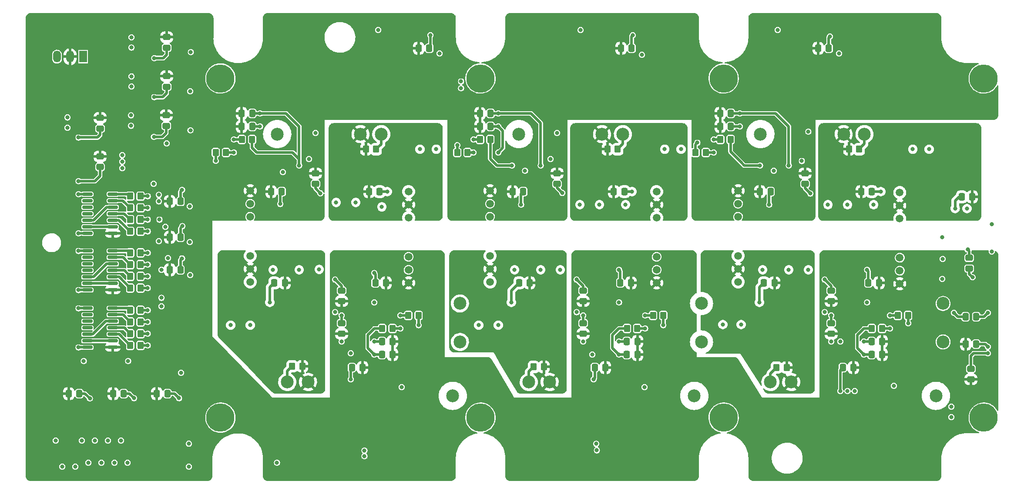
<source format=gbr>
%TF.GenerationSoftware,KiCad,Pcbnew,(6.0.1)*%
%TF.CreationDate,2023-04-20T11:25:51+03:00*%
%TF.ProjectId,Adapter,41646170-7465-4722-9e6b-696361645f70,rev?*%
%TF.SameCoordinates,Original*%
%TF.FileFunction,Copper,L6,Bot*%
%TF.FilePolarity,Positive*%
%FSLAX46Y46*%
G04 Gerber Fmt 4.6, Leading zero omitted, Abs format (unit mm)*
G04 Created by KiCad (PCBNEW (6.0.1)) date 2023-04-20 11:25:51*
%MOMM*%
%LPD*%
G01*
G04 APERTURE LIST*
G04 Aperture macros list*
%AMRoundRect*
0 Rectangle with rounded corners*
0 $1 Rounding radius*
0 $2 $3 $4 $5 $6 $7 $8 $9 X,Y pos of 4 corners*
0 Add a 4 corners polygon primitive as box body*
4,1,4,$2,$3,$4,$5,$6,$7,$8,$9,$2,$3,0*
0 Add four circle primitives for the rounded corners*
1,1,$1+$1,$2,$3*
1,1,$1+$1,$4,$5*
1,1,$1+$1,$6,$7*
1,1,$1+$1,$8,$9*
0 Add four rect primitives between the rounded corners*
20,1,$1+$1,$2,$3,$4,$5,0*
20,1,$1+$1,$4,$5,$6,$7,0*
20,1,$1+$1,$6,$7,$8,$9,0*
20,1,$1+$1,$8,$9,$2,$3,0*%
G04 Aperture macros list end*
%TA.AperFunction,ComponentPad*%
%ADD10C,1.500000*%
%TD*%
%TA.AperFunction,WasherPad*%
%ADD11C,5.500000*%
%TD*%
%TA.AperFunction,ComponentPad*%
%ADD12C,2.500000*%
%TD*%
%TA.AperFunction,SMDPad,CuDef*%
%ADD13RoundRect,0.250000X-0.475000X0.337500X-0.475000X-0.337500X0.475000X-0.337500X0.475000X0.337500X0*%
%TD*%
%TA.AperFunction,SMDPad,CuDef*%
%ADD14RoundRect,0.250000X0.350000X0.450000X-0.350000X0.450000X-0.350000X-0.450000X0.350000X-0.450000X0*%
%TD*%
%TA.AperFunction,SMDPad,CuDef*%
%ADD15RoundRect,0.250000X0.337500X0.475000X-0.337500X0.475000X-0.337500X-0.475000X0.337500X-0.475000X0*%
%TD*%
%TA.AperFunction,SMDPad,CuDef*%
%ADD16RoundRect,0.250000X0.475000X-0.337500X0.475000X0.337500X-0.475000X0.337500X-0.475000X-0.337500X0*%
%TD*%
%TA.AperFunction,SMDPad,CuDef*%
%ADD17RoundRect,0.250000X-0.350000X-0.450000X0.350000X-0.450000X0.350000X0.450000X-0.350000X0.450000X0*%
%TD*%
%TA.AperFunction,SMDPad,CuDef*%
%ADD18RoundRect,0.250000X-0.337500X-0.475000X0.337500X-0.475000X0.337500X0.475000X-0.337500X0.475000X0*%
%TD*%
%TA.AperFunction,SMDPad,CuDef*%
%ADD19RoundRect,0.150000X0.825000X0.150000X-0.825000X0.150000X-0.825000X-0.150000X0.825000X-0.150000X0*%
%TD*%
%TA.AperFunction,ComponentPad*%
%ADD20R,1.500000X2.300000*%
%TD*%
%TA.AperFunction,ComponentPad*%
%ADD21O,1.500000X2.300000*%
%TD*%
%TA.AperFunction,ViaPad*%
%ADD22C,0.800000*%
%TD*%
%TA.AperFunction,Conductor*%
%ADD23C,0.500000*%
%TD*%
G04 APERTURE END LIST*
D10*
%TO.P,D49,1,GND*%
%TO.N,GND*%
X113360000Y-100330000D03*
%TO.P,D49,2,Vin*%
%TO.N,+15V*%
X113360000Y-97790000D03*
%TO.P,D49,3,Ctrl*%
%TO.N,unconnected-(D49-Pad3)*%
X113360000Y-95250000D03*
%TO.P,D49,6,+Vo*%
%TO.N,+15V_L1*%
X113360000Y-87630000D03*
%TO.P,D49,7,0V*%
%TO.N,E2*%
X113360000Y-85090000D03*
%TO.P,D49,8,-Vo*%
%TO.N,-15V_L1*%
X113360000Y-82550000D03*
%TD*%
%TO.P,D52,1,GND*%
%TO.N,GND*%
X129210000Y-82374000D03*
%TO.P,D52,2,Vin*%
%TO.N,+15V*%
X129210000Y-84914000D03*
%TO.P,D52,3,Ctrl*%
%TO.N,unconnected-(D52-Pad3)*%
X129210000Y-87454000D03*
%TO.P,D52,6,+Vo*%
%TO.N,+15V_H2*%
X129210000Y-95074000D03*
%TO.P,D52,7,0V*%
%TO.N,E3*%
X129210000Y-97614000D03*
%TO.P,D52,8,-Vo*%
%TO.N,-15V_H2*%
X129210000Y-100154000D03*
%TD*%
%TO.P,D50,1,GND*%
%TO.N,GND*%
X82550000Y-82374000D03*
%TO.P,D50,2,Vin*%
%TO.N,+15V*%
X82550000Y-84914000D03*
%TO.P,D50,3,Ctrl*%
%TO.N,unconnected-(D50-Pad3)*%
X82550000Y-87454000D03*
%TO.P,D50,6,+Vo*%
%TO.N,+15V_H1*%
X82550000Y-95074000D03*
%TO.P,D50,7,0V*%
%TO.N,E1*%
X82550000Y-97614000D03*
%TO.P,D50,8,-Vo*%
%TO.N,-15V_H1*%
X82550000Y-100154000D03*
%TD*%
%TO.P,D51,1,GND*%
%TO.N,GND*%
X161620000Y-100330000D03*
%TO.P,D51,2,Vin*%
%TO.N,+15V*%
X161620000Y-97790000D03*
%TO.P,D51,3,Ctrl*%
%TO.N,unconnected-(D51-Pad3)*%
X161620000Y-95250000D03*
%TO.P,D51,6,+Vo*%
%TO.N,+15V_L2*%
X161620000Y-87630000D03*
%TO.P,D51,7,0V*%
%TO.N,E4*%
X161620000Y-85090000D03*
%TO.P,D51,8,-Vo*%
%TO.N,-15V_L2*%
X161620000Y-82550000D03*
%TD*%
%TO.P,D53,1,GND*%
%TO.N,GND*%
X208915000Y-100506000D03*
%TO.P,D53,2,Vin*%
%TO.N,+15V*%
X208915000Y-97966000D03*
%TO.P,D53,3,Ctrl*%
%TO.N,unconnected-(D53-Pad3)*%
X208915000Y-95426000D03*
%TO.P,D53,6,+Vo*%
%TO.N,+15V_L3*%
X208915000Y-87806000D03*
%TO.P,D53,7,0V*%
%TO.N,E6*%
X208915000Y-85266000D03*
%TO.P,D53,8,-Vo*%
%TO.N,-15V_L3*%
X208915000Y-82726000D03*
%TD*%
D11*
%TO.P,J1,*%
%TO.N,*%
X76750000Y-60500000D03*
X127350000Y-126600000D03*
X174650000Y-60500000D03*
X225250000Y-60500000D03*
X127350000Y-60500000D03*
X225250000Y-126600000D03*
X174650000Y-126600000D03*
X76750000Y-126600000D03*
D12*
%TO.P,J1,1,Pin_1*%
%TO.N,C1*%
X121950000Y-122350000D03*
%TO.P,J1,2,Pin_2*%
%TO.N,C2*%
X87800000Y-71350000D03*
%TO.P,J1,3,Pin_3*%
%TO.N,E1*%
X93800000Y-119650000D03*
%TO.P,J1,4,Pin_4*%
%TO.N,E2*%
X104000000Y-71350000D03*
%TO.P,J1,5,Pin_5*%
%TO.N,G1*%
X89750000Y-119650000D03*
%TO.P,J1,6,Pin_6*%
%TO.N,G2*%
X108050000Y-71350000D03*
%TO.P,J1,7,Pin_7*%
%TO.N,T1*%
X123350000Y-104350000D03*
%TO.P,J1,8,Pin_8*%
%TO.N,T2*%
X123350000Y-111850000D03*
%TO.P,J1,9,Pin_9*%
%TO.N,C3*%
X168950000Y-122350000D03*
%TO.P,J1,10,Pin_10*%
%TO.N,C4*%
X134800000Y-71350000D03*
%TO.P,J1,11,Pin_11*%
%TO.N,E3*%
X140800000Y-119650000D03*
%TO.P,J1,12,Pin_12*%
%TO.N,E4*%
X151000000Y-71350000D03*
%TO.P,J1,13,Pin_13*%
%TO.N,G3*%
X136750000Y-119650000D03*
%TO.P,J1,14,Pin_14*%
%TO.N,G4*%
X155050000Y-71350000D03*
%TO.P,J1,15,Pin_15*%
%TO.N,T3*%
X170350000Y-104350000D03*
%TO.P,J1,16,Pin_16*%
%TO.N,T4*%
X170350000Y-111850000D03*
%TO.P,J1,17,Pin_17*%
%TO.N,C5*%
X215950000Y-122350000D03*
%TO.P,J1,18,Pin_18*%
%TO.N,C6*%
X181800000Y-71350000D03*
%TO.P,J1,19,Pin_19*%
%TO.N,E5*%
X187800000Y-119650000D03*
%TO.P,J1,20,Pin_20*%
%TO.N,E6*%
X198000000Y-71350000D03*
%TO.P,J1,21,Pin_21*%
%TO.N,G5*%
X183750000Y-119650000D03*
%TO.P,J1,22,Pin_22*%
%TO.N,G6*%
X202050000Y-71350000D03*
%TO.P,J1,23,Pin_23*%
%TO.N,T5*%
X217350000Y-104350000D03*
%TO.P,J1,24,Pin_24*%
%TO.N,T6*%
X217350000Y-111850000D03*
%TD*%
D10*
%TO.P,D54,1,GND*%
%TO.N,GND*%
X177470000Y-82374000D03*
%TO.P,D54,2,Vin*%
%TO.N,+15V*%
X177470000Y-84914000D03*
%TO.P,D54,3,Ctrl*%
%TO.N,unconnected-(D54-Pad3)*%
X177470000Y-87454000D03*
%TO.P,D54,6,+Vo*%
%TO.N,+15V_H3*%
X177470000Y-95074000D03*
%TO.P,D54,7,0V*%
%TO.N,E5*%
X177470000Y-97614000D03*
%TO.P,D54,8,-Vo*%
%TO.N,-15V_H3*%
X177470000Y-100154000D03*
%TD*%
D13*
%TO.P,C6,1*%
%TO.N,Net-(C6-Pad1)*%
X100330000Y-108182500D03*
%TO.P,C6,2*%
%TO.N,GND*%
X100330000Y-110257500D03*
%TD*%
D14*
%TO.P,R58,1*%
%TO.N,Net-(D29-Pad2)*%
X171180000Y-74930000D03*
%TO.P,R58,2*%
%TO.N,+3V3*%
X169180000Y-74930000D03*
%TD*%
D13*
%TO.P,C94,1*%
%TO.N,+3V3*%
X147320000Y-101832500D03*
%TO.P,C94,2*%
%TO.N,GND*%
X147320000Y-103907500D03*
%TD*%
D14*
%TO.P,R105,1*%
%TO.N,E3*%
X139684000Y-116713000D03*
%TO.P,R105,2*%
%TO.N,G3*%
X137684000Y-116713000D03*
%TD*%
D15*
%TO.P,C107,1*%
%TO.N,+3V3*%
X195093500Y-54610000D03*
%TO.P,C107,2*%
%TO.N,GND*%
X193018500Y-54610000D03*
%TD*%
%TO.P,C62,1*%
%TO.N,Net-(C62-Pad1)*%
X107717500Y-82550000D03*
%TO.P,C62,2*%
%TO.N,E2*%
X105642500Y-82550000D03*
%TD*%
D16*
%TO.P,C23,1*%
%TO.N,+3V3*%
X190500000Y-81047500D03*
%TO.P,C23,2*%
%TO.N,GND*%
X190500000Y-78972500D03*
%TD*%
D17*
%TO.P,R13,1*%
%TO.N,Net-(C13-Pad1)*%
X59198000Y-83439000D03*
%TO.P,R13,2*%
%TO.N,FLT_H3*%
X61198000Y-83439000D03*
%TD*%
%TO.P,R37,1*%
%TO.N,Net-(D12-Pad2)*%
X113300000Y-106680000D03*
%TO.P,R37,2*%
%TO.N,+3V3*%
X115300000Y-106680000D03*
%TD*%
D18*
%TO.P,C49,1*%
%TO.N,FLT_L2*%
X155807500Y-111760000D03*
%TO.P,C49,2*%
%TO.N,GND*%
X157882500Y-111760000D03*
%TD*%
%TO.P,C67,1*%
%TO.N,Net-(C67-Pad1)*%
X134852500Y-100330000D03*
%TO.P,C67,2*%
%TO.N,E3*%
X136927500Y-100330000D03*
%TD*%
D17*
%TO.P,R45,1*%
%TO.N,Net-(D23-Pad2)*%
X160925000Y-106680000D03*
%TO.P,R45,2*%
%TO.N,+3V3*%
X162925000Y-106680000D03*
%TD*%
D13*
%TO.P,C93,1*%
%TO.N,+3V3*%
X100330000Y-101832500D03*
%TO.P,C93,2*%
%TO.N,GND*%
X100330000Y-103907500D03*
%TD*%
D17*
%TO.P,R15,1*%
%TO.N,Net-(C16-Pad1)*%
X59182000Y-88011000D03*
%TO.P,R15,2*%
%TO.N,RDY_H3*%
X61182000Y-88011000D03*
%TD*%
D15*
%TO.P,C24,1*%
%TO.N,+3V3*%
X68982500Y-97790000D03*
%TO.P,C24,2*%
%TO.N,GND*%
X66907500Y-97790000D03*
%TD*%
%TO.P,C56,1*%
%TO.N,RDY_H3*%
X176043500Y-67310000D03*
%TO.P,C56,2*%
%TO.N,GND*%
X173968500Y-67310000D03*
%TD*%
%TO.P,C20,1*%
%TO.N,+3V3*%
X68982500Y-91440000D03*
%TO.P,C20,2*%
%TO.N,GND*%
X66907500Y-91440000D03*
%TD*%
D19*
%TO.P,D4,1,1A*%
%TO.N,Net-(C9-Pad1)*%
X55815000Y-94107000D03*
%TO.P,D4,2,1B*%
%TO.N,Net-(C11-Pad1)*%
X55815000Y-95377000D03*
%TO.P,D4,3,1Y*%
%TO.N,/Fault2/FLT*%
X55815000Y-96647000D03*
%TO.P,D4,4,2A*%
%TO.N,Net-(C12-Pad1)*%
X55815000Y-97917000D03*
%TO.P,D4,5,2B*%
%TO.N,Net-(C10-Pad1)*%
X55815000Y-99187000D03*
%TO.P,D4,6,2Y*%
%TO.N,/Fault2/RDY*%
X55815000Y-100457000D03*
%TO.P,D4,7,GND*%
%TO.N,GND*%
X55815000Y-101727000D03*
%TO.P,D4,8,3Y*%
%TO.N,FAULT_2*%
X50865000Y-101727000D03*
%TO.P,D4,9,3A*%
%TO.N,/Fault2/RDY*%
X50865000Y-100457000D03*
%TO.P,D4,10,3B*%
%TO.N,/Fault2/FLT*%
X50865000Y-99187000D03*
%TO.P,D4,11,4Y*%
%TO.N,unconnected-(D4-Pad11)*%
X50865000Y-97917000D03*
%TO.P,D4,12,4A*%
%TO.N,unconnected-(D4-Pad12)*%
X50865000Y-96647000D03*
%TO.P,D4,13,4B*%
%TO.N,unconnected-(D4-Pad13)*%
X50865000Y-95377000D03*
%TO.P,D4,14,VCC*%
%TO.N,+3V3*%
X50865000Y-94107000D03*
%TD*%
D18*
%TO.P,C46,1*%
%TO.N,RDY_L1*%
X108182500Y-114300000D03*
%TO.P,C46,2*%
%TO.N,GND*%
X110257500Y-114300000D03*
%TD*%
D16*
%TO.P,C28,1*%
%TO.N,+3.3VA*%
X222428500Y-97537500D03*
%TO.P,C28,2*%
%TO.N,-15V_L3*%
X222428500Y-95462500D03*
%TD*%
D18*
%TO.P,C73,1*%
%TO.N,Net-(C73-Pad1)*%
X182477500Y-100330000D03*
%TO.P,C73,2*%
%TO.N,E5*%
X184552500Y-100330000D03*
%TD*%
D17*
%TO.P,R44,1*%
%TO.N,Net-(D22-Pad2)*%
X80915000Y-72390000D03*
%TO.P,R44,2*%
%TO.N,RDY_H1*%
X82915000Y-72390000D03*
%TD*%
D15*
%TO.P,C57,1*%
%TO.N,GND*%
X108987500Y-100330000D03*
%TO.P,C57,2*%
%TO.N,+3V3*%
X106912500Y-100330000D03*
%TD*%
D17*
%TO.P,R4,1*%
%TO.N,Net-(C2-Pad1)*%
X59198000Y-112522000D03*
%TO.P,R4,2*%
%TO.N,RDY_L1*%
X61198000Y-112522000D03*
%TD*%
D14*
%TO.P,R46,1*%
%TO.N,Net-(D24-Pad2)*%
X157845000Y-109220000D03*
%TO.P,R46,2*%
%TO.N,RDY_L2*%
X155845000Y-109220000D03*
%TD*%
D16*
%TO.P,C35,1*%
%TO.N,+3V3*%
X66217800Y-69744500D03*
%TO.P,C35,2*%
%TO.N,GND*%
X66217800Y-67669500D03*
%TD*%
D15*
%TO.P,C40,1*%
%TO.N,+3.3VA*%
X223795500Y-106934000D03*
%TO.P,C40,2*%
%TO.N,-15V_L3*%
X221720500Y-106934000D03*
%TD*%
D17*
%TO.P,R108,1*%
%TO.N,E6*%
X199025000Y-74295000D03*
%TO.P,R108,2*%
%TO.N,G6*%
X201025000Y-74295000D03*
%TD*%
D18*
%TO.P,C54,1*%
%TO.N,RDY_L3*%
X203432500Y-114300000D03*
%TO.P,C54,2*%
%TO.N,GND*%
X205507500Y-114300000D03*
%TD*%
%TO.P,C53,1*%
%TO.N,FLT_L3*%
X203432500Y-111760000D03*
%TO.P,C53,2*%
%TO.N,GND*%
X205507500Y-111760000D03*
%TD*%
D15*
%TO.P,C52,1*%
%TO.N,RDY_H2*%
X129307500Y-67310000D03*
%TO.P,C52,2*%
%TO.N,GND*%
X127232500Y-67310000D03*
%TD*%
D14*
%TO.P,R107,1*%
%TO.N,E5*%
X186928000Y-116840000D03*
%TO.P,R107,2*%
%TO.N,G5*%
X184928000Y-116840000D03*
%TD*%
%TO.P,R42,1*%
%TO.N,Net-(D21-Pad2)*%
X77835000Y-74930000D03*
%TO.P,R42,2*%
%TO.N,+3V3*%
X75835000Y-74930000D03*
%TD*%
D15*
%TO.P,C55,1*%
%TO.N,FLT_H3*%
X176043500Y-69850000D03*
%TO.P,C55,2*%
%TO.N,GND*%
X173968500Y-69850000D03*
%TD*%
D13*
%TO.P,C22,1*%
%TO.N,Net-(C22-Pad1)*%
X195580000Y-108182500D03*
%TO.P,C22,2*%
%TO.N,GND*%
X195580000Y-110257500D03*
%TD*%
D18*
%TO.P,C104,1*%
%TO.N,+3V3*%
X102340500Y-116840000D03*
%TO.P,C104,2*%
%TO.N,GND*%
X104415500Y-116840000D03*
%TD*%
D13*
%TO.P,C42,1*%
%TO.N,+3V3*%
X222758000Y-117072500D03*
%TO.P,C42,2*%
%TO.N,GND*%
X222758000Y-119147500D03*
%TD*%
D14*
%TO.P,R50,1*%
%TO.N,Net-(D25-Pad2)*%
X124825000Y-74930000D03*
%TO.P,R50,2*%
%TO.N,+3V3*%
X122825000Y-74930000D03*
%TD*%
D17*
%TO.P,R1,1*%
%TO.N,Net-(C1-Pad1)*%
X59198000Y-105664000D03*
%TO.P,R1,2*%
%TO.N,FLT_H1*%
X61198000Y-105664000D03*
%TD*%
D13*
%TO.P,C95,1*%
%TO.N,+3V3*%
X195580000Y-101832500D03*
%TO.P,C95,2*%
%TO.N,GND*%
X195580000Y-103907500D03*
%TD*%
D17*
%TO.P,R7,1*%
%TO.N,Net-(C12-Pad1)*%
X59214000Y-99060000D03*
%TO.P,R7,2*%
%TO.N,RDY_H2*%
X61214000Y-99060000D03*
%TD*%
D15*
%TO.P,C8,1*%
%TO.N,+3V3*%
X68982500Y-84455000D03*
%TO.P,C8,2*%
%TO.N,GND*%
X66907500Y-84455000D03*
%TD*%
%TO.P,C103,1*%
%TO.N,+3V3*%
X117369500Y-54610000D03*
%TO.P,C103,2*%
%TO.N,GND*%
X115294500Y-54610000D03*
%TD*%
D18*
%TO.P,C106,1*%
%TO.N,+3V3*%
X197844500Y-116840000D03*
%TO.P,C106,2*%
%TO.N,GND*%
X199919500Y-116840000D03*
%TD*%
%TO.P,C58,1*%
%TO.N,GND*%
X86592500Y-82550000D03*
%TO.P,C58,2*%
%TO.N,+3V3*%
X88667500Y-82550000D03*
%TD*%
D14*
%TO.P,R104,1*%
%TO.N,E1*%
X92694000Y-116586000D03*
%TO.P,R104,2*%
%TO.N,G1*%
X90694000Y-116586000D03*
%TD*%
D15*
%TO.P,C51,1*%
%TO.N,FLT_H2*%
X129307500Y-69850000D03*
%TO.P,C51,2*%
%TO.N,GND*%
X127232500Y-69850000D03*
%TD*%
D17*
%TO.P,R53,1*%
%TO.N,Net-(D27-Pad2)*%
X208550000Y-106680000D03*
%TO.P,R53,2*%
%TO.N,+3V3*%
X210550000Y-106680000D03*
%TD*%
D16*
%TO.P,C25,1*%
%TO.N,+3V3*%
X53340000Y-77745500D03*
%TO.P,C25,2*%
%TO.N,GND*%
X53340000Y-75670500D03*
%TD*%
D15*
%TO.P,C43,1*%
%TO.N,+3V3*%
X66442500Y-121920000D03*
%TO.P,C43,2*%
%TO.N,GND*%
X64367500Y-121920000D03*
%TD*%
D17*
%TO.P,R2,1*%
%TO.N,Net-(C3-Pad1)*%
X59198000Y-107950000D03*
%TO.P,R2,2*%
%TO.N,FLT_L1*%
X61198000Y-107950000D03*
%TD*%
D16*
%TO.P,C19,1*%
%TO.N,+3V3*%
X142240000Y-81047500D03*
%TO.P,C19,2*%
%TO.N,GND*%
X142240000Y-78972500D03*
%TD*%
D17*
%TO.P,R8,1*%
%TO.N,Net-(C10-Pad1)*%
X59198000Y-101346000D03*
%TO.P,R8,2*%
%TO.N,RDY_L2*%
X61198000Y-101346000D03*
%TD*%
D19*
%TO.P,D5,1,1A*%
%TO.N,Net-(C13-Pad1)*%
X55815000Y-83058000D03*
%TO.P,D5,2,1B*%
%TO.N,Net-(C15-Pad1)*%
X55815000Y-84328000D03*
%TO.P,D5,3,1Y*%
%TO.N,/Fault3/FLT*%
X55815000Y-85598000D03*
%TO.P,D5,4,2A*%
%TO.N,Net-(C16-Pad1)*%
X55815000Y-86868000D03*
%TO.P,D5,5,2B*%
%TO.N,Net-(C14-Pad1)*%
X55815000Y-88138000D03*
%TO.P,D5,6,2Y*%
%TO.N,/Fault3/RDY*%
X55815000Y-89408000D03*
%TO.P,D5,7,GND*%
%TO.N,GND*%
X55815000Y-90678000D03*
%TO.P,D5,8,3Y*%
%TO.N,FAULT_3*%
X50865000Y-90678000D03*
%TO.P,D5,9,3A*%
%TO.N,/Fault3/RDY*%
X50865000Y-89408000D03*
%TO.P,D5,10,3B*%
%TO.N,/Fault3/FLT*%
X50865000Y-88138000D03*
%TO.P,D5,11,4Y*%
%TO.N,unconnected-(D5-Pad11)*%
X50865000Y-86868000D03*
%TO.P,D5,12,4A*%
%TO.N,unconnected-(D5-Pad12)*%
X50865000Y-85598000D03*
%TO.P,D5,13,4B*%
%TO.N,unconnected-(D5-Pad13)*%
X50865000Y-84328000D03*
%TO.P,D5,14,VCC*%
%TO.N,+3V3*%
X50865000Y-83058000D03*
%TD*%
D14*
%TO.P,R54,1*%
%TO.N,Net-(D28-Pad2)*%
X205470000Y-109220000D03*
%TO.P,R54,2*%
%TO.N,RDY_L3*%
X203470000Y-109220000D03*
%TD*%
D17*
%TO.P,R5,1*%
%TO.N,Net-(C9-Pad1)*%
X59214000Y-94488000D03*
%TO.P,R5,2*%
%TO.N,FLT_H2*%
X61214000Y-94488000D03*
%TD*%
D18*
%TO.P,C64,1*%
%TO.N,GND*%
X133582500Y-82550000D03*
%TO.P,C64,2*%
%TO.N,+3V3*%
X135657500Y-82550000D03*
%TD*%
D15*
%TO.P,C34,1*%
%TO.N,+3V3*%
X49297500Y-121920000D03*
%TO.P,C34,2*%
%TO.N,GND*%
X47222500Y-121920000D03*
%TD*%
D17*
%TO.P,R14,1*%
%TO.N,Net-(C15-Pad1)*%
X59198000Y-85725000D03*
%TO.P,R14,2*%
%TO.N,FLT_L3*%
X61198000Y-85725000D03*
%TD*%
D16*
%TO.P,C26,1*%
%TO.N,+3V3*%
X53340000Y-70252500D03*
%TO.P,C26,2*%
%TO.N,GND*%
X53340000Y-68177500D03*
%TD*%
D18*
%TO.P,C61,1*%
%TO.N,Net-(C61-Pad1)*%
X87227500Y-100330000D03*
%TO.P,C61,2*%
%TO.N,E1*%
X89302500Y-100330000D03*
%TD*%
D16*
%TO.P,C7,1*%
%TO.N,+3V3*%
X95250000Y-81047500D03*
%TO.P,C7,2*%
%TO.N,GND*%
X95250000Y-78972500D03*
%TD*%
D15*
%TO.P,C31,1*%
%TO.N,+3V3*%
X57933500Y-121920000D03*
%TO.P,C31,2*%
%TO.N,GND*%
X55858500Y-121920000D03*
%TD*%
D17*
%TO.P,R16,1*%
%TO.N,Net-(C14-Pad1)*%
X59198000Y-90297000D03*
%TO.P,R16,2*%
%TO.N,RDY_L3*%
X61198000Y-90297000D03*
%TD*%
D15*
%TO.P,C102,1*%
%TO.N,+3V3*%
X156739500Y-54610000D03*
%TO.P,C102,2*%
%TO.N,GND*%
X154664500Y-54610000D03*
%TD*%
D14*
%TO.P,R38,1*%
%TO.N,Net-(D13-Pad2)*%
X110220000Y-109220000D03*
%TO.P,R38,2*%
%TO.N,RDY_L1*%
X108220000Y-109220000D03*
%TD*%
D18*
%TO.P,C105,1*%
%TO.N,+3V3*%
X149584500Y-116840000D03*
%TO.P,C105,2*%
%TO.N,GND*%
X151659500Y-116840000D03*
%TD*%
D17*
%TO.P,R52,1*%
%TO.N,Net-(D26-Pad2)*%
X127270000Y-72390000D03*
%TO.P,R52,2*%
%TO.N,RDY_H2*%
X129270000Y-72390000D03*
%TD*%
%TO.P,R60,1*%
%TO.N,Net-(D30-Pad2)*%
X174006000Y-72390000D03*
%TO.P,R60,2*%
%TO.N,RDY_H3*%
X176006000Y-72390000D03*
%TD*%
D16*
%TO.P,C39,1*%
%TO.N,+3V3*%
X66294000Y-62124500D03*
%TO.P,C39,2*%
%TO.N,GND*%
X66294000Y-60049500D03*
%TD*%
D15*
%TO.P,C74,1*%
%TO.N,Net-(C74-Pad1)*%
X203475500Y-82550000D03*
%TO.P,C74,2*%
%TO.N,E6*%
X201400500Y-82550000D03*
%TD*%
D19*
%TO.P,D1,1,1A*%
%TO.N,Net-(C1-Pad1)*%
X55815000Y-105283000D03*
%TO.P,D1,2,1B*%
%TO.N,Net-(C3-Pad1)*%
X55815000Y-106553000D03*
%TO.P,D1,3,1Y*%
%TO.N,/Fault1/FLT*%
X55815000Y-107823000D03*
%TO.P,D1,4,2A*%
%TO.N,Net-(C4-Pad1)*%
X55815000Y-109093000D03*
%TO.P,D1,5,2B*%
%TO.N,Net-(C2-Pad1)*%
X55815000Y-110363000D03*
%TO.P,D1,6,2Y*%
%TO.N,/Fault1/RDY*%
X55815000Y-111633000D03*
%TO.P,D1,7,GND*%
%TO.N,GND*%
X55815000Y-112903000D03*
%TO.P,D1,8,3Y*%
%TO.N,FAULT_1*%
X50865000Y-112903000D03*
%TO.P,D1,9,3A*%
%TO.N,/Fault1/RDY*%
X50865000Y-111633000D03*
%TO.P,D1,10,3B*%
%TO.N,/Fault1/FLT*%
X50865000Y-110363000D03*
%TO.P,D1,11,4Y*%
%TO.N,unconnected-(D1-Pad11)*%
X50865000Y-109093000D03*
%TO.P,D1,12,4A*%
%TO.N,unconnected-(D1-Pad12)*%
X50865000Y-107823000D03*
%TO.P,D1,13,4B*%
%TO.N,unconnected-(D1-Pad13)*%
X50865000Y-106553000D03*
%TO.P,D1,14,VCC*%
%TO.N,+3V3*%
X50865000Y-105283000D03*
%TD*%
D15*
%TO.P,C68,1*%
%TO.N,Net-(C68-Pad1)*%
X155342500Y-82550000D03*
%TO.P,C68,2*%
%TO.N,E4*%
X153267500Y-82550000D03*
%TD*%
D17*
%TO.P,R6,1*%
%TO.N,Net-(C11-Pad1)*%
X59214000Y-96773000D03*
%TO.P,R6,2*%
%TO.N,FLT_L2*%
X61214000Y-96773000D03*
%TD*%
%TO.P,R103,1*%
%TO.N,E2*%
X105045000Y-74295000D03*
%TO.P,R103,2*%
%TO.N,G2*%
X107045000Y-74295000D03*
%TD*%
%TO.P,R3,1*%
%TO.N,Net-(C4-Pad1)*%
X59198000Y-110236000D03*
%TO.P,R3,2*%
%TO.N,RDY_H1*%
X61198000Y-110236000D03*
%TD*%
D15*
%TO.P,C69,1*%
%TO.N,GND*%
X204872500Y-100330000D03*
%TO.P,C69,2*%
%TO.N,+3V3*%
X202797500Y-100330000D03*
%TD*%
%TO.P,C47,1*%
%TO.N,FLT_H1*%
X82952500Y-69850000D03*
%TO.P,C47,2*%
%TO.N,GND*%
X80877500Y-69850000D03*
%TD*%
D13*
%TO.P,C18,1*%
%TO.N,Net-(C18-Pad1)*%
X147320000Y-108182500D03*
%TO.P,C18,2*%
%TO.N,GND*%
X147320000Y-110257500D03*
%TD*%
D16*
%TO.P,C44,1*%
%TO.N,+3V3*%
X66294000Y-54520500D03*
%TO.P,C44,2*%
%TO.N,GND*%
X66294000Y-52445500D03*
%TD*%
D18*
%TO.P,C70,1*%
%TO.N,GND*%
X181715500Y-82550000D03*
%TO.P,C70,2*%
%TO.N,+3V3*%
X183790500Y-82550000D03*
%TD*%
D17*
%TO.P,R106,1*%
%TO.N,E4*%
X152035000Y-74295000D03*
%TO.P,R106,2*%
%TO.N,G4*%
X154035000Y-74295000D03*
%TD*%
D15*
%TO.P,C48,1*%
%TO.N,RDY_H1*%
X82952500Y-67310000D03*
%TO.P,C48,2*%
%TO.N,GND*%
X80877500Y-67310000D03*
%TD*%
D20*
%TO.P,U1,1,IN*%
%TO.N,+15V*%
X50038000Y-56261000D03*
D21*
%TO.P,U1,2,GND*%
%TO.N,GND*%
X47498000Y-56261000D03*
%TO.P,U1,3,OUT*%
%TO.N,+3V3*%
X44958000Y-56261000D03*
%TD*%
D15*
%TO.P,C63,1*%
%TO.N,GND*%
X156612500Y-100330000D03*
%TO.P,C63,2*%
%TO.N,+3V3*%
X154537500Y-100330000D03*
%TD*%
%TO.P,C41,1*%
%TO.N,+3V3*%
X223795500Y-112268000D03*
%TO.P,C41,2*%
%TO.N,GND*%
X221720500Y-112268000D03*
%TD*%
%TO.P,C27,1*%
%TO.N,E6*%
X223033500Y-83566000D03*
%TO.P,C27,2*%
%TO.N,-15V_L3*%
X220958500Y-83566000D03*
%TD*%
D18*
%TO.P,C50,1*%
%TO.N,RDY_L2*%
X155807500Y-114300000D03*
%TO.P,C50,2*%
%TO.N,GND*%
X157882500Y-114300000D03*
%TD*%
%TO.P,C45,1*%
%TO.N,FLT_L1*%
X108182500Y-111760000D03*
%TO.P,C45,2*%
%TO.N,GND*%
X110257500Y-111760000D03*
%TD*%
D22*
%TO.N,E1*%
X89535000Y-97790000D03*
X86360000Y-116205000D03*
%TO.N,E2*%
X109220000Y-74295000D03*
X105613000Y-84658000D03*
%TO.N,E3*%
X136525000Y-97790000D03*
X133350000Y-116205000D03*
%TO.N,E4*%
X153035000Y-85090000D03*
X156972000Y-74295000D03*
%TO.N,T3*%
X217265500Y-95662500D03*
%TO.N,T4*%
X217186000Y-99552000D03*
%TO.N,E5*%
X181610000Y-116205000D03*
X184785000Y-97790000D03*
%TO.N,E6*%
X205232000Y-74168000D03*
X201295000Y-85090000D03*
X224296000Y-85838000D03*
%TO.N,Net-(C1-Pad1)*%
X59190000Y-105656000D03*
%TO.N,GND*%
X53721000Y-122809000D03*
X101803000Y-97587000D03*
X113284000Y-55880000D03*
X198628000Y-113284000D03*
X70916800Y-69342000D03*
X66040000Y-115849020D03*
X146685000Y-97790000D03*
X61214000Y-92583000D03*
X93425000Y-78660000D03*
X101600000Y-106045000D03*
X196850000Y-106045000D03*
X55880000Y-91821000D03*
X151384000Y-51070000D03*
X204470000Y-97790000D03*
X70866000Y-61722000D03*
X177800000Y-72390000D03*
X130810000Y-72390000D03*
X66548000Y-93472000D03*
X55815000Y-102805000D03*
X50927000Y-66040000D03*
X219456000Y-112776000D03*
X188531500Y-78041500D03*
X112014000Y-51054000D03*
X148590000Y-106045000D03*
X140335000Y-85090000D03*
X133985000Y-85090000D03*
X87122000Y-84963000D03*
X57531000Y-115570000D03*
X66548000Y-86741000D03*
X191135000Y-85090000D03*
X156845000Y-104140000D03*
X201295000Y-107950000D03*
X182245000Y-85090000D03*
X153670000Y-107950000D03*
X142875000Y-85090000D03*
X93421000Y-85166000D03*
X99263000Y-97587000D03*
X93472000Y-69088000D03*
X188595000Y-85090000D03*
X57658000Y-72898000D03*
X109220000Y-98425000D03*
X62230000Y-122809000D03*
X142240000Y-69088000D03*
X194945000Y-97790000D03*
X219521000Y-120585000D03*
X63881000Y-50308000D03*
X156972000Y-120650000D03*
X152654000Y-55896000D03*
X48879000Y-115570000D03*
X47244000Y-131064000D03*
X55880000Y-114046000D03*
X61235500Y-81407000D03*
X84455000Y-73660000D03*
X47244000Y-132461000D03*
X106045000Y-107950000D03*
X63895200Y-58053200D03*
X61214000Y-103505000D03*
X70993000Y-54118000D03*
X109728000Y-120650000D03*
X149225000Y-97790000D03*
X47498000Y-59817000D03*
X140335000Y-78105000D03*
X104140000Y-114046000D03*
X109220000Y-104140000D03*
X189738000Y-51054000D03*
X203200000Y-120396000D03*
X197485000Y-97790000D03*
X63819000Y-65546200D03*
X66548000Y-99949000D03*
X188722000Y-70866000D03*
X156210000Y-97790000D03*
X205105000Y-104140000D03*
X151384000Y-114300000D03*
X191008000Y-55880000D03*
X45069000Y-122936000D03*
X95961000Y-85166000D03*
%TO.N,Net-(C2-Pad1)*%
X59190000Y-112514000D03*
%TO.N,Net-(C3-Pad1)*%
X59198000Y-107950000D03*
%TO.N,Net-(C4-Pad1)*%
X59198000Y-110236000D03*
%TO.N,FAULT_1*%
X57658000Y-77978000D03*
X49149000Y-112903000D03*
%TO.N,FLT_H1*%
X62611000Y-105664000D03*
X84455000Y-69850000D03*
%TO.N,FLT_L1*%
X62611000Y-107950000D03*
X104775000Y-132994020D03*
X106680000Y-111760000D03*
%TO.N,RDY_L1*%
X104775000Y-134112000D03*
X62611000Y-112522000D03*
X106680000Y-114300000D03*
%TO.N,RDY_H1*%
X84455000Y-67310000D03*
X62611000Y-110236000D03*
X92075000Y-77470000D03*
%TO.N,Net-(C6-Pad1)*%
X100330000Y-106680000D03*
%TO.N,Net-(C9-Pad1)*%
X59214000Y-94488000D03*
%TO.N,Net-(C10-Pad1)*%
X59198000Y-101346000D03*
%TO.N,Net-(C11-Pad1)*%
X59214000Y-96773000D03*
%TO.N,Net-(C12-Pad1)*%
X59214000Y-99060000D03*
%TO.N,Net-(C13-Pad1)*%
X59182000Y-83439000D03*
%TO.N,Net-(C14-Pad1)*%
X59182000Y-90297000D03*
%TO.N,Net-(C15-Pad1)*%
X59182000Y-85725000D03*
%TO.N,Net-(C16-Pad1)*%
X59182000Y-88011000D03*
%TO.N,Net-(C18-Pad1)*%
X147320000Y-106680000D03*
%TO.N,Net-(C22-Pad1)*%
X195580000Y-106680000D03*
%TO.N,+15V*%
X48514000Y-136144000D03*
X45974000Y-136144000D03*
%TO.N,+3.3VA*%
X223078500Y-99247500D03*
X221996000Y-85852000D03*
X226806000Y-88916000D03*
X226060000Y-106172000D03*
%TO.N,Net-(D15-Pad1)*%
X100330000Y-111760000D03*
X50165000Y-115570000D03*
X64770000Y-84455000D03*
%TO.N,Net-(D14-Pad1)*%
X66294000Y-73152000D03*
X95250000Y-71120000D03*
X70916800Y-70612000D03*
X64770000Y-83185000D03*
%TO.N,Net-(D2-Pad4)*%
X99060000Y-106045000D03*
X93980000Y-76200000D03*
X70805000Y-85405000D03*
%TO.N,FAULT_2*%
X49149000Y-101727000D03*
X57658000Y-76708000D03*
%TO.N,+3V3*%
X51354000Y-122871000D03*
X226060000Y-112776000D03*
X63881000Y-56531000D03*
X197358000Y-121412000D03*
X122825000Y-73517000D03*
X75835000Y-76565000D03*
X49149000Y-94107000D03*
X135255000Y-85090000D03*
X88392000Y-84963000D03*
X117602000Y-52070000D03*
X156972000Y-52086000D03*
X195326000Y-52324000D03*
X63881000Y-64135000D03*
X49149000Y-80518000D03*
X49149000Y-105283000D03*
X69342000Y-89281000D03*
X59944000Y-122809000D03*
X183515000Y-85090000D03*
X143256000Y-82804000D03*
X154305000Y-97790000D03*
X63804800Y-71882000D03*
X49149000Y-72009000D03*
X210550000Y-108204000D03*
X69295000Y-82216000D03*
X226060000Y-114046000D03*
X169545000Y-73025000D03*
X149352000Y-119126000D03*
X99060000Y-99695000D03*
X69295000Y-95551000D03*
X146050000Y-99695000D03*
X68707000Y-122809000D03*
X115300000Y-108585000D03*
X194310000Y-99695000D03*
X162925000Y-108585000D03*
X202565000Y-97790000D03*
X49149000Y-83058000D03*
X96200000Y-82865000D03*
X106680000Y-98425000D03*
X102108000Y-119126000D03*
X191516000Y-82931000D03*
%TO.N,FAULT_3*%
X57658000Y-75438000D03*
X49149000Y-90678000D03*
%TO.N,Net-(D6-Pad1)*%
X142240000Y-71120000D03*
X66040000Y-89408000D03*
X70866000Y-62992000D03*
%TO.N,Net-(D56-Pad1)*%
X146050000Y-106045000D03*
X140970000Y-76200000D03*
X70800000Y-92390000D03*
%TO.N,Net-(D7-Pad1)*%
X58801000Y-115570000D03*
X147320000Y-111760000D03*
X64770000Y-92202000D03*
%TO.N,FLT_H2*%
X62611000Y-94488000D03*
X130810000Y-74930000D03*
X123571000Y-61087000D03*
X130810000Y-69850000D03*
%TO.N,FLT_L2*%
X154305000Y-111760000D03*
X65278000Y-104902000D03*
X149860000Y-131699000D03*
X62610000Y-96773000D03*
%TO.N,RDY_L2*%
X154305000Y-114300000D03*
X62611000Y-101346000D03*
X149987000Y-132969000D03*
%TO.N,RDY_H2*%
X62611000Y-99060000D03*
X130810000Y-67310000D03*
X139065000Y-77470000D03*
X123571000Y-62420500D03*
X63754000Y-81026000D03*
X133477000Y-77470000D03*
%TO.N,FLT_H3*%
X177800000Y-69850000D03*
X62611000Y-83439000D03*
%TO.N,FLT_L3*%
X62611000Y-85725000D03*
X198755000Y-121412000D03*
X201930000Y-111760000D03*
%TO.N,RDY_L3*%
X201930000Y-114300000D03*
X62611000Y-90297000D03*
X200152000Y-121412000D03*
X65278000Y-103251000D03*
%TO.N,RDY_H3*%
X177800000Y-67310000D03*
X64897000Y-88011000D03*
X187325000Y-77470000D03*
X62611000Y-88011000D03*
X181737000Y-77470000D03*
%TO.N,PWM2_L_P*%
X59452000Y-60087000D03*
X54864000Y-131064000D03*
%TO.N,PWM2_L_N*%
X56134000Y-135382000D03*
X59452000Y-62087000D03*
%TO.N,ERR_P*%
X49784000Y-131064000D03*
X46990000Y-68108000D03*
%TO.N,ERR_N*%
X51054000Y-135382000D03*
X46990000Y-70104000D03*
%TO.N,PWM1_L_P*%
X57404000Y-131064000D03*
X59359800Y-67691000D03*
%TO.N,PWM1_L_N*%
X58674000Y-135382000D03*
X59359800Y-69723000D03*
%TO.N,Net-(D16-Pad1)*%
X191135000Y-70866000D03*
X70993000Y-55388000D03*
X66548000Y-95504000D03*
%TO.N,Net-(D17-Pad1)*%
X69088000Y-117856000D03*
X195580000Y-111760000D03*
X65278000Y-97790000D03*
%TO.N,RST_H1*%
X119380000Y-55626000D03*
X88900000Y-78740000D03*
%TO.N,RST_L1*%
X102108000Y-114046000D03*
X106680000Y-104140000D03*
%TO.N,RST_H2*%
X158750000Y-55896000D03*
X136017000Y-78486000D03*
%TO.N,RST_L2*%
X149098000Y-114300000D03*
X154305000Y-104140000D03*
%TO.N,RST_H3*%
X184404000Y-78486000D03*
X197104000Y-55626000D03*
%TO.N,RST_L3*%
X197358000Y-111760000D03*
X202565000Y-104140000D03*
%TO.N,Reset*%
X159258000Y-120650000D03*
X44704000Y-131064000D03*
X112014000Y-120650000D03*
X185166000Y-51054000D03*
X107442000Y-51054000D03*
X207772000Y-120396000D03*
X146812000Y-51070000D03*
%TO.N,PWM3_L_P*%
X59452000Y-52483000D03*
X52324000Y-131064000D03*
%TO.N,PWM3_L_N*%
X59452000Y-54483000D03*
X53594000Y-135382000D03*
%TO.N,Net-(D18-Pad4)*%
X70866000Y-98806000D03*
X194310000Y-106045000D03*
X189865000Y-76581000D03*
%TO.N,Temp_P*%
X87757000Y-135382000D03*
X218948000Y-124460000D03*
X70612000Y-136144000D03*
%TO.N,Temp_N*%
X70612000Y-131689200D03*
X218948000Y-126492000D03*
%TO.N,-15V_L2*%
X155575000Y-85090000D03*
X146685000Y-85090000D03*
X163195000Y-74295000D03*
%TO.N,Net-(C61-Pad1)*%
X86360000Y-104140000D03*
%TO.N,-15V_L3*%
X217148500Y-91461500D03*
X222128500Y-93847500D03*
X219696000Y-85838000D03*
X211455000Y-74295000D03*
X226806000Y-94218000D03*
X203835000Y-85090000D03*
X194945000Y-85090000D03*
X219456000Y-106172000D03*
%TO.N,-15V_L1*%
X99263000Y-84658000D03*
X108153000Y-85522000D03*
X118745000Y-74295000D03*
%TO.N,Net-(C62-Pad1)*%
X109220000Y-82550000D03*
%TO.N,Net-(C67-Pad1)*%
X133350000Y-104140000D03*
%TO.N,Net-(C68-Pad1)*%
X156845000Y-82550000D03*
%TO.N,Net-(C73-Pad1)*%
X181610000Y-104140000D03*
%TO.N,Net-(C74-Pad1)*%
X205232000Y-82550000D03*
%TO.N,+15V_L1*%
X115570000Y-74295000D03*
X103073000Y-84658000D03*
%TO.N,+15V_H1*%
X82550000Y-108585000D03*
X92075000Y-97790000D03*
%TO.N,-15V_H1*%
X95961000Y-97714000D03*
X86995000Y-97790000D03*
X78740000Y-108585000D03*
%TO.N,+15V_L2*%
X166370000Y-74295000D03*
X150495000Y-85090000D03*
%TO.N,+15V_H2*%
X139065000Y-97790000D03*
X127000000Y-108585000D03*
%TO.N,-15V_H2*%
X133985000Y-97790000D03*
X130810000Y-108585000D03*
X142875000Y-97790000D03*
%TO.N,+15V_L3*%
X214630000Y-74295000D03*
X198755000Y-85090000D03*
%TO.N,+15V_H3*%
X187325000Y-97790000D03*
X174498000Y-108458000D03*
%TO.N,-15V_H3*%
X178054000Y-108458000D03*
X191135000Y-97790000D03*
X182245000Y-97790000D03*
%TO.N,Net-(D12-Pad2)*%
X111760000Y-106680000D03*
%TO.N,Net-(D13-Pad2)*%
X111760000Y-109220000D03*
%TO.N,Net-(D21-Pad2)*%
X79375000Y-74930000D03*
%TO.N,Net-(D22-Pad2)*%
X79375000Y-72390000D03*
%TO.N,Net-(D23-Pad2)*%
X159385000Y-106680000D03*
%TO.N,Net-(D24-Pad2)*%
X159385000Y-109220000D03*
%TO.N,Net-(D25-Pad2)*%
X125984000Y-74930000D03*
%TO.N,Net-(D26-Pad2)*%
X125984000Y-72390000D03*
%TO.N,Net-(D27-Pad2)*%
X207010000Y-106680000D03*
%TO.N,Net-(D28-Pad2)*%
X207010000Y-109220000D03*
%TO.N,Net-(D29-Pad2)*%
X172720000Y-74930000D03*
%TO.N,Net-(D30-Pad2)*%
X172720000Y-72390000D03*
%TD*%
D23*
%TO.N,G1*%
X89750000Y-117530000D02*
X90694000Y-116586000D01*
X89750000Y-119650000D02*
X89750000Y-117530000D01*
%TO.N,G2*%
X108050000Y-73290000D02*
X107045000Y-74295000D01*
X108050000Y-71350000D02*
X108050000Y-73290000D01*
%TO.N,G3*%
X136750000Y-117647000D02*
X137684000Y-116713000D01*
X136750000Y-119650000D02*
X136750000Y-117647000D01*
%TO.N,G4*%
X155050000Y-71350000D02*
X155050000Y-73280000D01*
X155050000Y-73280000D02*
X154035000Y-74295000D01*
%TO.N,G5*%
X183750000Y-118018000D02*
X184928000Y-116840000D01*
X183750000Y-119650000D02*
X183750000Y-118018000D01*
%TO.N,G6*%
X202050000Y-73270000D02*
X201025000Y-74295000D01*
X202050000Y-71350000D02*
X202050000Y-73270000D01*
%TO.N,Net-(C1-Pad1)*%
X55815000Y-105283000D02*
X58817000Y-105283000D01*
X58817000Y-105283000D02*
X59190000Y-105656000D01*
X59190000Y-105656000D02*
X59198000Y-105664000D01*
%TO.N,GND*%
X55815000Y-91756000D02*
X55880000Y-91821000D01*
X55815000Y-113981000D02*
X55880000Y-114046000D01*
X55815000Y-102805000D02*
X55880000Y-102870000D01*
X55815000Y-90678000D02*
X55815000Y-91756000D01*
X55815000Y-101727000D02*
X55815000Y-102805000D01*
X55815000Y-112903000D02*
X55815000Y-113981000D01*
%TO.N,Net-(C2-Pad1)*%
X55815000Y-110363000D02*
X57039000Y-110363000D01*
X57039000Y-110363000D02*
X59190000Y-112514000D01*
X59190000Y-112514000D02*
X59198000Y-112522000D01*
%TO.N,Net-(C3-Pad1)*%
X57801000Y-106553000D02*
X59198000Y-107950000D01*
X55815000Y-106553000D02*
X57801000Y-106553000D01*
%TO.N,Net-(C4-Pad1)*%
X58055000Y-109093000D02*
X59198000Y-110236000D01*
X55815000Y-109093000D02*
X58055000Y-109093000D01*
%TO.N,FAULT_1*%
X50865000Y-112903000D02*
X49149000Y-112903000D01*
%TO.N,FLT_H1*%
X61198000Y-105664000D02*
X62611000Y-105664000D01*
X82952500Y-69850000D02*
X84455000Y-69850000D01*
%TO.N,FLT_L1*%
X61198000Y-107950000D02*
X62611000Y-107950000D01*
X108182500Y-111760000D02*
X106680000Y-111760000D01*
%TO.N,RDY_L1*%
X105410000Y-110490000D02*
X105410000Y-113030000D01*
X105410000Y-113030000D02*
X106680000Y-114300000D01*
X61198000Y-112522000D02*
X62611000Y-112522000D01*
X106680000Y-109220000D02*
X105410000Y-110490000D01*
X106680000Y-114300000D02*
X108182500Y-114300000D01*
X108220000Y-109220000D02*
X106680000Y-109220000D01*
%TO.N,RDY_H1*%
X84455000Y-67310000D02*
X82952500Y-67310000D01*
X90805000Y-74930000D02*
X92075000Y-76200000D01*
X82915000Y-72390000D02*
X82915000Y-74025000D01*
X92075000Y-77470000D02*
X92075000Y-76200000D01*
X92075000Y-76200000D02*
X92075000Y-69850000D01*
X83820000Y-74930000D02*
X90805000Y-74930000D01*
X82915000Y-74025000D02*
X83820000Y-74930000D01*
X61198000Y-110236000D02*
X62611000Y-110236000D01*
X92075000Y-69850000D02*
X89535000Y-67310000D01*
X89535000Y-67310000D02*
X84455000Y-67310000D01*
%TO.N,Net-(C6-Pad1)*%
X100330000Y-106680000D02*
X100330000Y-108182500D01*
%TO.N,Net-(C9-Pad1)*%
X55815000Y-94107000D02*
X58833000Y-94107000D01*
X58833000Y-94107000D02*
X59214000Y-94488000D01*
%TO.N,Net-(C10-Pad1)*%
X55815000Y-99187000D02*
X57039000Y-99187000D01*
X57039000Y-99187000D02*
X59198000Y-101346000D01*
%TO.N,Net-(C11-Pad1)*%
X57818000Y-95377000D02*
X59214000Y-96773000D01*
X55815000Y-95377000D02*
X57818000Y-95377000D01*
%TO.N,Net-(C12-Pad1)*%
X58071000Y-97917000D02*
X59214000Y-99060000D01*
X55815000Y-97917000D02*
X58071000Y-97917000D01*
%TO.N,Net-(C13-Pad1)*%
X55815000Y-83058000D02*
X58817000Y-83058000D01*
X58817000Y-83058000D02*
X59198000Y-83439000D01*
%TO.N,Net-(C14-Pad1)*%
X55815000Y-88138000D02*
X57023000Y-88138000D01*
X57023000Y-88138000D02*
X59182000Y-90297000D01*
%TO.N,Net-(C15-Pad1)*%
X57785000Y-84328000D02*
X59182000Y-85725000D01*
X55815000Y-84328000D02*
X57785000Y-84328000D01*
%TO.N,Net-(C16-Pad1)*%
X55815000Y-86868000D02*
X58039000Y-86868000D01*
X58039000Y-86868000D02*
X59182000Y-88011000D01*
%TO.N,Net-(C18-Pad1)*%
X147320000Y-108182500D02*
X147320000Y-106680000D01*
%TO.N,Net-(C22-Pad1)*%
X195580000Y-108182500D02*
X195580000Y-106680000D01*
%TO.N,+3.3VA*%
X223795500Y-106934000D02*
X225298000Y-106934000D01*
X225298000Y-106934000D02*
X226060000Y-106172000D01*
X222428500Y-98597500D02*
X223078500Y-99247500D01*
X222428500Y-97537500D02*
X222428500Y-98597500D01*
%TO.N,/Fault1/FLT*%
X55815000Y-107823000D02*
X54483000Y-107823000D01*
X51943000Y-110363000D02*
X50865000Y-110363000D01*
X54483000Y-107823000D02*
X51943000Y-110363000D01*
%TO.N,/Fault1/RDY*%
X55815000Y-111633000D02*
X50865000Y-111633000D01*
%TO.N,/Fault2/FLT*%
X55815000Y-96647000D02*
X54610000Y-96647000D01*
X52070000Y-99187000D02*
X50865000Y-99187000D01*
X54610000Y-96647000D02*
X52070000Y-99187000D01*
%TO.N,/Fault2/RDY*%
X55815000Y-100457000D02*
X50865000Y-100457000D01*
%TO.N,/Fault3/FLT*%
X52070000Y-88138000D02*
X50865000Y-88138000D01*
X54610000Y-85598000D02*
X52070000Y-88138000D01*
X55815000Y-85598000D02*
X54610000Y-85598000D01*
%TO.N,FAULT_2*%
X50865000Y-101727000D02*
X49149000Y-101727000D01*
%TO.N,/Fault3/RDY*%
X55815000Y-89408000D02*
X50865000Y-89408000D01*
%TO.N,+3V3*%
X95250000Y-81047500D02*
X95250000Y-81915000D01*
X52832000Y-72009000D02*
X53340000Y-71501000D01*
X63881000Y-64135000D02*
X65532000Y-64135000D01*
X197358000Y-117326500D02*
X197844500Y-116840000D01*
X195580000Y-100965000D02*
X194310000Y-99695000D01*
X68982500Y-82528500D02*
X69295000Y-82216000D01*
X223795500Y-112268000D02*
X225552000Y-112268000D01*
X49149000Y-72009000D02*
X52832000Y-72009000D01*
X147320000Y-100965000D02*
X146050000Y-99695000D01*
X66294000Y-55896000D02*
X66294000Y-54520500D01*
X169180000Y-74930000D02*
X169180000Y-73390000D01*
X68982500Y-84455000D02*
X68982500Y-82528500D01*
X68982500Y-95863500D02*
X69295000Y-95551000D01*
X195093500Y-54610000D02*
X195093500Y-52556500D01*
X66294000Y-63373000D02*
X66294000Y-62124500D01*
X102108000Y-117072500D02*
X102340500Y-116840000D01*
X122825000Y-74930000D02*
X122825000Y-73517000D01*
X100330000Y-100965000D02*
X99060000Y-99695000D01*
X195580000Y-101832500D02*
X195580000Y-100965000D01*
X57933500Y-121920000D02*
X59055000Y-121920000D01*
X147320000Y-101832500D02*
X147320000Y-100965000D01*
X169180000Y-73390000D02*
X169545000Y-73025000D01*
X106912500Y-98657500D02*
X106680000Y-98425000D01*
X88392000Y-82825500D02*
X88667500Y-82550000D01*
X65532000Y-64135000D02*
X66294000Y-63373000D01*
X63881000Y-56531000D02*
X65659000Y-56531000D01*
X183515000Y-85090000D02*
X183515000Y-82825500D01*
X67818000Y-121920000D02*
X68707000Y-122809000D01*
X202797500Y-98022500D02*
X202565000Y-97790000D01*
X66442500Y-121920000D02*
X67818000Y-121920000D01*
X49297500Y-121920000D02*
X50403000Y-121920000D01*
X65455800Y-71882000D02*
X66217800Y-71120000D01*
X100330000Y-101832500D02*
X100330000Y-100965000D01*
X154537500Y-98022500D02*
X154305000Y-97790000D01*
X210550000Y-106680000D02*
X210550000Y-108204000D01*
X135255000Y-82952500D02*
X135657500Y-82550000D01*
X50865000Y-105283000D02*
X49149000Y-105283000D01*
X222758000Y-117072500D02*
X222758000Y-114554000D01*
X68982500Y-97790000D02*
X68982500Y-95863500D01*
X117602000Y-52070000D02*
X117602000Y-54377500D01*
X202797500Y-100330000D02*
X202797500Y-98022500D01*
X142240000Y-81788000D02*
X143256000Y-82804000D01*
X149584500Y-116840000D02*
X149584500Y-118893500D01*
X156739500Y-52318500D02*
X156972000Y-52086000D01*
X68982500Y-91440000D02*
X68982500Y-89640500D01*
X154537500Y-100330000D02*
X154537500Y-98022500D01*
X50865000Y-83058000D02*
X49149000Y-83058000D01*
X53340000Y-79502000D02*
X53340000Y-77745500D01*
X88392000Y-84963000D02*
X88392000Y-82825500D01*
X135255000Y-85090000D02*
X135255000Y-82952500D01*
X183515000Y-82825500D02*
X183790500Y-82550000D01*
X190500000Y-81915000D02*
X191516000Y-82931000D01*
X53340000Y-71501000D02*
X53340000Y-70252500D01*
X117602000Y-54377500D02*
X117369500Y-54610000D01*
X190500000Y-81047500D02*
X190500000Y-81915000D01*
X195093500Y-52556500D02*
X195326000Y-52324000D01*
X149584500Y-118893500D02*
X149352000Y-119126000D01*
X223266000Y-114046000D02*
X226060000Y-114046000D01*
X156739500Y-54610000D02*
X156739500Y-52318500D01*
X106912500Y-100330000D02*
X106912500Y-98657500D01*
X68982500Y-89640500D02*
X69342000Y-89281000D01*
X102108000Y-119126000D02*
X102108000Y-117072500D01*
X75835000Y-74930000D02*
X75835000Y-76565000D01*
X162925000Y-106680000D02*
X162925000Y-108585000D01*
X197358000Y-121412000D02*
X197358000Y-117326500D01*
X52324000Y-80518000D02*
X53340000Y-79502000D01*
X50865000Y-94107000D02*
X49149000Y-94107000D01*
X59055000Y-121920000D02*
X59944000Y-122809000D01*
X66217800Y-71120000D02*
X66217800Y-69744500D01*
X95250000Y-81915000D02*
X96200000Y-82865000D01*
X142240000Y-81047500D02*
X142240000Y-81788000D01*
X225552000Y-112268000D02*
X226060000Y-112776000D01*
X63804800Y-71882000D02*
X65455800Y-71882000D01*
X222758000Y-114554000D02*
X223266000Y-114046000D01*
X65659000Y-56531000D02*
X66294000Y-55896000D01*
X115300000Y-106680000D02*
X115300000Y-108585000D01*
X49149000Y-80518000D02*
X52324000Y-80518000D01*
X50403000Y-121920000D02*
X51354000Y-122871000D01*
%TO.N,FAULT_3*%
X50865000Y-90678000D02*
X49149000Y-90678000D01*
%TO.N,FLT_H2*%
X61214000Y-94488000D02*
X62611000Y-94488000D01*
X129307500Y-69850000D02*
X130810000Y-69850000D01*
X130810000Y-69850000D02*
X131699000Y-70739000D01*
X131699000Y-70739000D02*
X131699000Y-74041000D01*
X131699000Y-74041000D02*
X130810000Y-74930000D01*
%TO.N,FLT_L2*%
X61214000Y-96773000D02*
X62610000Y-96773000D01*
X155845000Y-111760000D02*
X154305000Y-111760000D01*
%TO.N,RDY_L2*%
X153035000Y-113030000D02*
X154305000Y-114300000D01*
X61198000Y-101346000D02*
X62611000Y-101346000D01*
X153035000Y-110490000D02*
X153035000Y-113030000D01*
X155845000Y-109220000D02*
X154305000Y-109220000D01*
X154305000Y-109220000D02*
X153035000Y-110490000D01*
X155845000Y-114300000D02*
X154305000Y-114300000D01*
%TO.N,RDY_H2*%
X129270000Y-76184000D02*
X130556000Y-77470000D01*
X129307500Y-67310000D02*
X130810000Y-67310000D01*
X137160000Y-67310000D02*
X139065000Y-69215000D01*
X130810000Y-67310000D02*
X137160000Y-67310000D01*
X129270000Y-72390000D02*
X129270000Y-76184000D01*
X130556000Y-77470000D02*
X133477000Y-77470000D01*
X61214000Y-99060000D02*
X62611000Y-99060000D01*
X139065000Y-69215000D02*
X139065000Y-77470000D01*
%TO.N,FLT_H3*%
X61198000Y-83439000D02*
X62611000Y-83439000D01*
X176043500Y-69850000D02*
X177800000Y-69850000D01*
%TO.N,FLT_L3*%
X61198000Y-85725000D02*
X62611000Y-85725000D01*
X201930000Y-111760000D02*
X203432500Y-111760000D01*
%TO.N,RDY_L3*%
X200660000Y-110490000D02*
X200660000Y-113030000D01*
X201930000Y-109220000D02*
X200660000Y-110490000D01*
X61198000Y-90297000D02*
X62611000Y-90297000D01*
X200660000Y-113030000D02*
X201930000Y-114300000D01*
X203432500Y-114300000D02*
X201930000Y-114300000D01*
X203470000Y-109220000D02*
X201930000Y-109220000D01*
%TO.N,RDY_H3*%
X187325000Y-77470000D02*
X187325000Y-69850000D01*
X61182000Y-88011000D02*
X62611000Y-88011000D01*
X176006000Y-72390000D02*
X176006000Y-74787000D01*
X178689000Y-77470000D02*
X181737000Y-77470000D01*
X176043500Y-67310000D02*
X177800000Y-67310000D01*
X176006000Y-74787000D02*
X178054000Y-76835000D01*
X187325000Y-69850000D02*
X184785000Y-67310000D01*
X178054000Y-76835000D02*
X178689000Y-77470000D01*
X184785000Y-67310000D02*
X177800000Y-67310000D01*
%TO.N,Net-(C61-Pad1)*%
X86360000Y-101197500D02*
X87227500Y-100330000D01*
X86360000Y-104140000D02*
X86360000Y-101197500D01*
%TO.N,-15V_L3*%
X221720500Y-106934000D02*
X220218000Y-106934000D01*
X222428500Y-94147500D02*
X222128500Y-93847500D01*
X220958500Y-83566000D02*
X220472000Y-83566000D01*
X220472000Y-83566000D02*
X219696000Y-84342000D01*
X222428500Y-95462500D02*
X222428500Y-94147500D01*
X220218000Y-106934000D02*
X219456000Y-106172000D01*
X219696000Y-84342000D02*
X219696000Y-85838000D01*
%TO.N,Net-(C62-Pad1)*%
X107717500Y-82550000D02*
X109220000Y-82550000D01*
%TO.N,Net-(C67-Pad1)*%
X133350000Y-104140000D02*
X133350000Y-101832500D01*
X133350000Y-101832500D02*
X134852500Y-100330000D01*
%TO.N,Net-(C68-Pad1)*%
X156845000Y-82550000D02*
X155342500Y-82550000D01*
%TO.N,Net-(C73-Pad1)*%
X181610000Y-104140000D02*
X181610000Y-101197500D01*
X181610000Y-101197500D02*
X182477500Y-100330000D01*
%TO.N,Net-(C74-Pad1)*%
X203475500Y-82550000D02*
X205232000Y-82550000D01*
%TO.N,Net-(D12-Pad2)*%
X111760000Y-106680000D02*
X113300000Y-106680000D01*
%TO.N,Net-(D13-Pad2)*%
X110220000Y-109220000D02*
X111760000Y-109220000D01*
%TO.N,Net-(D21-Pad2)*%
X77835000Y-74930000D02*
X79375000Y-74930000D01*
%TO.N,Net-(D22-Pad2)*%
X79375000Y-72390000D02*
X80915000Y-72390000D01*
%TO.N,Net-(D23-Pad2)*%
X160925000Y-106680000D02*
X159385000Y-106680000D01*
%TO.N,Net-(D24-Pad2)*%
X157845000Y-109220000D02*
X159385000Y-109220000D01*
%TO.N,Net-(D25-Pad2)*%
X124825000Y-74930000D02*
X125984000Y-74930000D01*
%TO.N,Net-(D26-Pad2)*%
X125984000Y-72390000D02*
X127270000Y-72390000D01*
%TO.N,Net-(D27-Pad2)*%
X207010000Y-106680000D02*
X208550000Y-106680000D01*
%TO.N,Net-(D28-Pad2)*%
X205470000Y-109220000D02*
X207010000Y-109220000D01*
%TO.N,Net-(D29-Pad2)*%
X171180000Y-74930000D02*
X172720000Y-74930000D01*
%TO.N,Net-(D30-Pad2)*%
X174006000Y-72390000D02*
X172720000Y-72390000D01*
%TD*%
%TA.AperFunction,Conductor*%
%TO.N,E4*%
G36*
X166646163Y-69215607D02*
G01*
X166822740Y-69232999D01*
X166846957Y-69237815D01*
X167010809Y-69287518D01*
X167033629Y-69296971D01*
X167184631Y-69377683D01*
X167205158Y-69391399D01*
X167337521Y-69500026D01*
X167354974Y-69517479D01*
X167463601Y-69649842D01*
X167477317Y-69670369D01*
X167502263Y-69717040D01*
X167558029Y-69821371D01*
X167567482Y-69844190D01*
X167617185Y-70008043D01*
X167622002Y-70032263D01*
X167639393Y-70208837D01*
X167640000Y-70221187D01*
X167640000Y-87258813D01*
X167639393Y-87271163D01*
X167622002Y-87447737D01*
X167617185Y-87471957D01*
X167570905Y-87624525D01*
X167567482Y-87635809D01*
X167558029Y-87658629D01*
X167477319Y-87809628D01*
X167463601Y-87830158D01*
X167354974Y-87962521D01*
X167337521Y-87979974D01*
X167205158Y-88088601D01*
X167184631Y-88102317D01*
X167092417Y-88151607D01*
X167033629Y-88183029D01*
X167010810Y-88192482D01*
X166846957Y-88242185D01*
X166822740Y-88247001D01*
X166646163Y-88264393D01*
X166633813Y-88265000D01*
X162910276Y-88265000D01*
X162842155Y-88244998D01*
X162795662Y-88191342D01*
X162785558Y-88121068D01*
X162796081Y-88085752D01*
X162804792Y-88067071D01*
X162804796Y-88067059D01*
X162807120Y-88062076D01*
X162864115Y-87849371D01*
X162883307Y-87630000D01*
X162864115Y-87410629D01*
X162807120Y-87197924D01*
X162763585Y-87104562D01*
X162716382Y-87003334D01*
X162716379Y-87003329D01*
X162714056Y-86998347D01*
X162587749Y-86817962D01*
X162432038Y-86662251D01*
X162251654Y-86535944D01*
X162246672Y-86533621D01*
X162246667Y-86533618D01*
X162118641Y-86473919D01*
X162065356Y-86427002D01*
X162045895Y-86358724D01*
X162066437Y-86290764D01*
X162118641Y-86245529D01*
X162246416Y-86185947D01*
X162255912Y-86180464D01*
X162297148Y-86151590D01*
X162305523Y-86141112D01*
X162298457Y-86127668D01*
X161632811Y-85462021D01*
X161618868Y-85454408D01*
X161617034Y-85454539D01*
X161610420Y-85458790D01*
X160940820Y-86128391D01*
X160934393Y-86140161D01*
X160943687Y-86152175D01*
X160984088Y-86180464D01*
X160993584Y-86185947D01*
X161121359Y-86245529D01*
X161174644Y-86292446D01*
X161194105Y-86360724D01*
X161173563Y-86428684D01*
X161121359Y-86473919D01*
X160993334Y-86533618D01*
X160993329Y-86533621D01*
X160988347Y-86535944D01*
X160983840Y-86539100D01*
X160983838Y-86539101D01*
X160812473Y-86659092D01*
X160812470Y-86659094D01*
X160807962Y-86662251D01*
X160652251Y-86817962D01*
X160525944Y-86998347D01*
X160523621Y-87003329D01*
X160523618Y-87003334D01*
X160476415Y-87104562D01*
X160432880Y-87197924D01*
X160375885Y-87410629D01*
X160356693Y-87630000D01*
X160375885Y-87849371D01*
X160432880Y-88062076D01*
X160435204Y-88067059D01*
X160435208Y-88067071D01*
X160443919Y-88085752D01*
X160454580Y-88155943D01*
X160425599Y-88220756D01*
X160366179Y-88259611D01*
X160329724Y-88265000D01*
X145786187Y-88265000D01*
X145773837Y-88264393D01*
X145597260Y-88247001D01*
X145573043Y-88242185D01*
X145409190Y-88192482D01*
X145386371Y-88183029D01*
X145327583Y-88151607D01*
X145235369Y-88102317D01*
X145214842Y-88088601D01*
X145082479Y-87979974D01*
X145065026Y-87962521D01*
X144956399Y-87830158D01*
X144942681Y-87809628D01*
X144861971Y-87658629D01*
X144852518Y-87635809D01*
X144849095Y-87624525D01*
X144802815Y-87471957D01*
X144797998Y-87447737D01*
X144780607Y-87271163D01*
X144780000Y-87258813D01*
X144780000Y-85090000D01*
X145771496Y-85090000D01*
X145791458Y-85279928D01*
X145850473Y-85461556D01*
X145945960Y-85626944D01*
X145950378Y-85631851D01*
X145950379Y-85631852D01*
X146069325Y-85763955D01*
X146073747Y-85768866D01*
X146228248Y-85881118D01*
X146234276Y-85883802D01*
X146234278Y-85883803D01*
X146396681Y-85956109D01*
X146402712Y-85958794D01*
X146496112Y-85978647D01*
X146583056Y-85997128D01*
X146583061Y-85997128D01*
X146589513Y-85998500D01*
X146780487Y-85998500D01*
X146786939Y-85997128D01*
X146786944Y-85997128D01*
X146873887Y-85978647D01*
X146967288Y-85958794D01*
X146973319Y-85956109D01*
X147135722Y-85883803D01*
X147135724Y-85883802D01*
X147141752Y-85881118D01*
X147296253Y-85768866D01*
X147300675Y-85763955D01*
X147419621Y-85631852D01*
X147419622Y-85631851D01*
X147424040Y-85626944D01*
X147519527Y-85461556D01*
X147578542Y-85279928D01*
X147598504Y-85090000D01*
X149581496Y-85090000D01*
X149601458Y-85279928D01*
X149660473Y-85461556D01*
X149755960Y-85626944D01*
X149760378Y-85631851D01*
X149760379Y-85631852D01*
X149879325Y-85763955D01*
X149883747Y-85768866D01*
X150038248Y-85881118D01*
X150044276Y-85883802D01*
X150044278Y-85883803D01*
X150206681Y-85956109D01*
X150212712Y-85958794D01*
X150306112Y-85978647D01*
X150393056Y-85997128D01*
X150393061Y-85997128D01*
X150399513Y-85998500D01*
X150590487Y-85998500D01*
X150596939Y-85997128D01*
X150596944Y-85997128D01*
X150683887Y-85978647D01*
X150777288Y-85958794D01*
X150783319Y-85956109D01*
X150945722Y-85883803D01*
X150945724Y-85883802D01*
X150951752Y-85881118D01*
X151106253Y-85768866D01*
X151110675Y-85763955D01*
X151229621Y-85631852D01*
X151229622Y-85631851D01*
X151234040Y-85626944D01*
X151329527Y-85461556D01*
X151388542Y-85279928D01*
X151408504Y-85090000D01*
X154661496Y-85090000D01*
X154681458Y-85279928D01*
X154740473Y-85461556D01*
X154835960Y-85626944D01*
X154840378Y-85631851D01*
X154840379Y-85631852D01*
X154959325Y-85763955D01*
X154963747Y-85768866D01*
X155118248Y-85881118D01*
X155124276Y-85883802D01*
X155124278Y-85883803D01*
X155286681Y-85956109D01*
X155292712Y-85958794D01*
X155386112Y-85978647D01*
X155473056Y-85997128D01*
X155473061Y-85997128D01*
X155479513Y-85998500D01*
X155670487Y-85998500D01*
X155676939Y-85997128D01*
X155676944Y-85997128D01*
X155763887Y-85978647D01*
X155857288Y-85958794D01*
X155863319Y-85956109D01*
X156025722Y-85883803D01*
X156025724Y-85883802D01*
X156031752Y-85881118D01*
X156186253Y-85768866D01*
X156190675Y-85763955D01*
X156309621Y-85631852D01*
X156309622Y-85631851D01*
X156314040Y-85626944D01*
X156409527Y-85461556D01*
X156468542Y-85279928D01*
X156487929Y-85095475D01*
X160357674Y-85095475D01*
X160375901Y-85303804D01*
X160377804Y-85314599D01*
X160431928Y-85516595D01*
X160435674Y-85526887D01*
X160524054Y-85716417D01*
X160529534Y-85725907D01*
X160558411Y-85767149D01*
X160568887Y-85775523D01*
X160582334Y-85768455D01*
X161247979Y-85102811D01*
X161254356Y-85091132D01*
X161984408Y-85091132D01*
X161984539Y-85092966D01*
X161988790Y-85099580D01*
X162658391Y-85769180D01*
X162670161Y-85775607D01*
X162682176Y-85766311D01*
X162710466Y-85725907D01*
X162715946Y-85716417D01*
X162804326Y-85526887D01*
X162808072Y-85516595D01*
X162862196Y-85314599D01*
X162864099Y-85303804D01*
X162882326Y-85095475D01*
X162882326Y-85084525D01*
X162864099Y-84876196D01*
X162862196Y-84865401D01*
X162808072Y-84663405D01*
X162804326Y-84653113D01*
X162715946Y-84463583D01*
X162710466Y-84454093D01*
X162681589Y-84412851D01*
X162671113Y-84404477D01*
X162657666Y-84411545D01*
X161992021Y-85077189D01*
X161984408Y-85091132D01*
X161254356Y-85091132D01*
X161255592Y-85088868D01*
X161255461Y-85087034D01*
X161251210Y-85080420D01*
X160581609Y-84410820D01*
X160569839Y-84404393D01*
X160557824Y-84413689D01*
X160529534Y-84454093D01*
X160524054Y-84463583D01*
X160435674Y-84653113D01*
X160431928Y-84663405D01*
X160377804Y-84865401D01*
X160375901Y-84876196D01*
X160357674Y-85084525D01*
X160357674Y-85095475D01*
X156487929Y-85095475D01*
X156488504Y-85090000D01*
X156468542Y-84900072D01*
X156409527Y-84718444D01*
X156314040Y-84553056D01*
X156224934Y-84454093D01*
X156190675Y-84416045D01*
X156190674Y-84416044D01*
X156186253Y-84411134D01*
X156031752Y-84298882D01*
X156025724Y-84296198D01*
X156025722Y-84296197D01*
X155863319Y-84223891D01*
X155863318Y-84223891D01*
X155857288Y-84221206D01*
X155763888Y-84201353D01*
X155676944Y-84182872D01*
X155676939Y-84182872D01*
X155670487Y-84181500D01*
X155479513Y-84181500D01*
X155473061Y-84182872D01*
X155473056Y-84182872D01*
X155386112Y-84201353D01*
X155292712Y-84221206D01*
X155286682Y-84223891D01*
X155286681Y-84223891D01*
X155124278Y-84296197D01*
X155124276Y-84296198D01*
X155118248Y-84298882D01*
X154963747Y-84411134D01*
X154959326Y-84416044D01*
X154959325Y-84416045D01*
X154925067Y-84454093D01*
X154835960Y-84553056D01*
X154740473Y-84718444D01*
X154681458Y-84900072D01*
X154661496Y-85090000D01*
X151408504Y-85090000D01*
X151388542Y-84900072D01*
X151329527Y-84718444D01*
X151234040Y-84553056D01*
X151144934Y-84454093D01*
X151110675Y-84416045D01*
X151110674Y-84416044D01*
X151106253Y-84411134D01*
X150951752Y-84298882D01*
X150945724Y-84296198D01*
X150945722Y-84296197D01*
X150783319Y-84223891D01*
X150783318Y-84223891D01*
X150777288Y-84221206D01*
X150683888Y-84201353D01*
X150596944Y-84182872D01*
X150596939Y-84182872D01*
X150590487Y-84181500D01*
X150399513Y-84181500D01*
X150393061Y-84182872D01*
X150393056Y-84182872D01*
X150306112Y-84201353D01*
X150212712Y-84221206D01*
X150206682Y-84223891D01*
X150206681Y-84223891D01*
X150044278Y-84296197D01*
X150044276Y-84296198D01*
X150038248Y-84298882D01*
X149883747Y-84411134D01*
X149879326Y-84416044D01*
X149879325Y-84416045D01*
X149845067Y-84454093D01*
X149755960Y-84553056D01*
X149660473Y-84718444D01*
X149601458Y-84900072D01*
X149581496Y-85090000D01*
X147598504Y-85090000D01*
X147578542Y-84900072D01*
X147519527Y-84718444D01*
X147424040Y-84553056D01*
X147334934Y-84454093D01*
X147300675Y-84416045D01*
X147300674Y-84416044D01*
X147296253Y-84411134D01*
X147141752Y-84298882D01*
X147135724Y-84296198D01*
X147135722Y-84296197D01*
X146973319Y-84223891D01*
X146973318Y-84223891D01*
X146967288Y-84221206D01*
X146873888Y-84201353D01*
X146786944Y-84182872D01*
X146786939Y-84182872D01*
X146780487Y-84181500D01*
X146589513Y-84181500D01*
X146583061Y-84182872D01*
X146583056Y-84182872D01*
X146496112Y-84201353D01*
X146402712Y-84221206D01*
X146396682Y-84223891D01*
X146396681Y-84223891D01*
X146234278Y-84296197D01*
X146234276Y-84296198D01*
X146228248Y-84298882D01*
X146073747Y-84411134D01*
X146069326Y-84416044D01*
X146069325Y-84416045D01*
X146035067Y-84454093D01*
X145945960Y-84553056D01*
X145850473Y-84718444D01*
X145791458Y-84900072D01*
X145771496Y-85090000D01*
X144780000Y-85090000D01*
X144780000Y-83072095D01*
X152172001Y-83072095D01*
X152172338Y-83078614D01*
X152182257Y-83174206D01*
X152185149Y-83187600D01*
X152236588Y-83341784D01*
X152242761Y-83354962D01*
X152328063Y-83492807D01*
X152337099Y-83504208D01*
X152451829Y-83618739D01*
X152463240Y-83627751D01*
X152601243Y-83712816D01*
X152614424Y-83718963D01*
X152768710Y-83770138D01*
X152782086Y-83773005D01*
X152876438Y-83782672D01*
X152882854Y-83783000D01*
X152995385Y-83783000D01*
X153010624Y-83778525D01*
X153011829Y-83777135D01*
X153013500Y-83769452D01*
X153013500Y-83764884D01*
X153521500Y-83764884D01*
X153525975Y-83780123D01*
X153527365Y-83781328D01*
X153535048Y-83782999D01*
X153652095Y-83782999D01*
X153658614Y-83782662D01*
X153754206Y-83772743D01*
X153767600Y-83769851D01*
X153921784Y-83718412D01*
X153934962Y-83712239D01*
X154072807Y-83626937D01*
X154084208Y-83617901D01*
X154198738Y-83503172D01*
X154205794Y-83494238D01*
X154263712Y-83453177D01*
X154334635Y-83449947D01*
X154396046Y-83485574D01*
X154402846Y-83493407D01*
X154406522Y-83499348D01*
X154531697Y-83624305D01*
X154537927Y-83628145D01*
X154537928Y-83628146D01*
X154675288Y-83712816D01*
X154682262Y-83717115D01*
X154742576Y-83737120D01*
X154843611Y-83770632D01*
X154843613Y-83770632D01*
X154850139Y-83772797D01*
X154856975Y-83773497D01*
X154856978Y-83773498D01*
X154900031Y-83777909D01*
X154954600Y-83783500D01*
X155730400Y-83783500D01*
X155733646Y-83783163D01*
X155733650Y-83783163D01*
X155829308Y-83773238D01*
X155829312Y-83773237D01*
X155836166Y-83772526D01*
X155842702Y-83770345D01*
X155842704Y-83770345D01*
X155974806Y-83726272D01*
X156003946Y-83716550D01*
X156154348Y-83623478D01*
X156279305Y-83498303D01*
X156283148Y-83492069D01*
X156320963Y-83430723D01*
X156373735Y-83383230D01*
X156443807Y-83371808D01*
X156479470Y-83381733D01*
X156556677Y-83416108D01*
X156556685Y-83416111D01*
X156562712Y-83418794D01*
X156656112Y-83438647D01*
X156743056Y-83457128D01*
X156743061Y-83457128D01*
X156749513Y-83458500D01*
X156940487Y-83458500D01*
X156946939Y-83457128D01*
X156946944Y-83457128D01*
X157033888Y-83438647D01*
X157127288Y-83418794D01*
X157133321Y-83416108D01*
X157295722Y-83343803D01*
X157295724Y-83343802D01*
X157301752Y-83341118D01*
X157456253Y-83228866D01*
X157503254Y-83176666D01*
X157579621Y-83091852D01*
X157579622Y-83091851D01*
X157584040Y-83086944D01*
X157679527Y-82921556D01*
X157738542Y-82739928D01*
X157758504Y-82550000D01*
X160356693Y-82550000D01*
X160375885Y-82769371D01*
X160432880Y-82982076D01*
X160435205Y-82987061D01*
X160523618Y-83176666D01*
X160523621Y-83176671D01*
X160525944Y-83181653D01*
X160529100Y-83186160D01*
X160529101Y-83186162D01*
X160639483Y-83343803D01*
X160652251Y-83362038D01*
X160807962Y-83517749D01*
X160988346Y-83644056D01*
X160993328Y-83646379D01*
X160993333Y-83646382D01*
X161121359Y-83706081D01*
X161174644Y-83752998D01*
X161194105Y-83821276D01*
X161173563Y-83889236D01*
X161121359Y-83934471D01*
X160993583Y-83994054D01*
X160984093Y-83999534D01*
X160942851Y-84028411D01*
X160934477Y-84038887D01*
X160941545Y-84052334D01*
X161607189Y-84717979D01*
X161621132Y-84725592D01*
X161622966Y-84725461D01*
X161629580Y-84721210D01*
X162299180Y-84051609D01*
X162305607Y-84039839D01*
X162296313Y-84027825D01*
X162255912Y-83999536D01*
X162246416Y-83994053D01*
X162118641Y-83934471D01*
X162065356Y-83887554D01*
X162045895Y-83819276D01*
X162066437Y-83751316D01*
X162118641Y-83706081D01*
X162246667Y-83646382D01*
X162246672Y-83646379D01*
X162251654Y-83644056D01*
X162432038Y-83517749D01*
X162587749Y-83362038D01*
X162600518Y-83343803D01*
X162710899Y-83186162D01*
X162710900Y-83186160D01*
X162714056Y-83181653D01*
X162716379Y-83176671D01*
X162716382Y-83176666D01*
X162804795Y-82987061D01*
X162807120Y-82982076D01*
X162864115Y-82769371D01*
X162883307Y-82550000D01*
X162864115Y-82330629D01*
X162807120Y-82117924D01*
X162755931Y-82008148D01*
X162716382Y-81923334D01*
X162716379Y-81923329D01*
X162714056Y-81918347D01*
X162602777Y-81759424D01*
X162590908Y-81742473D01*
X162590906Y-81742470D01*
X162587749Y-81737962D01*
X162432038Y-81582251D01*
X162251654Y-81455944D01*
X162052076Y-81362880D01*
X161839371Y-81305885D01*
X161620000Y-81286693D01*
X161400629Y-81305885D01*
X161187924Y-81362880D01*
X161094562Y-81406415D01*
X160993334Y-81453618D01*
X160993329Y-81453621D01*
X160988347Y-81455944D01*
X160983840Y-81459100D01*
X160983838Y-81459101D01*
X160812473Y-81579092D01*
X160812470Y-81579094D01*
X160807962Y-81582251D01*
X160652251Y-81737962D01*
X160649094Y-81742470D01*
X160649092Y-81742473D01*
X160637223Y-81759424D01*
X160525944Y-81918347D01*
X160523621Y-81923329D01*
X160523618Y-81923334D01*
X160484069Y-82008148D01*
X160432880Y-82117924D01*
X160375885Y-82330629D01*
X160356693Y-82550000D01*
X157758504Y-82550000D01*
X157738542Y-82360072D01*
X157679527Y-82178444D01*
X157584040Y-82013056D01*
X157494889Y-81914043D01*
X157460675Y-81876045D01*
X157460674Y-81876044D01*
X157456253Y-81871134D01*
X157301752Y-81758882D01*
X157295724Y-81756198D01*
X157295722Y-81756197D01*
X157133319Y-81683891D01*
X157133318Y-81683891D01*
X157127288Y-81681206D01*
X157033888Y-81661353D01*
X156946944Y-81642872D01*
X156946939Y-81642872D01*
X156940487Y-81641500D01*
X156749513Y-81641500D01*
X156743061Y-81642872D01*
X156743056Y-81642872D01*
X156656113Y-81661353D01*
X156562712Y-81681206D01*
X156556685Y-81683889D01*
X156556677Y-81683892D01*
X156479456Y-81718273D01*
X156409089Y-81727707D01*
X156344792Y-81697600D01*
X156321064Y-81669470D01*
X156307050Y-81646824D01*
X156278478Y-81600652D01*
X156153303Y-81475695D01*
X156121261Y-81455944D01*
X156008968Y-81386725D01*
X156008966Y-81386724D01*
X156002738Y-81382885D01*
X155922995Y-81356436D01*
X155841389Y-81329368D01*
X155841387Y-81329368D01*
X155834861Y-81327203D01*
X155828025Y-81326503D01*
X155828022Y-81326502D01*
X155784969Y-81322091D01*
X155730400Y-81316500D01*
X154954600Y-81316500D01*
X154951354Y-81316837D01*
X154951350Y-81316837D01*
X154855692Y-81326762D01*
X154855688Y-81326763D01*
X154848834Y-81327474D01*
X154842298Y-81329655D01*
X154842296Y-81329655D01*
X154735741Y-81365205D01*
X154681054Y-81383450D01*
X154530652Y-81476522D01*
X154405695Y-81601697D01*
X154402898Y-81606235D01*
X154345647Y-81646824D01*
X154274724Y-81650054D01*
X154213313Y-81614428D01*
X154205938Y-81605932D01*
X154197902Y-81595793D01*
X154083171Y-81481261D01*
X154071760Y-81472249D01*
X153933757Y-81387184D01*
X153920576Y-81381037D01*
X153766290Y-81329862D01*
X153752914Y-81326995D01*
X153658562Y-81317328D01*
X153652145Y-81317000D01*
X153539615Y-81317000D01*
X153524376Y-81321475D01*
X153523171Y-81322865D01*
X153521500Y-81330548D01*
X153521500Y-83764884D01*
X153013500Y-83764884D01*
X153013500Y-82822115D01*
X153009025Y-82806876D01*
X153007635Y-82805671D01*
X152999952Y-82804000D01*
X152190116Y-82804000D01*
X152174877Y-82808475D01*
X152173672Y-82809865D01*
X152172001Y-82817548D01*
X152172001Y-83072095D01*
X144780000Y-83072095D01*
X144780000Y-82277885D01*
X152172000Y-82277885D01*
X152176475Y-82293124D01*
X152177865Y-82294329D01*
X152185548Y-82296000D01*
X152995385Y-82296000D01*
X153010624Y-82291525D01*
X153011829Y-82290135D01*
X153013500Y-82282452D01*
X153013500Y-81335116D01*
X153009025Y-81319877D01*
X153007635Y-81318672D01*
X152999952Y-81317001D01*
X152882905Y-81317001D01*
X152876386Y-81317338D01*
X152780794Y-81327257D01*
X152767400Y-81330149D01*
X152613216Y-81381588D01*
X152600038Y-81387761D01*
X152462193Y-81473063D01*
X152450792Y-81482099D01*
X152336261Y-81596829D01*
X152327249Y-81608240D01*
X152242184Y-81746243D01*
X152236037Y-81759424D01*
X152184862Y-81913710D01*
X152181995Y-81927086D01*
X152172328Y-82021438D01*
X152172000Y-82027855D01*
X152172000Y-82277885D01*
X144780000Y-82277885D01*
X144780000Y-74792095D01*
X150927001Y-74792095D01*
X150927338Y-74798614D01*
X150937257Y-74894206D01*
X150940149Y-74907600D01*
X150991588Y-75061784D01*
X150997761Y-75074962D01*
X151083063Y-75212807D01*
X151092099Y-75224208D01*
X151206829Y-75338739D01*
X151218240Y-75347751D01*
X151356243Y-75432816D01*
X151369424Y-75438963D01*
X151523710Y-75490138D01*
X151537086Y-75493005D01*
X151631438Y-75502672D01*
X151637854Y-75503000D01*
X151762885Y-75503000D01*
X151778124Y-75498525D01*
X151779329Y-75497135D01*
X151781000Y-75489452D01*
X151781000Y-75484884D01*
X152289000Y-75484884D01*
X152293475Y-75500123D01*
X152294865Y-75501328D01*
X152302548Y-75502999D01*
X152432095Y-75502999D01*
X152438614Y-75502662D01*
X152534206Y-75492743D01*
X152547600Y-75489851D01*
X152701784Y-75438412D01*
X152714962Y-75432239D01*
X152852807Y-75346937D01*
X152864208Y-75337901D01*
X152945430Y-75256538D01*
X153007713Y-75222459D01*
X153078533Y-75227462D01*
X153123620Y-75256383D01*
X153206512Y-75339130D01*
X153206517Y-75339134D01*
X153211697Y-75344305D01*
X153217927Y-75348145D01*
X153217928Y-75348146D01*
X153355288Y-75432816D01*
X153362262Y-75437115D01*
X153442005Y-75463564D01*
X153523611Y-75490632D01*
X153523613Y-75490632D01*
X153530139Y-75492797D01*
X153536975Y-75493497D01*
X153536978Y-75493498D01*
X153580031Y-75497909D01*
X153634600Y-75503500D01*
X154435400Y-75503500D01*
X154438646Y-75503163D01*
X154438650Y-75503163D01*
X154534308Y-75493238D01*
X154534312Y-75493237D01*
X154541166Y-75492526D01*
X154547702Y-75490345D01*
X154547704Y-75490345D01*
X154679806Y-75446272D01*
X154708946Y-75436550D01*
X154859348Y-75343478D01*
X154984305Y-75218303D01*
X154993430Y-75203500D01*
X155073275Y-75073968D01*
X155073276Y-75073966D01*
X155077115Y-75067738D01*
X155132797Y-74899861D01*
X155143500Y-74795400D01*
X155143500Y-74311371D01*
X155148307Y-74295000D01*
X162281496Y-74295000D01*
X162301458Y-74484928D01*
X162360473Y-74666556D01*
X162455960Y-74831944D01*
X162460378Y-74836851D01*
X162460379Y-74836852D01*
X162524081Y-74907600D01*
X162583747Y-74973866D01*
X162682843Y-75045864D01*
X162703389Y-75060791D01*
X162738248Y-75086118D01*
X162744276Y-75088802D01*
X162744278Y-75088803D01*
X162906681Y-75161109D01*
X162912712Y-75163794D01*
X163006113Y-75183647D01*
X163093056Y-75202128D01*
X163093061Y-75202128D01*
X163099513Y-75203500D01*
X163290487Y-75203500D01*
X163296939Y-75202128D01*
X163296944Y-75202128D01*
X163383887Y-75183647D01*
X163477288Y-75163794D01*
X163483319Y-75161109D01*
X163645722Y-75088803D01*
X163645724Y-75088802D01*
X163651752Y-75086118D01*
X163686612Y-75060791D01*
X163707157Y-75045864D01*
X163806253Y-74973866D01*
X163865919Y-74907600D01*
X163929621Y-74836852D01*
X163929622Y-74836851D01*
X163934040Y-74831944D01*
X164029527Y-74666556D01*
X164088542Y-74484928D01*
X164108504Y-74295000D01*
X165456496Y-74295000D01*
X165476458Y-74484928D01*
X165535473Y-74666556D01*
X165630960Y-74831944D01*
X165635378Y-74836851D01*
X165635379Y-74836852D01*
X165699081Y-74907600D01*
X165758747Y-74973866D01*
X165857843Y-75045864D01*
X165878389Y-75060791D01*
X165913248Y-75086118D01*
X165919276Y-75088802D01*
X165919278Y-75088803D01*
X166081681Y-75161109D01*
X166087712Y-75163794D01*
X166181113Y-75183647D01*
X166268056Y-75202128D01*
X166268061Y-75202128D01*
X166274513Y-75203500D01*
X166465487Y-75203500D01*
X166471939Y-75202128D01*
X166471944Y-75202128D01*
X166558887Y-75183647D01*
X166652288Y-75163794D01*
X166658319Y-75161109D01*
X166820722Y-75088803D01*
X166820724Y-75088802D01*
X166826752Y-75086118D01*
X166861612Y-75060791D01*
X166882157Y-75045864D01*
X166981253Y-74973866D01*
X167040919Y-74907600D01*
X167104621Y-74836852D01*
X167104622Y-74836851D01*
X167109040Y-74831944D01*
X167204527Y-74666556D01*
X167263542Y-74484928D01*
X167283504Y-74295000D01*
X167278065Y-74243250D01*
X167264232Y-74111635D01*
X167264232Y-74111633D01*
X167263542Y-74105072D01*
X167204527Y-73923444D01*
X167109040Y-73758056D01*
X167054143Y-73697086D01*
X166985675Y-73621045D01*
X166985674Y-73621044D01*
X166981253Y-73616134D01*
X166862729Y-73530021D01*
X166832094Y-73507763D01*
X166832093Y-73507762D01*
X166826752Y-73503882D01*
X166820724Y-73501198D01*
X166820722Y-73501197D01*
X166658319Y-73428891D01*
X166658318Y-73428891D01*
X166652288Y-73426206D01*
X166558887Y-73406353D01*
X166471944Y-73387872D01*
X166471939Y-73387872D01*
X166465487Y-73386500D01*
X166274513Y-73386500D01*
X166268061Y-73387872D01*
X166268056Y-73387872D01*
X166181113Y-73406353D01*
X166087712Y-73426206D01*
X166081682Y-73428891D01*
X166081681Y-73428891D01*
X165919278Y-73501197D01*
X165919276Y-73501198D01*
X165913248Y-73503882D01*
X165907907Y-73507762D01*
X165907906Y-73507763D01*
X165877271Y-73530021D01*
X165758747Y-73616134D01*
X165754326Y-73621044D01*
X165754325Y-73621045D01*
X165685858Y-73697086D01*
X165630960Y-73758056D01*
X165535473Y-73923444D01*
X165476458Y-74105072D01*
X165475768Y-74111633D01*
X165475768Y-74111635D01*
X165461935Y-74243250D01*
X165456496Y-74295000D01*
X164108504Y-74295000D01*
X164103065Y-74243250D01*
X164089232Y-74111635D01*
X164089232Y-74111633D01*
X164088542Y-74105072D01*
X164029527Y-73923444D01*
X163934040Y-73758056D01*
X163879143Y-73697086D01*
X163810675Y-73621045D01*
X163810674Y-73621044D01*
X163806253Y-73616134D01*
X163687729Y-73530021D01*
X163657094Y-73507763D01*
X163657093Y-73507762D01*
X163651752Y-73503882D01*
X163645724Y-73501198D01*
X163645722Y-73501197D01*
X163483319Y-73428891D01*
X163483318Y-73428891D01*
X163477288Y-73426206D01*
X163383887Y-73406353D01*
X163296944Y-73387872D01*
X163296939Y-73387872D01*
X163290487Y-73386500D01*
X163099513Y-73386500D01*
X163093061Y-73387872D01*
X163093056Y-73387872D01*
X163006113Y-73406353D01*
X162912712Y-73426206D01*
X162906682Y-73428891D01*
X162906681Y-73428891D01*
X162744278Y-73501197D01*
X162744276Y-73501198D01*
X162738248Y-73503882D01*
X162732907Y-73507762D01*
X162732906Y-73507763D01*
X162702271Y-73530021D01*
X162583747Y-73616134D01*
X162579326Y-73621044D01*
X162579325Y-73621045D01*
X162510858Y-73697086D01*
X162455960Y-73758056D01*
X162360473Y-73923444D01*
X162301458Y-74105072D01*
X162300768Y-74111633D01*
X162300768Y-74111635D01*
X162286935Y-74243250D01*
X162281496Y-74295000D01*
X155148307Y-74295000D01*
X155163502Y-74243250D01*
X155180405Y-74222276D01*
X155538911Y-73863770D01*
X155553323Y-73851384D01*
X155564918Y-73842851D01*
X155564923Y-73842846D01*
X155570818Y-73838508D01*
X155575557Y-73832930D01*
X155575560Y-73832927D01*
X155605035Y-73798232D01*
X155611965Y-73790716D01*
X155617661Y-73785020D01*
X155619924Y-73782159D01*
X155619929Y-73782154D01*
X155635293Y-73762734D01*
X155638082Y-73759333D01*
X155639743Y-73757378D01*
X155685333Y-73703715D01*
X155688659Y-73697202D01*
X155692020Y-73692163D01*
X155695196Y-73687021D01*
X155699734Y-73681284D01*
X155730655Y-73615125D01*
X155732561Y-73611225D01*
X155765769Y-73546192D01*
X155767508Y-73539083D01*
X155769604Y-73533449D01*
X155771523Y-73527679D01*
X155774622Y-73521050D01*
X155789491Y-73449565D01*
X155790461Y-73445282D01*
X155795129Y-73426206D01*
X155807808Y-73374390D01*
X155808278Y-73366824D01*
X155808500Y-73363236D01*
X155808535Y-73363238D01*
X155808775Y-73359266D01*
X155809152Y-73355045D01*
X155810641Y-73347885D01*
X155808546Y-73270458D01*
X155808500Y-73267050D01*
X155808500Y-73018892D01*
X155828502Y-72950771D01*
X155868197Y-72911747D01*
X156082547Y-72779104D01*
X156082548Y-72779104D01*
X156086519Y-72776646D01*
X156090082Y-72773629D01*
X156090087Y-72773626D01*
X156282439Y-72610787D01*
X156282440Y-72610786D01*
X156286005Y-72607768D01*
X156377729Y-72503177D01*
X156455257Y-72414774D01*
X156455261Y-72414769D01*
X156458339Y-72411259D01*
X156599733Y-72191437D01*
X156707083Y-71953129D01*
X156745607Y-71816535D01*
X156776760Y-71706076D01*
X156776761Y-71706073D01*
X156778030Y-71701572D01*
X156794840Y-71569435D01*
X156810616Y-71445421D01*
X156810616Y-71445417D01*
X156811014Y-71442291D01*
X156811098Y-71439108D01*
X156813348Y-71353160D01*
X156813431Y-71350000D01*
X156794061Y-71089348D01*
X156784825Y-71048528D01*
X156737408Y-70838980D01*
X156736377Y-70834423D01*
X156641647Y-70590823D01*
X156511951Y-70363902D01*
X156350138Y-70158643D01*
X156159763Y-69979557D01*
X156007437Y-69873884D01*
X155948851Y-69833241D01*
X155948848Y-69833239D01*
X155945009Y-69830576D01*
X155940816Y-69828508D01*
X155714781Y-69717040D01*
X155714778Y-69717039D01*
X155710593Y-69714975D01*
X155664449Y-69700204D01*
X155466123Y-69636720D01*
X155461665Y-69635293D01*
X155203693Y-69593279D01*
X155089942Y-69591790D01*
X154947022Y-69589919D01*
X154947019Y-69589919D01*
X154942345Y-69589858D01*
X154683362Y-69625104D01*
X154432433Y-69698243D01*
X154428180Y-69700203D01*
X154428179Y-69700204D01*
X154377888Y-69723389D01*
X154195072Y-69807668D01*
X154156067Y-69833241D01*
X153980404Y-69948410D01*
X153980399Y-69948414D01*
X153976491Y-69950976D01*
X153781494Y-70125018D01*
X153614363Y-70325970D01*
X153478771Y-70549419D01*
X153377697Y-70790455D01*
X153313359Y-71043783D01*
X153287173Y-71303839D01*
X153287397Y-71308505D01*
X153287397Y-71308511D01*
X153293443Y-71434373D01*
X153299713Y-71564908D01*
X153350704Y-71821256D01*
X153439026Y-72067252D01*
X153441242Y-72071376D01*
X153505753Y-72191437D01*
X153562737Y-72297491D01*
X153565532Y-72301234D01*
X153565534Y-72301237D01*
X153716330Y-72503177D01*
X153716335Y-72503183D01*
X153719122Y-72506915D01*
X153722431Y-72510195D01*
X153722436Y-72510201D01*
X153901426Y-72687635D01*
X153904743Y-72690923D01*
X153908505Y-72693681D01*
X153908508Y-72693684D01*
X154096455Y-72831492D01*
X154115524Y-72845474D01*
X154119658Y-72847649D01*
X154119666Y-72847654D01*
X154122207Y-72848991D01*
X154122936Y-72849697D01*
X154123628Y-72850130D01*
X154123535Y-72850279D01*
X154173181Y-72898409D01*
X154189345Y-72967541D01*
X154165567Y-73034438D01*
X154109398Y-73077860D01*
X154063542Y-73086500D01*
X153634600Y-73086500D01*
X153631354Y-73086837D01*
X153631350Y-73086837D01*
X153535692Y-73096762D01*
X153535688Y-73096763D01*
X153528834Y-73097474D01*
X153522298Y-73099655D01*
X153522296Y-73099655D01*
X153419445Y-73133969D01*
X153361054Y-73153450D01*
X153210652Y-73246522D01*
X153205479Y-73251704D01*
X153123862Y-73333463D01*
X153061579Y-73367542D01*
X152990759Y-73362539D01*
X152945671Y-73333618D01*
X152863171Y-73251261D01*
X152851760Y-73242249D01*
X152713757Y-73157184D01*
X152700576Y-73151037D01*
X152546290Y-73099862D01*
X152532914Y-73096995D01*
X152438562Y-73087328D01*
X152432145Y-73087000D01*
X152307115Y-73087000D01*
X152291876Y-73091475D01*
X152290671Y-73092865D01*
X152289000Y-73100548D01*
X152289000Y-75484884D01*
X151781000Y-75484884D01*
X151781000Y-74567115D01*
X151776525Y-74551876D01*
X151775135Y-74550671D01*
X151767452Y-74549000D01*
X150945116Y-74549000D01*
X150929877Y-74553475D01*
X150928672Y-74554865D01*
X150927001Y-74562548D01*
X150927001Y-74792095D01*
X144780000Y-74792095D01*
X144780000Y-72759133D01*
X149955612Y-72759133D01*
X149964325Y-72770653D01*
X150062018Y-72842284D01*
X150069928Y-72847227D01*
X150292890Y-72964533D01*
X150301453Y-72968256D01*
X150539304Y-73051318D01*
X150548313Y-73053732D01*
X150795842Y-73100727D01*
X150805098Y-73101781D01*
X151047565Y-73111308D01*
X151114848Y-73133969D01*
X151159198Y-73189409D01*
X151166535Y-73260025D01*
X151131790Y-73326229D01*
X151091265Y-73366824D01*
X151082249Y-73378240D01*
X150997184Y-73516243D01*
X150991037Y-73529424D01*
X150939862Y-73683710D01*
X150936995Y-73697086D01*
X150927328Y-73791438D01*
X150927000Y-73797855D01*
X150927000Y-74022885D01*
X150931475Y-74038124D01*
X150932865Y-74039329D01*
X150940548Y-74041000D01*
X151762885Y-74041000D01*
X151778124Y-74036525D01*
X151779329Y-74035135D01*
X151781000Y-74027452D01*
X151781000Y-73105116D01*
X151766638Y-73056205D01*
X151764676Y-73053152D01*
X151764670Y-72982155D01*
X151803048Y-72922425D01*
X151819266Y-72910498D01*
X152032249Y-72778700D01*
X152039188Y-72773658D01*
X152047518Y-72761019D01*
X152041456Y-72750666D01*
X151012812Y-71722022D01*
X150998868Y-71714408D01*
X150997035Y-71714539D01*
X150990420Y-71718790D01*
X149962270Y-72746940D01*
X149955612Y-72759133D01*
X144780000Y-72759133D01*
X144780000Y-71308523D01*
X149237898Y-71308523D01*
X149249987Y-71560175D01*
X149251124Y-71569435D01*
X149300274Y-71816535D01*
X149302768Y-71825528D01*
X149387900Y-72062639D01*
X149391700Y-72071174D01*
X149510946Y-72293101D01*
X149515957Y-72300968D01*
X149579446Y-72385990D01*
X149590704Y-72394439D01*
X149603123Y-72387667D01*
X150627978Y-71362812D01*
X150634356Y-71351132D01*
X151364408Y-71351132D01*
X151364539Y-71352965D01*
X151368790Y-71359580D01*
X152399913Y-72390703D01*
X152412293Y-72397463D01*
X152420634Y-72391219D01*
X152546765Y-72195127D01*
X152551212Y-72186936D01*
X152654691Y-71957222D01*
X152657882Y-71948455D01*
X152726269Y-71705976D01*
X152728129Y-71696834D01*
X152760116Y-71445396D01*
X152760597Y-71439108D01*
X152762847Y-71353160D01*
X152762696Y-71346851D01*
X152743912Y-71094074D01*
X152742536Y-71084868D01*
X152686929Y-70839126D01*
X152684205Y-70830215D01*
X152592888Y-70595392D01*
X152588877Y-70586983D01*
X152463854Y-70368240D01*
X152458643Y-70360514D01*
X152421391Y-70313261D01*
X152409466Y-70304790D01*
X152397934Y-70311276D01*
X151372022Y-71337188D01*
X151364408Y-71351132D01*
X150634356Y-71351132D01*
X150635592Y-71348868D01*
X150635461Y-71347035D01*
X150631210Y-71340420D01*
X149601321Y-70310531D01*
X149588013Y-70303264D01*
X149577974Y-70310386D01*
X149567761Y-70322666D01*
X149562346Y-70330258D01*
X149431646Y-70545646D01*
X149427408Y-70553963D01*
X149329981Y-70786299D01*
X149327020Y-70795149D01*
X149265006Y-71039331D01*
X149263384Y-71048528D01*
X149238143Y-71299198D01*
X149237898Y-71308523D01*
X144780000Y-71308523D01*
X144780000Y-70221187D01*
X144780607Y-70208837D01*
X144797998Y-70032263D01*
X144802815Y-70008043D01*
X144823818Y-69938803D01*
X149953216Y-69938803D01*
X149957789Y-69948579D01*
X150987188Y-70977978D01*
X151001132Y-70985592D01*
X151002965Y-70985461D01*
X151009580Y-70981210D01*
X152038419Y-69952371D01*
X152044803Y-69940681D01*
X152035391Y-69928570D01*
X151898593Y-69833670D01*
X151890565Y-69828942D01*
X151664593Y-69717505D01*
X151655960Y-69714017D01*
X151415998Y-69637205D01*
X151406938Y-69635029D01*
X151158260Y-69594529D01*
X151148973Y-69593717D01*
X150897053Y-69590419D01*
X150887742Y-69590989D01*
X150638097Y-69624964D01*
X150628978Y-69626902D01*
X150387098Y-69697404D01*
X150378367Y-69700667D01*
X150149558Y-69806151D01*
X150141406Y-69810670D01*
X149962353Y-69928062D01*
X149953216Y-69938803D01*
X144823818Y-69938803D01*
X144852518Y-69844190D01*
X144861971Y-69821371D01*
X144917737Y-69717040D01*
X144942683Y-69670369D01*
X144956399Y-69649842D01*
X145065026Y-69517479D01*
X145082479Y-69500026D01*
X145214842Y-69391399D01*
X145235369Y-69377683D01*
X145386371Y-69296971D01*
X145409191Y-69287518D01*
X145573043Y-69237815D01*
X145597260Y-69232999D01*
X145773837Y-69215607D01*
X145786187Y-69215000D01*
X166633813Y-69215000D01*
X166646163Y-69215607D01*
G37*
%TD.AperFunction*%
%TD*%
%TA.AperFunction,Conductor*%
%TO.N,GND*%
G36*
X74406160Y-47752607D02*
G01*
X74582737Y-47769999D01*
X74606954Y-47774815D01*
X74770806Y-47824518D01*
X74793626Y-47833971D01*
X74944628Y-47914683D01*
X74965155Y-47928399D01*
X75097518Y-48037026D01*
X75114971Y-48054479D01*
X75223598Y-48186842D01*
X75237314Y-48207369D01*
X75286604Y-48299583D01*
X75318026Y-48358371D01*
X75327479Y-48381190D01*
X75377182Y-48545043D01*
X75381999Y-48569263D01*
X75398890Y-48740760D01*
X75399497Y-48753110D01*
X75399497Y-52682638D01*
X75397822Y-52700003D01*
X75394924Y-52700003D01*
X75395803Y-52720124D01*
X75412902Y-53111757D01*
X75413209Y-53118793D01*
X75444041Y-53352985D01*
X75466786Y-53525750D01*
X75467924Y-53534396D01*
X75558653Y-53943648D01*
X75559481Y-53946273D01*
X75559482Y-53946278D01*
X75682955Y-54337885D01*
X75684705Y-54343436D01*
X75845122Y-54730716D01*
X76038682Y-55102541D01*
X76263912Y-55456081D01*
X76398829Y-55631908D01*
X76517433Y-55786476D01*
X76519098Y-55788646D01*
X76557118Y-55830138D01*
X76792907Y-56087455D01*
X76802298Y-56097704D01*
X76804316Y-56099553D01*
X76804318Y-56099555D01*
X76817051Y-56111223D01*
X77111356Y-56380904D01*
X77113518Y-56382563D01*
X77113524Y-56382568D01*
X77208875Y-56455733D01*
X77443921Y-56636090D01*
X77797462Y-56861320D01*
X78169287Y-57054880D01*
X78556567Y-57215296D01*
X78559187Y-57216122D01*
X78559195Y-57216125D01*
X78953725Y-57340519D01*
X78953730Y-57340520D01*
X78956355Y-57341348D01*
X79365607Y-57432077D01*
X79368326Y-57432435D01*
X79368332Y-57432436D01*
X79524139Y-57452948D01*
X79781210Y-57486792D01*
X80182172Y-57504298D01*
X80193106Y-57504775D01*
X80200000Y-57505076D01*
X80202748Y-57504956D01*
X80616030Y-57486912D01*
X80616041Y-57486911D01*
X80618790Y-57486791D01*
X80875861Y-57452947D01*
X81031668Y-57432435D01*
X81031674Y-57432434D01*
X81034393Y-57432076D01*
X81443645Y-57341347D01*
X81446270Y-57340519D01*
X81446275Y-57340518D01*
X81840805Y-57216124D01*
X81840813Y-57216121D01*
X81843433Y-57215295D01*
X82230713Y-57054878D01*
X82602538Y-56861318D01*
X82956078Y-56636088D01*
X83194893Y-56452839D01*
X83286475Y-56382566D01*
X83286481Y-56382561D01*
X83288643Y-56380902D01*
X83530156Y-56159596D01*
X83595681Y-56099553D01*
X83597701Y-56097702D01*
X83880901Y-55788644D01*
X83883651Y-55785061D01*
X84016460Y-55611980D01*
X84136087Y-55456079D01*
X84361317Y-55102538D01*
X84554877Y-54730713D01*
X84715293Y-54343433D01*
X84717043Y-54337885D01*
X84840516Y-53946275D01*
X84840517Y-53946270D01*
X84841345Y-53943645D01*
X84932074Y-53534393D01*
X84951012Y-53390548D01*
X84968044Y-53261171D01*
X84986789Y-53118790D01*
X85001325Y-52785841D01*
X85004283Y-52718101D01*
X85004283Y-52718100D01*
X85005073Y-52700000D01*
X85002025Y-52700000D01*
X85000500Y-52687453D01*
X85000500Y-52625861D01*
X96997051Y-52625861D01*
X96997412Y-52629476D01*
X96997412Y-52629480D01*
X97009016Y-52745736D01*
X97031419Y-52970177D01*
X97032190Y-52973714D01*
X97032191Y-52973719D01*
X97094866Y-53261171D01*
X97105133Y-53308261D01*
X97217217Y-53635633D01*
X97366186Y-53947952D01*
X97368117Y-53951031D01*
X97368118Y-53951032D01*
X97390735Y-53987086D01*
X97550064Y-54241079D01*
X97552334Y-54243913D01*
X97552338Y-54243918D01*
X97629962Y-54340808D01*
X97766415Y-54511129D01*
X97807747Y-54552030D01*
X97985933Y-54728360D01*
X98012371Y-54754523D01*
X98015229Y-54756764D01*
X98253216Y-54943369D01*
X98284672Y-54968034D01*
X98579709Y-55148832D01*
X98582999Y-55150359D01*
X98583008Y-55150364D01*
X98801594Y-55251828D01*
X98893570Y-55294522D01*
X98897017Y-55295662D01*
X99218652Y-55402033D01*
X99218657Y-55402034D01*
X99222097Y-55403172D01*
X99225652Y-55403908D01*
X99225655Y-55403909D01*
X99557385Y-55472607D01*
X99557388Y-55472607D01*
X99560935Y-55473342D01*
X99692042Y-55485043D01*
X99862440Y-55500251D01*
X99862446Y-55500251D01*
X99865233Y-55500500D01*
X100088189Y-55500500D01*
X100090008Y-55500395D01*
X100090012Y-55500395D01*
X100341833Y-55485875D01*
X100341838Y-55485874D01*
X100345453Y-55485666D01*
X100349023Y-55485043D01*
X100682755Y-55426798D01*
X100682762Y-55426796D01*
X100686328Y-55426174D01*
X100689803Y-55425145D01*
X100689810Y-55425143D01*
X100822582Y-55385814D01*
X101018106Y-55327897D01*
X101021445Y-55326473D01*
X101333051Y-55193562D01*
X101333054Y-55193560D01*
X101336389Y-55192138D01*
X101339536Y-55190343D01*
X101339540Y-55190341D01*
X101441656Y-55132095D01*
X114199001Y-55132095D01*
X114199338Y-55138614D01*
X114209257Y-55234206D01*
X114212149Y-55247600D01*
X114263588Y-55401784D01*
X114269761Y-55414962D01*
X114355063Y-55552807D01*
X114364099Y-55564208D01*
X114478829Y-55678739D01*
X114490240Y-55687751D01*
X114628243Y-55772816D01*
X114641424Y-55778963D01*
X114795710Y-55830138D01*
X114809086Y-55833005D01*
X114903438Y-55842672D01*
X114909854Y-55843000D01*
X115022385Y-55843000D01*
X115037624Y-55838525D01*
X115038829Y-55837135D01*
X115040500Y-55829452D01*
X115040500Y-55824884D01*
X115548500Y-55824884D01*
X115552975Y-55840123D01*
X115554365Y-55841328D01*
X115562048Y-55842999D01*
X115679095Y-55842999D01*
X115685614Y-55842662D01*
X115781206Y-55832743D01*
X115794600Y-55829851D01*
X115948784Y-55778412D01*
X115961962Y-55772239D01*
X116099807Y-55686937D01*
X116111208Y-55677901D01*
X116163019Y-55626000D01*
X118774318Y-55626000D01*
X118775396Y-55634188D01*
X118792943Y-55767468D01*
X118794956Y-55782762D01*
X118855464Y-55928841D01*
X118951718Y-56054282D01*
X119077159Y-56150536D01*
X119223238Y-56211044D01*
X119380000Y-56231682D01*
X119388188Y-56230604D01*
X119528574Y-56212122D01*
X119536762Y-56211044D01*
X119682841Y-56150536D01*
X119808282Y-56054282D01*
X119904536Y-55928841D01*
X119965044Y-55782762D01*
X119967058Y-55767468D01*
X119984604Y-55634188D01*
X119985682Y-55626000D01*
X119969127Y-55500251D01*
X119966122Y-55477426D01*
X119965044Y-55469238D01*
X119904536Y-55323159D01*
X119808282Y-55197718D01*
X119782085Y-55177616D01*
X119742099Y-55146934D01*
X119682841Y-55101464D01*
X119536762Y-55040956D01*
X119380000Y-55020318D01*
X119223238Y-55040956D01*
X119077159Y-55101464D01*
X119017901Y-55146934D01*
X118977916Y-55177616D01*
X118951718Y-55197718D01*
X118855464Y-55323159D01*
X118794956Y-55469238D01*
X118793878Y-55477426D01*
X118790873Y-55500251D01*
X118774318Y-55626000D01*
X116163019Y-55626000D01*
X116225739Y-55563171D01*
X116234751Y-55551760D01*
X116319816Y-55413757D01*
X116325963Y-55400576D01*
X116374611Y-55253908D01*
X116415042Y-55195549D01*
X116480606Y-55168312D01*
X116550488Y-55180846D01*
X116602500Y-55229170D01*
X116613087Y-55251828D01*
X116614215Y-55255041D01*
X116629366Y-55298184D01*
X116634958Y-55305754D01*
X116634959Y-55305757D01*
X116696935Y-55389665D01*
X116709850Y-55407150D01*
X116717421Y-55412742D01*
X116811243Y-55482041D01*
X116811246Y-55482042D01*
X116818816Y-55487634D01*
X116946631Y-55532519D01*
X116954277Y-55533242D01*
X116954278Y-55533242D01*
X116960248Y-55533806D01*
X116978166Y-55535500D01*
X117760834Y-55535500D01*
X117778752Y-55533806D01*
X117784722Y-55533242D01*
X117784723Y-55533242D01*
X117792369Y-55532519D01*
X117920184Y-55487634D01*
X117927754Y-55482042D01*
X117927757Y-55482041D01*
X118021579Y-55412742D01*
X118029150Y-55407150D01*
X118042065Y-55389665D01*
X118104041Y-55305757D01*
X118104042Y-55305754D01*
X118109634Y-55298184D01*
X118154519Y-55170369D01*
X118157500Y-55138834D01*
X118157500Y-54081166D01*
X118154519Y-54049631D01*
X118147274Y-54028999D01*
X118112756Y-53930705D01*
X118112753Y-53930699D01*
X118109634Y-53921816D01*
X118077149Y-53877835D01*
X118052766Y-53811157D01*
X118052500Y-53802976D01*
X118052500Y-52512099D01*
X118072502Y-52443978D01*
X118078537Y-52435395D01*
X118118091Y-52383847D01*
X118126536Y-52372841D01*
X118187044Y-52226762D01*
X118207682Y-52070000D01*
X118187044Y-51913238D01*
X118126536Y-51767159D01*
X118030282Y-51641718D01*
X118013437Y-51628792D01*
X117977487Y-51601207D01*
X117904841Y-51545464D01*
X117758762Y-51484956D01*
X117602000Y-51464318D01*
X117445238Y-51484956D01*
X117299159Y-51545464D01*
X117226513Y-51601207D01*
X117190564Y-51628792D01*
X117173718Y-51641718D01*
X117077464Y-51767159D01*
X117016956Y-51913238D01*
X116996318Y-52070000D01*
X117016956Y-52226762D01*
X117077464Y-52372841D01*
X117085909Y-52383847D01*
X117125463Y-52435395D01*
X117151063Y-52501616D01*
X117151500Y-52512099D01*
X117151500Y-53558500D01*
X117131498Y-53626621D01*
X117077842Y-53673114D01*
X117025500Y-53684500D01*
X116978166Y-53684500D01*
X116960248Y-53686194D01*
X116954278Y-53686758D01*
X116954277Y-53686758D01*
X116946631Y-53687481D01*
X116818816Y-53732366D01*
X116811246Y-53737958D01*
X116811243Y-53737959D01*
X116746257Y-53785959D01*
X116709850Y-53812850D01*
X116704258Y-53820421D01*
X116634959Y-53914243D01*
X116634958Y-53914246D01*
X116629366Y-53921816D01*
X116621338Y-53944677D01*
X116613157Y-53967973D01*
X116571714Y-54025619D01*
X116505684Y-54051707D01*
X116436032Y-54037956D01*
X116384871Y-53988731D01*
X116374750Y-53966101D01*
X116325412Y-53818216D01*
X116319239Y-53805038D01*
X116233937Y-53667193D01*
X116224901Y-53655792D01*
X116110171Y-53541261D01*
X116098760Y-53532249D01*
X115960757Y-53447184D01*
X115947576Y-53441037D01*
X115793290Y-53389862D01*
X115779914Y-53386995D01*
X115685562Y-53377328D01*
X115679145Y-53377000D01*
X115566615Y-53377000D01*
X115551376Y-53381475D01*
X115550171Y-53382865D01*
X115548500Y-53390548D01*
X115548500Y-55824884D01*
X115040500Y-55824884D01*
X115040500Y-54882115D01*
X115036025Y-54866876D01*
X115034635Y-54865671D01*
X115026952Y-54864000D01*
X114217116Y-54864000D01*
X114201877Y-54868475D01*
X114200672Y-54869865D01*
X114199001Y-54877548D01*
X114199001Y-55132095D01*
X101441656Y-55132095D01*
X101633819Y-55022487D01*
X101636959Y-55020696D01*
X101650573Y-55010696D01*
X101772586Y-54921068D01*
X101915832Y-54815843D01*
X101941522Y-54791971D01*
X102102276Y-54642589D01*
X102169312Y-54580295D01*
X102191364Y-54554476D01*
X102316197Y-54408314D01*
X102376349Y-54337885D01*
X114199000Y-54337885D01*
X114203475Y-54353124D01*
X114204865Y-54354329D01*
X114212548Y-54356000D01*
X115022385Y-54356000D01*
X115037624Y-54351525D01*
X115038829Y-54350135D01*
X115040500Y-54342452D01*
X115040500Y-53395116D01*
X115036025Y-53379877D01*
X115034635Y-53378672D01*
X115026952Y-53377001D01*
X114909905Y-53377001D01*
X114903386Y-53377338D01*
X114807794Y-53387257D01*
X114794400Y-53390149D01*
X114640216Y-53441588D01*
X114627038Y-53447761D01*
X114489193Y-53533063D01*
X114477792Y-53542099D01*
X114363261Y-53656829D01*
X114354249Y-53668240D01*
X114269184Y-53806243D01*
X114263037Y-53819424D01*
X114211862Y-53973710D01*
X114208995Y-53987086D01*
X114199328Y-54081438D01*
X114199000Y-54087855D01*
X114199000Y-54337885D01*
X102376349Y-54337885D01*
X102394038Y-54317174D01*
X102587033Y-54029967D01*
X102618080Y-53969816D01*
X102744077Y-53725702D01*
X102745739Y-53722482D01*
X102868050Y-53398793D01*
X102952348Y-53063190D01*
X102979648Y-52855825D01*
X102997039Y-52723728D01*
X102997040Y-52723720D01*
X102997513Y-52720124D01*
X103001388Y-52473517D01*
X103002892Y-52377780D01*
X103002892Y-52377776D01*
X103002949Y-52374139D01*
X103001447Y-52359085D01*
X102976116Y-52105316D01*
X102968581Y-52029823D01*
X102965264Y-52014608D01*
X102895640Y-51695283D01*
X102895639Y-51695278D01*
X102894867Y-51691739D01*
X102782783Y-51364367D01*
X102634745Y-51054000D01*
X106836318Y-51054000D01*
X106856956Y-51210762D01*
X106917464Y-51356841D01*
X107013718Y-51482282D01*
X107139159Y-51578536D01*
X107285238Y-51639044D01*
X107293426Y-51640122D01*
X107301918Y-51641240D01*
X107442000Y-51659682D01*
X107450188Y-51658604D01*
X107590574Y-51640122D01*
X107598762Y-51639044D01*
X107744841Y-51578536D01*
X107870282Y-51482282D01*
X107966536Y-51356841D01*
X108027044Y-51210762D01*
X108047682Y-51054000D01*
X108027044Y-50897238D01*
X107966536Y-50751159D01*
X107870282Y-50625718D01*
X107744841Y-50529464D01*
X107598762Y-50468956D01*
X107442000Y-50448318D01*
X107285238Y-50468956D01*
X107139159Y-50529464D01*
X107013718Y-50625718D01*
X106917464Y-50751159D01*
X106856956Y-50897238D01*
X106836318Y-51054000D01*
X102634745Y-51054000D01*
X102633814Y-51052048D01*
X102449936Y-50758921D01*
X102443718Y-50751159D01*
X102282952Y-50550491D01*
X102233585Y-50488871D01*
X101987629Y-50245477D01*
X101715328Y-50031966D01*
X101420291Y-49851168D01*
X101417001Y-49849641D01*
X101416992Y-49849636D01*
X101109728Y-49707009D01*
X101106430Y-49705478D01*
X101009819Y-49673527D01*
X100781348Y-49597967D01*
X100781343Y-49597966D01*
X100777903Y-49596828D01*
X100774348Y-49596092D01*
X100774345Y-49596091D01*
X100442615Y-49527393D01*
X100442612Y-49527393D01*
X100439065Y-49526658D01*
X100285167Y-49512923D01*
X100137560Y-49499749D01*
X100137554Y-49499749D01*
X100134767Y-49499500D01*
X99911811Y-49499500D01*
X99909992Y-49499605D01*
X99909988Y-49499605D01*
X99658167Y-49514125D01*
X99658162Y-49514126D01*
X99654547Y-49514334D01*
X99650978Y-49514957D01*
X99650977Y-49514957D01*
X99317245Y-49573202D01*
X99317238Y-49573204D01*
X99313672Y-49573826D01*
X99310197Y-49574855D01*
X99310190Y-49574857D01*
X99236018Y-49596828D01*
X98981894Y-49672103D01*
X98978558Y-49673526D01*
X98978555Y-49673527D01*
X98666949Y-49806438D01*
X98666946Y-49806440D01*
X98663611Y-49807862D01*
X98660464Y-49809657D01*
X98660460Y-49809659D01*
X98590373Y-49849636D01*
X98363041Y-49979304D01*
X98360129Y-49981443D01*
X98360126Y-49981445D01*
X98288301Y-50034206D01*
X98084168Y-50184157D01*
X98081515Y-50186623D01*
X98081513Y-50186624D01*
X97957428Y-50301931D01*
X97830688Y-50419705D01*
X97828336Y-50422459D01*
X97828333Y-50422462D01*
X97771615Y-50488871D01*
X97605962Y-50682826D01*
X97412967Y-50970033D01*
X97254261Y-51277518D01*
X97131950Y-51601207D01*
X97047652Y-51936810D01*
X97028011Y-52086000D01*
X97005590Y-52256307D01*
X97002487Y-52279876D01*
X97001237Y-52359441D01*
X96998694Y-52521317D01*
X96997051Y-52625861D01*
X85000500Y-52625861D01*
X85000500Y-48753110D01*
X85001107Y-48740760D01*
X85017998Y-48569263D01*
X85022815Y-48545043D01*
X85072518Y-48381190D01*
X85081971Y-48358371D01*
X85113393Y-48299583D01*
X85162683Y-48207369D01*
X85176399Y-48186842D01*
X85285026Y-48054479D01*
X85302479Y-48037026D01*
X85434842Y-47928399D01*
X85455369Y-47914683D01*
X85606371Y-47833971D01*
X85629191Y-47824518D01*
X85793043Y-47774815D01*
X85817260Y-47769999D01*
X85993837Y-47752607D01*
X86006187Y-47752000D01*
X121548590Y-47752000D01*
X121560941Y-47752607D01*
X121603682Y-47756817D01*
X121737545Y-47770003D01*
X121761765Y-47774821D01*
X121925630Y-47824535D01*
X121948441Y-47833984D01*
X122099465Y-47914719D01*
X122119999Y-47928442D01*
X122252355Y-48037081D01*
X122269821Y-48054550D01*
X122378437Y-48186926D01*
X122392159Y-48207467D01*
X122472859Y-48358490D01*
X122482310Y-48381314D01*
X122531950Y-48545037D01*
X122531995Y-48545187D01*
X122536810Y-48569417D01*
X122553674Y-48740930D01*
X122554279Y-48753281D01*
X122553618Y-52503958D01*
X122551942Y-52521317D01*
X122549042Y-52521317D01*
X122556848Y-52700093D01*
X122566926Y-52930914D01*
X122567327Y-52940107D01*
X122591212Y-53121529D01*
X122617836Y-53323759D01*
X122622042Y-53355710D01*
X122712771Y-53764962D01*
X122713599Y-53767587D01*
X122713600Y-53767592D01*
X122828538Y-54132129D01*
X122838823Y-54164750D01*
X122999240Y-54552030D01*
X123192800Y-54923855D01*
X123418030Y-55277395D01*
X123569093Y-55474264D01*
X123671551Y-55607790D01*
X123673216Y-55609960D01*
X123956416Y-55919018D01*
X124265474Y-56202218D01*
X124267636Y-56203877D01*
X124267642Y-56203882D01*
X124313087Y-56238753D01*
X124598039Y-56457404D01*
X124951580Y-56682634D01*
X125323405Y-56876194D01*
X125325946Y-56877246D01*
X125325947Y-56877247D01*
X125356958Y-56890092D01*
X125710685Y-57036610D01*
X125713305Y-57037436D01*
X125713313Y-57037439D01*
X126107843Y-57161833D01*
X126107848Y-57161834D01*
X126110473Y-57162662D01*
X126519725Y-57253391D01*
X126522444Y-57253749D01*
X126522450Y-57253750D01*
X126678257Y-57274262D01*
X126935328Y-57308106D01*
X126938077Y-57308226D01*
X126938088Y-57308227D01*
X127047303Y-57312995D01*
X127114487Y-57335949D01*
X127158595Y-57391582D01*
X127165624Y-57462230D01*
X127133342Y-57525463D01*
X127071998Y-57561204D01*
X127054326Y-57564251D01*
X126887658Y-57580887D01*
X126555207Y-57653373D01*
X126551780Y-57654546D01*
X126551774Y-57654548D01*
X126285521Y-57745707D01*
X126233292Y-57763589D01*
X125926177Y-57910076D01*
X125637934Y-58090890D01*
X125635098Y-58093162D01*
X125635091Y-58093167D01*
X125480760Y-58216809D01*
X125372384Y-58303635D01*
X125133047Y-58545493D01*
X125130811Y-58548345D01*
X125130809Y-58548347D01*
X124982935Y-58736938D01*
X124923094Y-58813256D01*
X124745308Y-59103376D01*
X124743783Y-59106661D01*
X124743781Y-59106665D01*
X124685235Y-59232792D01*
X124602046Y-59412008D01*
X124495206Y-59735060D01*
X124494470Y-59738615D01*
X124494469Y-59738618D01*
X124456367Y-59922609D01*
X124426206Y-60068252D01*
X124415703Y-60185932D01*
X124396920Y-60396392D01*
X124395958Y-60407166D01*
X124396053Y-60410796D01*
X124396053Y-60410797D01*
X124403694Y-60702576D01*
X124404865Y-60747310D01*
X124452809Y-61084176D01*
X124539152Y-61413300D01*
X124662753Y-61730318D01*
X124664450Y-61733523D01*
X124804888Y-61998764D01*
X124821971Y-62031029D01*
X124824021Y-62034012D01*
X124824023Y-62034015D01*
X125012640Y-62308455D01*
X125012646Y-62308462D01*
X125014697Y-62311447D01*
X125238376Y-62567855D01*
X125490044Y-62796855D01*
X125492992Y-62798973D01*
X125492994Y-62798975D01*
X125553198Y-62842236D01*
X125766364Y-62995411D01*
X125769544Y-62997181D01*
X125819712Y-63025104D01*
X126063674Y-63160892D01*
X126378035Y-63291104D01*
X126381529Y-63292099D01*
X126381531Y-63292100D01*
X126701777Y-63383325D01*
X126701782Y-63383326D01*
X126705278Y-63384322D01*
X126884900Y-63413736D01*
X127037485Y-63438723D01*
X127037492Y-63438724D01*
X127041066Y-63439309D01*
X127211007Y-63447323D01*
X127377322Y-63455167D01*
X127377323Y-63455167D01*
X127380949Y-63455338D01*
X127390272Y-63454702D01*
X127716791Y-63432443D01*
X127716799Y-63432442D01*
X127720422Y-63432195D01*
X127723998Y-63431532D01*
X127724000Y-63431532D01*
X128051421Y-63370848D01*
X128051425Y-63370847D01*
X128054986Y-63370187D01*
X128380205Y-63270137D01*
X128691769Y-63133370D01*
X128861783Y-63034022D01*
X128982409Y-62963534D01*
X128982411Y-62963533D01*
X128985549Y-62961699D01*
X129051076Y-62912500D01*
X129254743Y-62759582D01*
X129254747Y-62759579D01*
X129257650Y-62757399D01*
X129504467Y-62523179D01*
X129722727Y-62262143D01*
X129740180Y-62235574D01*
X129907551Y-61980776D01*
X129907556Y-61980767D01*
X129909538Y-61977750D01*
X130003067Y-61791789D01*
X130060797Y-61677007D01*
X130060800Y-61676999D01*
X130062424Y-61673771D01*
X130074388Y-61641078D01*
X130178110Y-61357645D01*
X130178113Y-61357635D01*
X130179358Y-61354233D01*
X130180203Y-61350711D01*
X130180206Y-61350703D01*
X130257943Y-61026903D01*
X130257944Y-61026899D01*
X130258790Y-61023374D01*
X130262957Y-60988937D01*
X130299332Y-60688356D01*
X130299333Y-60688349D01*
X130299668Y-60685577D01*
X130300060Y-60673122D01*
X130305412Y-60502797D01*
X130305500Y-60500000D01*
X130300147Y-60407166D01*
X130286122Y-60163923D01*
X130286121Y-60163918D01*
X130285913Y-60160303D01*
X130244429Y-59922609D01*
X130228036Y-59828682D01*
X130228034Y-59828675D01*
X130227412Y-59825109D01*
X130218642Y-59795500D01*
X130148677Y-59559304D01*
X130130773Y-59498860D01*
X130093728Y-59412008D01*
X130065369Y-59345524D01*
X129997276Y-59185881D01*
X129959185Y-59119099D01*
X129830482Y-58893459D01*
X129828691Y-58890319D01*
X129627252Y-58616093D01*
X129512814Y-58492943D01*
X129398101Y-58369498D01*
X129398099Y-58369497D01*
X129395629Y-58366838D01*
X129392875Y-58364486D01*
X129392871Y-58364482D01*
X129278891Y-58267134D01*
X129136893Y-58145856D01*
X129133890Y-58143838D01*
X129133882Y-58143832D01*
X128958072Y-58025694D01*
X128854472Y-57956077D01*
X128552110Y-57800016D01*
X128233815Y-57679743D01*
X127903805Y-57596850D01*
X127652049Y-57563706D01*
X127587123Y-57534984D01*
X127548031Y-57475718D01*
X127547186Y-57404727D01*
X127584856Y-57344548D01*
X127649081Y-57314289D01*
X127663000Y-57312904D01*
X127770148Y-57308226D01*
X127770159Y-57308225D01*
X127772908Y-57308105D01*
X128029979Y-57274261D01*
X128185786Y-57253749D01*
X128185792Y-57253748D01*
X128188511Y-57253390D01*
X128597763Y-57162661D01*
X128600388Y-57161833D01*
X128600393Y-57161832D01*
X128994923Y-57037438D01*
X128994931Y-57037435D01*
X128997551Y-57036609D01*
X129384831Y-56876192D01*
X129756656Y-56682632D01*
X130110196Y-56457402D01*
X130401999Y-56233494D01*
X130440593Y-56203880D01*
X130440599Y-56203875D01*
X130442761Y-56202216D01*
X130751819Y-55919016D01*
X130772909Y-55896000D01*
X158144318Y-55896000D01*
X158164956Y-56052762D01*
X158225464Y-56198841D01*
X158321718Y-56324282D01*
X158447159Y-56420536D01*
X158593238Y-56481044D01*
X158750000Y-56501682D01*
X158758188Y-56500604D01*
X158898574Y-56482122D01*
X158906762Y-56481044D01*
X159052841Y-56420536D01*
X159178282Y-56324282D01*
X159274536Y-56198841D01*
X159335044Y-56052762D01*
X159355682Y-55896000D01*
X159335044Y-55739238D01*
X159274536Y-55593159D01*
X159178282Y-55467718D01*
X159052841Y-55371464D01*
X158906762Y-55310956D01*
X158867272Y-55305757D01*
X158828381Y-55300637D01*
X158750000Y-55290318D01*
X158671619Y-55300637D01*
X158632729Y-55305757D01*
X158593238Y-55310956D01*
X158447159Y-55371464D01*
X158321718Y-55467718D01*
X158225464Y-55593159D01*
X158164956Y-55739238D01*
X158144318Y-55896000D01*
X130772909Y-55896000D01*
X131035019Y-55609958D01*
X131037769Y-55606375D01*
X131142997Y-55469238D01*
X131290205Y-55277393D01*
X131382770Y-55132095D01*
X153569001Y-55132095D01*
X153569338Y-55138614D01*
X153579257Y-55234206D01*
X153582149Y-55247600D01*
X153633588Y-55401784D01*
X153639761Y-55414962D01*
X153725063Y-55552807D01*
X153734099Y-55564208D01*
X153848829Y-55678739D01*
X153860240Y-55687751D01*
X153998243Y-55772816D01*
X154011424Y-55778963D01*
X154165710Y-55830138D01*
X154179086Y-55833005D01*
X154273438Y-55842672D01*
X154279854Y-55843000D01*
X154392385Y-55843000D01*
X154407624Y-55838525D01*
X154408829Y-55837135D01*
X154410500Y-55829452D01*
X154410500Y-55824884D01*
X154918500Y-55824884D01*
X154922975Y-55840123D01*
X154924365Y-55841328D01*
X154932048Y-55842999D01*
X155049095Y-55842999D01*
X155055614Y-55842662D01*
X155151206Y-55832743D01*
X155164600Y-55829851D01*
X155318784Y-55778412D01*
X155331962Y-55772239D01*
X155469807Y-55686937D01*
X155481208Y-55677901D01*
X155595739Y-55563171D01*
X155604751Y-55551760D01*
X155689816Y-55413757D01*
X155695963Y-55400576D01*
X155744611Y-55253908D01*
X155785042Y-55195549D01*
X155850606Y-55168312D01*
X155920488Y-55180846D01*
X155972500Y-55229170D01*
X155983087Y-55251828D01*
X155984215Y-55255041D01*
X155999366Y-55298184D01*
X156004958Y-55305754D01*
X156004959Y-55305757D01*
X156066935Y-55389665D01*
X156079850Y-55407150D01*
X156087421Y-55412742D01*
X156181243Y-55482041D01*
X156181246Y-55482042D01*
X156188816Y-55487634D01*
X156316631Y-55532519D01*
X156324277Y-55533242D01*
X156324278Y-55533242D01*
X156330248Y-55533806D01*
X156348166Y-55535500D01*
X157130834Y-55535500D01*
X157148752Y-55533806D01*
X157154722Y-55533242D01*
X157154723Y-55533242D01*
X157162369Y-55532519D01*
X157290184Y-55487634D01*
X157297754Y-55482042D01*
X157297757Y-55482041D01*
X157391579Y-55412742D01*
X157399150Y-55407150D01*
X157412065Y-55389665D01*
X157474041Y-55305757D01*
X157474042Y-55305754D01*
X157479634Y-55298184D01*
X157524519Y-55170369D01*
X157527500Y-55138834D01*
X157527500Y-54081166D01*
X157524519Y-54049631D01*
X157479634Y-53921816D01*
X157474042Y-53914246D01*
X157474041Y-53914243D01*
X157404742Y-53820421D01*
X157399150Y-53812850D01*
X157362743Y-53785959D01*
X157297757Y-53737959D01*
X157297754Y-53737958D01*
X157290184Y-53732366D01*
X157281297Y-53729245D01*
X157274251Y-53726770D01*
X157216606Y-53685327D01*
X157190518Y-53619297D01*
X157190000Y-53607888D01*
X157190000Y-52729869D01*
X157210002Y-52661748D01*
X157260873Y-52619234D01*
X157260060Y-52617825D01*
X157267211Y-52613697D01*
X157274841Y-52610536D01*
X157367531Y-52539413D01*
X157393736Y-52519305D01*
X157400282Y-52514282D01*
X157496536Y-52388841D01*
X157557044Y-52242762D01*
X157577682Y-52086000D01*
X157557044Y-51929238D01*
X157496536Y-51783159D01*
X157400282Y-51657718D01*
X157274841Y-51561464D01*
X157128762Y-51500956D01*
X156972000Y-51480318D01*
X156815238Y-51500956D01*
X156669159Y-51561464D01*
X156543718Y-51657718D01*
X156447464Y-51783159D01*
X156386956Y-51929238D01*
X156374181Y-52026281D01*
X156373858Y-52028732D01*
X156350286Y-52087147D01*
X156336866Y-52105316D01*
X156334473Y-52112132D01*
X156330369Y-52118069D01*
X156317232Y-52159609D01*
X156312682Y-52173995D01*
X156311429Y-52177750D01*
X156306601Y-52191500D01*
X156291981Y-52233131D01*
X156291699Y-52240319D01*
X156291688Y-52240378D01*
X156289520Y-52247230D01*
X156289000Y-52253837D01*
X156289000Y-52306516D01*
X156288903Y-52311462D01*
X156286662Y-52368494D01*
X156288546Y-52375600D01*
X156289000Y-52383847D01*
X156289000Y-53607888D01*
X156268998Y-53676009D01*
X156215342Y-53722502D01*
X156204749Y-53726770D01*
X156197703Y-53729245D01*
X156188816Y-53732366D01*
X156181246Y-53737958D01*
X156181243Y-53737959D01*
X156116257Y-53785959D01*
X156079850Y-53812850D01*
X156074258Y-53820421D01*
X156004959Y-53914243D01*
X156004958Y-53914246D01*
X155999366Y-53921816D01*
X155991338Y-53944677D01*
X155983157Y-53967973D01*
X155941714Y-54025619D01*
X155875684Y-54051707D01*
X155806032Y-54037956D01*
X155754871Y-53988731D01*
X155744750Y-53966101D01*
X155695412Y-53818216D01*
X155689239Y-53805038D01*
X155603937Y-53667193D01*
X155594901Y-53655792D01*
X155480171Y-53541261D01*
X155468760Y-53532249D01*
X155330757Y-53447184D01*
X155317576Y-53441037D01*
X155163290Y-53389862D01*
X155149914Y-53386995D01*
X155055562Y-53377328D01*
X155049145Y-53377000D01*
X154936615Y-53377000D01*
X154921376Y-53381475D01*
X154920171Y-53382865D01*
X154918500Y-53390548D01*
X154918500Y-55824884D01*
X154410500Y-55824884D01*
X154410500Y-54882115D01*
X154406025Y-54866876D01*
X154404635Y-54865671D01*
X154396952Y-54864000D01*
X153587116Y-54864000D01*
X153571877Y-54868475D01*
X153570672Y-54869865D01*
X153569001Y-54877548D01*
X153569001Y-55132095D01*
X131382770Y-55132095D01*
X131515435Y-54923852D01*
X131708995Y-54552027D01*
X131797695Y-54337885D01*
X153569000Y-54337885D01*
X153573475Y-54353124D01*
X153574865Y-54354329D01*
X153582548Y-54356000D01*
X154392385Y-54356000D01*
X154407624Y-54351525D01*
X154408829Y-54350135D01*
X154410500Y-54342452D01*
X154410500Y-53395116D01*
X154406025Y-53379877D01*
X154404635Y-53378672D01*
X154396952Y-53377001D01*
X154279905Y-53377001D01*
X154273386Y-53377338D01*
X154177794Y-53387257D01*
X154164400Y-53390149D01*
X154010216Y-53441588D01*
X153997038Y-53447761D01*
X153859193Y-53533063D01*
X153847792Y-53542099D01*
X153733261Y-53656829D01*
X153724249Y-53668240D01*
X153639184Y-53806243D01*
X153633037Y-53819424D01*
X153581862Y-53973710D01*
X153578995Y-53987086D01*
X153569328Y-54081438D01*
X153569000Y-54087855D01*
X153569000Y-54337885D01*
X131797695Y-54337885D01*
X131869411Y-54164747D01*
X131879696Y-54132129D01*
X131994634Y-53767589D01*
X131994635Y-53767584D01*
X131995463Y-53764959D01*
X132086192Y-53355707D01*
X132090061Y-53326324D01*
X132117382Y-53118793D01*
X132140907Y-52940104D01*
X132155296Y-52610536D01*
X132158401Y-52539413D01*
X132158401Y-52539412D01*
X132159191Y-52521314D01*
X132156146Y-52521314D01*
X132154620Y-52508754D01*
X132154624Y-52485230D01*
X132154874Y-51070000D01*
X146206318Y-51070000D01*
X146226956Y-51226762D01*
X146287464Y-51372841D01*
X146383718Y-51498282D01*
X146390264Y-51503305D01*
X146393858Y-51506063D01*
X146509159Y-51594536D01*
X146655238Y-51655044D01*
X146812000Y-51675682D01*
X146820188Y-51674604D01*
X146960574Y-51656122D01*
X146968762Y-51655044D01*
X147114841Y-51594536D01*
X147230142Y-51506063D01*
X147233736Y-51503305D01*
X147240282Y-51498282D01*
X147336536Y-51372841D01*
X147397044Y-51226762D01*
X147417682Y-51070000D01*
X147397044Y-50913238D01*
X147336536Y-50767159D01*
X147240282Y-50641718D01*
X147114841Y-50545464D01*
X146968762Y-50484956D01*
X146812000Y-50464318D01*
X146655238Y-50484956D01*
X146509159Y-50545464D01*
X146383718Y-50641718D01*
X146287464Y-50767159D01*
X146226956Y-50913238D01*
X146206318Y-51070000D01*
X132154874Y-51070000D01*
X132155282Y-48752935D01*
X132155891Y-48740591D01*
X132172810Y-48569106D01*
X132177632Y-48544884D01*
X132202491Y-48462976D01*
X132227351Y-48381066D01*
X132236801Y-48358258D01*
X132317525Y-48207277D01*
X132331248Y-48186746D01*
X132439863Y-48054425D01*
X132457328Y-48036963D01*
X132589677Y-47928364D01*
X132610213Y-47914644D01*
X132761194Y-47833954D01*
X132784011Y-47824504D01*
X132947843Y-47774811D01*
X132972064Y-47769994D01*
X133148619Y-47752607D01*
X133160967Y-47752000D01*
X168848590Y-47752000D01*
X168860941Y-47752607D01*
X168903682Y-47756817D01*
X169037545Y-47770003D01*
X169061765Y-47774821D01*
X169225630Y-47824535D01*
X169248441Y-47833984D01*
X169399465Y-47914719D01*
X169419999Y-47928442D01*
X169552355Y-48037081D01*
X169569821Y-48054550D01*
X169678437Y-48186926D01*
X169692159Y-48207467D01*
X169772859Y-48358490D01*
X169782310Y-48381314D01*
X169831950Y-48545037D01*
X169831995Y-48545187D01*
X169836810Y-48569417D01*
X169853674Y-48740930D01*
X169854279Y-48753281D01*
X169853618Y-52503958D01*
X169851942Y-52521317D01*
X169849042Y-52521317D01*
X169856848Y-52700093D01*
X169866926Y-52930914D01*
X169867327Y-52940107D01*
X169891212Y-53121529D01*
X169917836Y-53323759D01*
X169922042Y-53355710D01*
X170012771Y-53764962D01*
X170013599Y-53767587D01*
X170013600Y-53767592D01*
X170128538Y-54132129D01*
X170138823Y-54164750D01*
X170299240Y-54552030D01*
X170492800Y-54923855D01*
X170718030Y-55277395D01*
X170869093Y-55474264D01*
X170971551Y-55607790D01*
X170973216Y-55609960D01*
X171256416Y-55919018D01*
X171565474Y-56202218D01*
X171567636Y-56203877D01*
X171567642Y-56203882D01*
X171613087Y-56238753D01*
X171898039Y-56457404D01*
X172251580Y-56682634D01*
X172623405Y-56876194D01*
X172625946Y-56877246D01*
X172625947Y-56877247D01*
X172656958Y-56890092D01*
X173010685Y-57036610D01*
X173013305Y-57037436D01*
X173013313Y-57037439D01*
X173407843Y-57161833D01*
X173407848Y-57161834D01*
X173410473Y-57162662D01*
X173819725Y-57253391D01*
X173822444Y-57253749D01*
X173822450Y-57253750D01*
X173978257Y-57274262D01*
X174235328Y-57308106D01*
X174238077Y-57308226D01*
X174238088Y-57308227D01*
X174347303Y-57312995D01*
X174414487Y-57335949D01*
X174458595Y-57391582D01*
X174465624Y-57462230D01*
X174433342Y-57525463D01*
X174371998Y-57561204D01*
X174354326Y-57564251D01*
X174187658Y-57580887D01*
X173855207Y-57653373D01*
X173851780Y-57654546D01*
X173851774Y-57654548D01*
X173585521Y-57745707D01*
X173533292Y-57763589D01*
X173226177Y-57910076D01*
X172937934Y-58090890D01*
X172935098Y-58093162D01*
X172935091Y-58093167D01*
X172780760Y-58216809D01*
X172672384Y-58303635D01*
X172433047Y-58545493D01*
X172430811Y-58548345D01*
X172430809Y-58548347D01*
X172282935Y-58736938D01*
X172223094Y-58813256D01*
X172045308Y-59103376D01*
X172043783Y-59106661D01*
X172043781Y-59106665D01*
X171985235Y-59232792D01*
X171902046Y-59412008D01*
X171795206Y-59735060D01*
X171794470Y-59738615D01*
X171794469Y-59738618D01*
X171756367Y-59922609D01*
X171726206Y-60068252D01*
X171715703Y-60185932D01*
X171696920Y-60396392D01*
X171695958Y-60407166D01*
X171696053Y-60410796D01*
X171696053Y-60410797D01*
X171703694Y-60702576D01*
X171704865Y-60747310D01*
X171752809Y-61084176D01*
X171839152Y-61413300D01*
X171962753Y-61730318D01*
X171964450Y-61733523D01*
X172104888Y-61998764D01*
X172121971Y-62031029D01*
X172124021Y-62034012D01*
X172124023Y-62034015D01*
X172312640Y-62308455D01*
X172312646Y-62308462D01*
X172314697Y-62311447D01*
X172538376Y-62567855D01*
X172790044Y-62796855D01*
X172792992Y-62798973D01*
X172792994Y-62798975D01*
X172853198Y-62842236D01*
X173066364Y-62995411D01*
X173069544Y-62997181D01*
X173119712Y-63025104D01*
X173363674Y-63160892D01*
X173678035Y-63291104D01*
X173681529Y-63292099D01*
X173681531Y-63292100D01*
X174001777Y-63383325D01*
X174001782Y-63383326D01*
X174005278Y-63384322D01*
X174184900Y-63413736D01*
X174337485Y-63438723D01*
X174337492Y-63438724D01*
X174341066Y-63439309D01*
X174511007Y-63447323D01*
X174677322Y-63455167D01*
X174677323Y-63455167D01*
X174680949Y-63455338D01*
X174690272Y-63454702D01*
X175016791Y-63432443D01*
X175016799Y-63432442D01*
X175020422Y-63432195D01*
X175023998Y-63431532D01*
X175024000Y-63431532D01*
X175351421Y-63370848D01*
X175351425Y-63370847D01*
X175354986Y-63370187D01*
X175680205Y-63270137D01*
X175991769Y-63133370D01*
X176161783Y-63034022D01*
X176282409Y-62963534D01*
X176282411Y-62963533D01*
X176285549Y-62961699D01*
X176351076Y-62912500D01*
X176554743Y-62759582D01*
X176554747Y-62759579D01*
X176557650Y-62757399D01*
X176804467Y-62523179D01*
X177022727Y-62262143D01*
X177040180Y-62235574D01*
X177207551Y-61980776D01*
X177207556Y-61980767D01*
X177209538Y-61977750D01*
X177303067Y-61791789D01*
X177360797Y-61677007D01*
X177360800Y-61676999D01*
X177362424Y-61673771D01*
X177374388Y-61641078D01*
X177478110Y-61357645D01*
X177478113Y-61357635D01*
X177479358Y-61354233D01*
X177480203Y-61350711D01*
X177480206Y-61350703D01*
X177557943Y-61026903D01*
X177557944Y-61026899D01*
X177558790Y-61023374D01*
X177562957Y-60988937D01*
X177599332Y-60688356D01*
X177599333Y-60688349D01*
X177599668Y-60685577D01*
X177600060Y-60673122D01*
X177605412Y-60502797D01*
X177605500Y-60500000D01*
X177600147Y-60407166D01*
X177586122Y-60163923D01*
X177586121Y-60163918D01*
X177585913Y-60160303D01*
X177544429Y-59922609D01*
X177528036Y-59828682D01*
X177528034Y-59828675D01*
X177527412Y-59825109D01*
X177518642Y-59795500D01*
X177448677Y-59559304D01*
X177430773Y-59498860D01*
X177393728Y-59412008D01*
X177365369Y-59345524D01*
X177297276Y-59185881D01*
X177259185Y-59119099D01*
X177130482Y-58893459D01*
X177128691Y-58890319D01*
X176927252Y-58616093D01*
X176812814Y-58492943D01*
X176698101Y-58369498D01*
X176698099Y-58369497D01*
X176695629Y-58366838D01*
X176692875Y-58364486D01*
X176692871Y-58364482D01*
X176578891Y-58267134D01*
X176436893Y-58145856D01*
X176433890Y-58143838D01*
X176433882Y-58143832D01*
X176258072Y-58025694D01*
X176154472Y-57956077D01*
X175852110Y-57800016D01*
X175533815Y-57679743D01*
X175203805Y-57596850D01*
X174952049Y-57563706D01*
X174887123Y-57534984D01*
X174848031Y-57475718D01*
X174847186Y-57404727D01*
X174884856Y-57344548D01*
X174949081Y-57314289D01*
X174963000Y-57312904D01*
X175070148Y-57308226D01*
X175070159Y-57308225D01*
X175072908Y-57308105D01*
X175329979Y-57274261D01*
X175485786Y-57253749D01*
X175485792Y-57253748D01*
X175488511Y-57253390D01*
X175897763Y-57162661D01*
X175900388Y-57161833D01*
X175900393Y-57161832D01*
X176294923Y-57037438D01*
X176294931Y-57037435D01*
X176297551Y-57036609D01*
X176684831Y-56876192D01*
X177056656Y-56682632D01*
X177410196Y-56457402D01*
X177701999Y-56233494D01*
X177740593Y-56203880D01*
X177740599Y-56203875D01*
X177742761Y-56202216D01*
X178051819Y-55919016D01*
X178335019Y-55609958D01*
X178337769Y-55606375D01*
X178442997Y-55469238D01*
X178590205Y-55277393D01*
X178682770Y-55132095D01*
X191923001Y-55132095D01*
X191923338Y-55138614D01*
X191933257Y-55234206D01*
X191936149Y-55247600D01*
X191987588Y-55401784D01*
X191993761Y-55414962D01*
X192079063Y-55552807D01*
X192088099Y-55564208D01*
X192202829Y-55678739D01*
X192214240Y-55687751D01*
X192352243Y-55772816D01*
X192365424Y-55778963D01*
X192519710Y-55830138D01*
X192533086Y-55833005D01*
X192627438Y-55842672D01*
X192633854Y-55843000D01*
X192746385Y-55843000D01*
X192761624Y-55838525D01*
X192762829Y-55837135D01*
X192764500Y-55829452D01*
X192764500Y-55824884D01*
X193272500Y-55824884D01*
X193276975Y-55840123D01*
X193278365Y-55841328D01*
X193286048Y-55842999D01*
X193403095Y-55842999D01*
X193409614Y-55842662D01*
X193505206Y-55832743D01*
X193518600Y-55829851D01*
X193672784Y-55778412D01*
X193685962Y-55772239D01*
X193823807Y-55686937D01*
X193835208Y-55677901D01*
X193887019Y-55626000D01*
X196498318Y-55626000D01*
X196499396Y-55634188D01*
X196516943Y-55767468D01*
X196518956Y-55782762D01*
X196579464Y-55928841D01*
X196675718Y-56054282D01*
X196801159Y-56150536D01*
X196947238Y-56211044D01*
X197104000Y-56231682D01*
X197112188Y-56230604D01*
X197252574Y-56212122D01*
X197260762Y-56211044D01*
X197406841Y-56150536D01*
X197532282Y-56054282D01*
X197628536Y-55928841D01*
X197689044Y-55782762D01*
X197691058Y-55767468D01*
X197708604Y-55634188D01*
X197709682Y-55626000D01*
X197693127Y-55500251D01*
X197690122Y-55477426D01*
X197689044Y-55469238D01*
X197628536Y-55323159D01*
X197532282Y-55197718D01*
X197506085Y-55177616D01*
X197466099Y-55146934D01*
X197406841Y-55101464D01*
X197260762Y-55040956D01*
X197104000Y-55020318D01*
X196947238Y-55040956D01*
X196801159Y-55101464D01*
X196741901Y-55146934D01*
X196701916Y-55177616D01*
X196675718Y-55197718D01*
X196579464Y-55323159D01*
X196518956Y-55469238D01*
X196517878Y-55477426D01*
X196514873Y-55500251D01*
X196498318Y-55626000D01*
X193887019Y-55626000D01*
X193949739Y-55563171D01*
X193958751Y-55551760D01*
X194043816Y-55413757D01*
X194049963Y-55400576D01*
X194098611Y-55253908D01*
X194139042Y-55195549D01*
X194204606Y-55168312D01*
X194274488Y-55180846D01*
X194326500Y-55229170D01*
X194337087Y-55251828D01*
X194338215Y-55255041D01*
X194353366Y-55298184D01*
X194358958Y-55305754D01*
X194358959Y-55305757D01*
X194420935Y-55389665D01*
X194433850Y-55407150D01*
X194441421Y-55412742D01*
X194535243Y-55482041D01*
X194535246Y-55482042D01*
X194542816Y-55487634D01*
X194670631Y-55532519D01*
X194678277Y-55533242D01*
X194678278Y-55533242D01*
X194684248Y-55533806D01*
X194702166Y-55535500D01*
X195484834Y-55535500D01*
X195502752Y-55533806D01*
X195508722Y-55533242D01*
X195508723Y-55533242D01*
X195516369Y-55532519D01*
X195644184Y-55487634D01*
X195651754Y-55482042D01*
X195651757Y-55482041D01*
X195745579Y-55412742D01*
X195753150Y-55407150D01*
X195766065Y-55389665D01*
X195828041Y-55305757D01*
X195828042Y-55305754D01*
X195833634Y-55298184D01*
X195878519Y-55170369D01*
X195881500Y-55138834D01*
X195881500Y-54081166D01*
X195878519Y-54049631D01*
X195833634Y-53921816D01*
X195828042Y-53914246D01*
X195828041Y-53914243D01*
X195758742Y-53820421D01*
X195753150Y-53812850D01*
X195716743Y-53785959D01*
X195651757Y-53737959D01*
X195651754Y-53737958D01*
X195644184Y-53732366D01*
X195635297Y-53729245D01*
X195628251Y-53726770D01*
X195570606Y-53685327D01*
X195544518Y-53619297D01*
X195544000Y-53607888D01*
X195544000Y-52967869D01*
X195564002Y-52899748D01*
X195614873Y-52857234D01*
X195614060Y-52855825D01*
X195621211Y-52851697D01*
X195628841Y-52848536D01*
X195754282Y-52752282D01*
X195850536Y-52626841D01*
X195911044Y-52480762D01*
X195931682Y-52324000D01*
X195911044Y-52167238D01*
X195850536Y-52021159D01*
X195754282Y-51895718D01*
X195731708Y-51878396D01*
X195635392Y-51804491D01*
X195628841Y-51799464D01*
X195482762Y-51738956D01*
X195326000Y-51718318D01*
X195169238Y-51738956D01*
X195023159Y-51799464D01*
X195016608Y-51804491D01*
X194920293Y-51878396D01*
X194897718Y-51895718D01*
X194801464Y-52021159D01*
X194740956Y-52167238D01*
X194739878Y-52175426D01*
X194739255Y-52180159D01*
X194729556Y-52253837D01*
X194727858Y-52266732D01*
X194704286Y-52325147D01*
X194690866Y-52343316D01*
X194688473Y-52350132D01*
X194684369Y-52356069D01*
X194676418Y-52381211D01*
X194666682Y-52411994D01*
X194665431Y-52415744D01*
X194645981Y-52471131D01*
X194645699Y-52478319D01*
X194645688Y-52478378D01*
X194643520Y-52485230D01*
X194643000Y-52491837D01*
X194643000Y-52544516D01*
X194642903Y-52549462D01*
X194640662Y-52606494D01*
X194642546Y-52613600D01*
X194643000Y-52621847D01*
X194643000Y-53607888D01*
X194622998Y-53676009D01*
X194569342Y-53722502D01*
X194558749Y-53726770D01*
X194551703Y-53729245D01*
X194542816Y-53732366D01*
X194535246Y-53737958D01*
X194535243Y-53737959D01*
X194470257Y-53785959D01*
X194433850Y-53812850D01*
X194428258Y-53820421D01*
X194358959Y-53914243D01*
X194358958Y-53914246D01*
X194353366Y-53921816D01*
X194345338Y-53944677D01*
X194337157Y-53967973D01*
X194295714Y-54025619D01*
X194229684Y-54051707D01*
X194160032Y-54037956D01*
X194108871Y-53988731D01*
X194098750Y-53966101D01*
X194049412Y-53818216D01*
X194043239Y-53805038D01*
X193957937Y-53667193D01*
X193948901Y-53655792D01*
X193834171Y-53541261D01*
X193822760Y-53532249D01*
X193684757Y-53447184D01*
X193671576Y-53441037D01*
X193517290Y-53389862D01*
X193503914Y-53386995D01*
X193409562Y-53377328D01*
X193403145Y-53377000D01*
X193290615Y-53377000D01*
X193275376Y-53381475D01*
X193274171Y-53382865D01*
X193272500Y-53390548D01*
X193272500Y-55824884D01*
X192764500Y-55824884D01*
X192764500Y-54882115D01*
X192760025Y-54866876D01*
X192758635Y-54865671D01*
X192750952Y-54864000D01*
X191941116Y-54864000D01*
X191925877Y-54868475D01*
X191924672Y-54869865D01*
X191923001Y-54877548D01*
X191923001Y-55132095D01*
X178682770Y-55132095D01*
X178815435Y-54923852D01*
X179008995Y-54552027D01*
X179097695Y-54337885D01*
X191923000Y-54337885D01*
X191927475Y-54353124D01*
X191928865Y-54354329D01*
X191936548Y-54356000D01*
X192746385Y-54356000D01*
X192761624Y-54351525D01*
X192762829Y-54350135D01*
X192764500Y-54342452D01*
X192764500Y-53395116D01*
X192760025Y-53379877D01*
X192758635Y-53378672D01*
X192750952Y-53377001D01*
X192633905Y-53377001D01*
X192627386Y-53377338D01*
X192531794Y-53387257D01*
X192518400Y-53390149D01*
X192364216Y-53441588D01*
X192351038Y-53447761D01*
X192213193Y-53533063D01*
X192201792Y-53542099D01*
X192087261Y-53656829D01*
X192078249Y-53668240D01*
X191993184Y-53806243D01*
X191987037Y-53819424D01*
X191935862Y-53973710D01*
X191932995Y-53987086D01*
X191923328Y-54081438D01*
X191923000Y-54087855D01*
X191923000Y-54337885D01*
X179097695Y-54337885D01*
X179169411Y-54164747D01*
X179179696Y-54132129D01*
X179294634Y-53767589D01*
X179294635Y-53767584D01*
X179295463Y-53764959D01*
X179386192Y-53355707D01*
X179390061Y-53326324D01*
X179417382Y-53118793D01*
X179440907Y-52940104D01*
X179455296Y-52610536D01*
X179458401Y-52539413D01*
X179458401Y-52539412D01*
X179459191Y-52521314D01*
X179456146Y-52521314D01*
X179454620Y-52508754D01*
X179454624Y-52485230D01*
X179454876Y-51054000D01*
X184560318Y-51054000D01*
X184580956Y-51210762D01*
X184641464Y-51356841D01*
X184737718Y-51482282D01*
X184863159Y-51578536D01*
X185009238Y-51639044D01*
X185017426Y-51640122D01*
X185025918Y-51641240D01*
X185166000Y-51659682D01*
X185174188Y-51658604D01*
X185314574Y-51640122D01*
X185322762Y-51639044D01*
X185468841Y-51578536D01*
X185594282Y-51482282D01*
X185690536Y-51356841D01*
X185751044Y-51210762D01*
X185771682Y-51054000D01*
X185751044Y-50897238D01*
X185690536Y-50751159D01*
X185594282Y-50625718D01*
X185468841Y-50529464D01*
X185322762Y-50468956D01*
X185166000Y-50448318D01*
X185009238Y-50468956D01*
X184863159Y-50529464D01*
X184737718Y-50625718D01*
X184641464Y-50751159D01*
X184580956Y-50897238D01*
X184560318Y-51054000D01*
X179454876Y-51054000D01*
X179455282Y-48752935D01*
X179455891Y-48740591D01*
X179472810Y-48569106D01*
X179477632Y-48544884D01*
X179502491Y-48462976D01*
X179527351Y-48381066D01*
X179536801Y-48358258D01*
X179617525Y-48207277D01*
X179631248Y-48186746D01*
X179739863Y-48054425D01*
X179757328Y-48036963D01*
X179889677Y-47928364D01*
X179910213Y-47914644D01*
X180061194Y-47833954D01*
X180084011Y-47824504D01*
X180247843Y-47774811D01*
X180272064Y-47769994D01*
X180448619Y-47752607D01*
X180460967Y-47752000D01*
X215993813Y-47752000D01*
X216006163Y-47752607D01*
X216182740Y-47769999D01*
X216206957Y-47774815D01*
X216370809Y-47824518D01*
X216393629Y-47833971D01*
X216544631Y-47914683D01*
X216565158Y-47928399D01*
X216697521Y-48037026D01*
X216714974Y-48054479D01*
X216823601Y-48186842D01*
X216837317Y-48207369D01*
X216886607Y-48299583D01*
X216918029Y-48358371D01*
X216927482Y-48381190D01*
X216977185Y-48545043D01*
X216982002Y-48569263D01*
X216998893Y-48740760D01*
X216999500Y-48753110D01*
X216999500Y-52483944D01*
X216997942Y-52500000D01*
X216995225Y-52500000D01*
X216995839Y-52514852D01*
X216995839Y-52514854D01*
X217000265Y-52621847D01*
X217012319Y-52913291D01*
X217063484Y-53323759D01*
X217148370Y-53728600D01*
X217149117Y-53731109D01*
X217258236Y-54097631D01*
X217266398Y-54125048D01*
X217267342Y-54127467D01*
X217267345Y-54127476D01*
X217356516Y-54356000D01*
X217416761Y-54510395D01*
X217417907Y-54512739D01*
X217597284Y-54879663D01*
X217597290Y-54879675D01*
X217598432Y-54882010D01*
X217599764Y-54884246D01*
X217599766Y-54884249D01*
X217808834Y-55235111D01*
X217808841Y-55235122D01*
X217810170Y-55237352D01*
X218050529Y-55573996D01*
X218317867Y-55889642D01*
X218610358Y-56182133D01*
X218926004Y-56449471D01*
X219262648Y-56689830D01*
X219264878Y-56691159D01*
X219264889Y-56691166D01*
X219614652Y-56899579D01*
X219617990Y-56901568D01*
X219620325Y-56902710D01*
X219620337Y-56902716D01*
X219928985Y-57053604D01*
X219989605Y-57083239D01*
X219992034Y-57084187D01*
X219992039Y-57084189D01*
X220372524Y-57232655D01*
X220372533Y-57232658D01*
X220374952Y-57233602D01*
X220377442Y-57234343D01*
X220377444Y-57234344D01*
X220563267Y-57289666D01*
X220771400Y-57351630D01*
X221176241Y-57436516D01*
X221586709Y-57487681D01*
X221828295Y-57497673D01*
X221982561Y-57504054D01*
X221982563Y-57504054D01*
X222000000Y-57504775D01*
X222000000Y-57501913D01*
X222011513Y-57500500D01*
X224144707Y-57500500D01*
X224212828Y-57520502D01*
X224259321Y-57574158D01*
X224269425Y-57644432D01*
X224239931Y-57709012D01*
X224185521Y-57745707D01*
X224133292Y-57763589D01*
X223826177Y-57910076D01*
X223537934Y-58090890D01*
X223535098Y-58093162D01*
X223535091Y-58093167D01*
X223380760Y-58216809D01*
X223272384Y-58303635D01*
X223033047Y-58545493D01*
X223030811Y-58548345D01*
X223030809Y-58548347D01*
X222882935Y-58736938D01*
X222823094Y-58813256D01*
X222645308Y-59103376D01*
X222643783Y-59106661D01*
X222643781Y-59106665D01*
X222585235Y-59232792D01*
X222502046Y-59412008D01*
X222395206Y-59735060D01*
X222394470Y-59738615D01*
X222394469Y-59738618D01*
X222356367Y-59922609D01*
X222326206Y-60068252D01*
X222315703Y-60185932D01*
X222296920Y-60396392D01*
X222295958Y-60407166D01*
X222296053Y-60410796D01*
X222296053Y-60410797D01*
X222303694Y-60702576D01*
X222304865Y-60747310D01*
X222352809Y-61084176D01*
X222439152Y-61413300D01*
X222562753Y-61730318D01*
X222564450Y-61733523D01*
X222704888Y-61998764D01*
X222721971Y-62031029D01*
X222724021Y-62034012D01*
X222724023Y-62034015D01*
X222912640Y-62308455D01*
X222912646Y-62308462D01*
X222914697Y-62311447D01*
X223138376Y-62567855D01*
X223390044Y-62796855D01*
X223392992Y-62798973D01*
X223392994Y-62798975D01*
X223453198Y-62842236D01*
X223666364Y-62995411D01*
X223669544Y-62997181D01*
X223719712Y-63025104D01*
X223963674Y-63160892D01*
X224278035Y-63291104D01*
X224281529Y-63292099D01*
X224281531Y-63292100D01*
X224601777Y-63383325D01*
X224601782Y-63383326D01*
X224605278Y-63384322D01*
X224784900Y-63413736D01*
X224937485Y-63438723D01*
X224937492Y-63438724D01*
X224941066Y-63439309D01*
X225111007Y-63447323D01*
X225277322Y-63455167D01*
X225277323Y-63455167D01*
X225280949Y-63455338D01*
X225290272Y-63454702D01*
X225616791Y-63432443D01*
X225616799Y-63432442D01*
X225620422Y-63432195D01*
X225623998Y-63431532D01*
X225624000Y-63431532D01*
X225951421Y-63370848D01*
X225951425Y-63370847D01*
X225954986Y-63370187D01*
X226280205Y-63270137D01*
X226591769Y-63133370D01*
X226761783Y-63034022D01*
X226882409Y-62963534D01*
X226882411Y-62963533D01*
X226885549Y-62961699D01*
X226951076Y-62912500D01*
X227154743Y-62759582D01*
X227154747Y-62759579D01*
X227157650Y-62757399D01*
X227404467Y-62523179D01*
X227622727Y-62262143D01*
X227640180Y-62235574D01*
X227807551Y-61980776D01*
X227807556Y-61980767D01*
X227809538Y-61977750D01*
X227848144Y-61900991D01*
X227853435Y-61890471D01*
X227901913Y-61838601D01*
X227970737Y-61821174D01*
X228038058Y-61843723D01*
X228082501Y-61899089D01*
X228092000Y-61947085D01*
X228092000Y-67573813D01*
X228091393Y-67586163D01*
X228080961Y-67692086D01*
X228074002Y-67762737D01*
X228069185Y-67786957D01*
X228026046Y-67929170D01*
X228019482Y-67950809D01*
X228010029Y-67973629D01*
X227929492Y-68124305D01*
X227929319Y-68124628D01*
X227915601Y-68145158D01*
X227806974Y-68277521D01*
X227789521Y-68294974D01*
X227657158Y-68403601D01*
X227636631Y-68417317D01*
X227599124Y-68437365D01*
X227485629Y-68498029D01*
X227462810Y-68507482D01*
X227298957Y-68557185D01*
X227274740Y-68562001D01*
X227098163Y-68579393D01*
X227085813Y-68580000D01*
X192532000Y-68580000D01*
X192532000Y-87258813D01*
X192531393Y-87271163D01*
X192515302Y-87434540D01*
X192514002Y-87447737D01*
X192509185Y-87471957D01*
X192459482Y-87635809D01*
X192450029Y-87658629D01*
X192427056Y-87701608D01*
X192374180Y-87800534D01*
X192369319Y-87809628D01*
X192355601Y-87830158D01*
X192246974Y-87962521D01*
X192229521Y-87979974D01*
X192097158Y-88088601D01*
X192076631Y-88102317D01*
X192031302Y-88126546D01*
X191925629Y-88183029D01*
X191902810Y-88192482D01*
X191738957Y-88242185D01*
X191714740Y-88247001D01*
X191538163Y-88264393D01*
X191525813Y-88265000D01*
X178300848Y-88265000D01*
X178232727Y-88244998D01*
X178186234Y-88191342D01*
X178176130Y-88121068D01*
X178205467Y-88056669D01*
X178246425Y-88009218D01*
X178246426Y-88009216D01*
X178250454Y-88004550D01*
X178342526Y-87842474D01*
X178401364Y-87665601D01*
X178421005Y-87510129D01*
X178424285Y-87484170D01*
X178424286Y-87484163D01*
X178424727Y-87480668D01*
X178425099Y-87454000D01*
X178406909Y-87268487D01*
X178405128Y-87262588D01*
X178405127Y-87262583D01*
X178354814Y-87095939D01*
X178353033Y-87090040D01*
X178282297Y-86957005D01*
X178268416Y-86930898D01*
X178268414Y-86930895D01*
X178265522Y-86925456D01*
X178261632Y-86920686D01*
X178261629Y-86920682D01*
X178151605Y-86785780D01*
X178151602Y-86785777D01*
X178147710Y-86781005D01*
X178142056Y-86776327D01*
X178008834Y-86666116D01*
X178004085Y-86662187D01*
X177840116Y-86573529D01*
X177718522Y-86535890D01*
X177667936Y-86520231D01*
X177667933Y-86520230D01*
X177662049Y-86518409D01*
X177655924Y-86517765D01*
X177655923Y-86517765D01*
X177482796Y-86499568D01*
X177482795Y-86499568D01*
X177476668Y-86498924D01*
X177417826Y-86504279D01*
X177297171Y-86515259D01*
X177297168Y-86515260D01*
X177291032Y-86515818D01*
X177285122Y-86517557D01*
X177285119Y-86517558D01*
X177222834Y-86535890D01*
X177112214Y-86568448D01*
X176947023Y-86654807D01*
X176942223Y-86658667D01*
X176942222Y-86658667D01*
X176915404Y-86680229D01*
X176801752Y-86771608D01*
X176681935Y-86914401D01*
X176678971Y-86919793D01*
X176678968Y-86919797D01*
X176663679Y-86947608D01*
X176592135Y-87077746D01*
X176590274Y-87083613D01*
X176590273Y-87083615D01*
X176548434Y-87215507D01*
X176535772Y-87255424D01*
X176514994Y-87440665D01*
X176515510Y-87446809D01*
X176522871Y-87534463D01*
X176530592Y-87626414D01*
X176532291Y-87632339D01*
X176559156Y-87726028D01*
X176581971Y-87805595D01*
X176584790Y-87811080D01*
X176623542Y-87886482D01*
X176667176Y-87971385D01*
X176671002Y-87976212D01*
X176737994Y-88060736D01*
X176764631Y-88126546D01*
X176751460Y-88196310D01*
X176702663Y-88247879D01*
X176639248Y-88265000D01*
X169408187Y-88265000D01*
X169395837Y-88264393D01*
X169219260Y-88247001D01*
X169195043Y-88242185D01*
X169031190Y-88192482D01*
X169008371Y-88183029D01*
X168902698Y-88126546D01*
X168857369Y-88102317D01*
X168836842Y-88088601D01*
X168704479Y-87979974D01*
X168687026Y-87962521D01*
X168578399Y-87830158D01*
X168564681Y-87809628D01*
X168559821Y-87800534D01*
X168506944Y-87701608D01*
X168483971Y-87658629D01*
X168474518Y-87635809D01*
X168424815Y-87471957D01*
X168419998Y-87447737D01*
X168418699Y-87434540D01*
X168402607Y-87271163D01*
X168402000Y-87258813D01*
X168402000Y-84900665D01*
X176514994Y-84900665D01*
X176515510Y-84906809D01*
X176529987Y-85079206D01*
X176530592Y-85086414D01*
X176532291Y-85092339D01*
X176579854Y-85258211D01*
X176581971Y-85265595D01*
X176584790Y-85271080D01*
X176656041Y-85409718D01*
X176667176Y-85431385D01*
X176782959Y-85577468D01*
X176924912Y-85698279D01*
X176930290Y-85701285D01*
X176930292Y-85701286D01*
X177006269Y-85743748D01*
X177087627Y-85789217D01*
X177264907Y-85846819D01*
X177449998Y-85868890D01*
X177456133Y-85868418D01*
X177456135Y-85868418D01*
X177629710Y-85855062D01*
X177629715Y-85855061D01*
X177635851Y-85854589D01*
X177641781Y-85852933D01*
X177641783Y-85852933D01*
X177809459Y-85806117D01*
X177809458Y-85806117D01*
X177815387Y-85804462D01*
X177981768Y-85720417D01*
X178006255Y-85701286D01*
X178123794Y-85609454D01*
X178123795Y-85609453D01*
X178128655Y-85605656D01*
X178250454Y-85464550D01*
X178274536Y-85422159D01*
X178298201Y-85380500D01*
X178342526Y-85302474D01*
X178401364Y-85125601D01*
X178410379Y-85054243D01*
X178424285Y-84944170D01*
X178424286Y-84944163D01*
X178424727Y-84940668D01*
X178425099Y-84914000D01*
X178406909Y-84728487D01*
X178405128Y-84722588D01*
X178405127Y-84722583D01*
X178354814Y-84555939D01*
X178353033Y-84550040D01*
X178280319Y-84413285D01*
X178268416Y-84390898D01*
X178268414Y-84390895D01*
X178265522Y-84385456D01*
X178261632Y-84380686D01*
X178261629Y-84380682D01*
X178151605Y-84245780D01*
X178151602Y-84245777D01*
X178147710Y-84241005D01*
X178142056Y-84236327D01*
X178075898Y-84181596D01*
X178004085Y-84122187D01*
X177840116Y-84033529D01*
X177718522Y-83995890D01*
X177667936Y-83980231D01*
X177667933Y-83980230D01*
X177662049Y-83978409D01*
X177655924Y-83977765D01*
X177655923Y-83977765D01*
X177482796Y-83959568D01*
X177482795Y-83959568D01*
X177476668Y-83958924D01*
X177417826Y-83964279D01*
X177297171Y-83975259D01*
X177297168Y-83975260D01*
X177291032Y-83975818D01*
X177285122Y-83977557D01*
X177285119Y-83977558D01*
X177118129Y-84026707D01*
X177112214Y-84028448D01*
X176947023Y-84114807D01*
X176942223Y-84118667D01*
X176942222Y-84118667D01*
X176921122Y-84135632D01*
X176801752Y-84231608D01*
X176681935Y-84374401D01*
X176678971Y-84379793D01*
X176678968Y-84379797D01*
X176609251Y-84506612D01*
X176592135Y-84537746D01*
X176590274Y-84543613D01*
X176590273Y-84543615D01*
X176543291Y-84691721D01*
X176535772Y-84715424D01*
X176514994Y-84900665D01*
X168402000Y-84900665D01*
X168402000Y-83424161D01*
X176784393Y-83424161D01*
X176793687Y-83436175D01*
X176834088Y-83464464D01*
X176843584Y-83469947D01*
X177033113Y-83558326D01*
X177043405Y-83562072D01*
X177245401Y-83616196D01*
X177256196Y-83618099D01*
X177464525Y-83636326D01*
X177475475Y-83636326D01*
X177683804Y-83618099D01*
X177694599Y-83616196D01*
X177896595Y-83562072D01*
X177906887Y-83558326D01*
X178096416Y-83469947D01*
X178105912Y-83464464D01*
X178147148Y-83435590D01*
X178155523Y-83425112D01*
X178148457Y-83411668D01*
X177808885Y-83072095D01*
X180620001Y-83072095D01*
X180620338Y-83078614D01*
X180630257Y-83174206D01*
X180633149Y-83187600D01*
X180684588Y-83341784D01*
X180690761Y-83354962D01*
X180776063Y-83492807D01*
X180785099Y-83504208D01*
X180899829Y-83618739D01*
X180911240Y-83627751D01*
X181049243Y-83712816D01*
X181062424Y-83718963D01*
X181216710Y-83770138D01*
X181230086Y-83773005D01*
X181324438Y-83782672D01*
X181330854Y-83783000D01*
X181443385Y-83783000D01*
X181458624Y-83778525D01*
X181459829Y-83777135D01*
X181461500Y-83769452D01*
X181461500Y-83764884D01*
X181969500Y-83764884D01*
X181973975Y-83780123D01*
X181975365Y-83781328D01*
X181983048Y-83782999D01*
X182100095Y-83782999D01*
X182106614Y-83782662D01*
X182202206Y-83772743D01*
X182215600Y-83769851D01*
X182369784Y-83718412D01*
X182382962Y-83712239D01*
X182520807Y-83626937D01*
X182532208Y-83617901D01*
X182646739Y-83503171D01*
X182655751Y-83491760D01*
X182740816Y-83353757D01*
X182746963Y-83340576D01*
X182795611Y-83193908D01*
X182836042Y-83135549D01*
X182901606Y-83108312D01*
X182971488Y-83120846D01*
X183023500Y-83169170D01*
X183034087Y-83191828D01*
X183038781Y-83205194D01*
X183050366Y-83238184D01*
X183051077Y-83239147D01*
X183064500Y-83293185D01*
X183064500Y-84647901D01*
X183044498Y-84716022D01*
X183038463Y-84724605D01*
X182990464Y-84787159D01*
X182948568Y-84888305D01*
X182936965Y-84916318D01*
X182929956Y-84933238D01*
X182909318Y-85090000D01*
X182929956Y-85246762D01*
X182933116Y-85254391D01*
X182937532Y-85265053D01*
X182990464Y-85392841D01*
X183086718Y-85518282D01*
X183212159Y-85614536D01*
X183358238Y-85675044D01*
X183515000Y-85695682D01*
X183523188Y-85694604D01*
X183663574Y-85676122D01*
X183671762Y-85675044D01*
X183817841Y-85614536D01*
X183943282Y-85518282D01*
X184039536Y-85392841D01*
X184092468Y-85265053D01*
X184096884Y-85254391D01*
X184100044Y-85246762D01*
X184120682Y-85090000D01*
X184100044Y-84933238D01*
X184093036Y-84916318D01*
X184081432Y-84888305D01*
X184039536Y-84787159D01*
X183991537Y-84724605D01*
X183965937Y-84658384D01*
X183965500Y-84647901D01*
X183965500Y-83601500D01*
X183985502Y-83533379D01*
X184039158Y-83486886D01*
X184091500Y-83475500D01*
X184181834Y-83475500D01*
X184199752Y-83473806D01*
X184205722Y-83473242D01*
X184205723Y-83473242D01*
X184213369Y-83472519D01*
X184341184Y-83427634D01*
X184348754Y-83422042D01*
X184348757Y-83422041D01*
X184439573Y-83354962D01*
X184450150Y-83347150D01*
X184484661Y-83300426D01*
X184525041Y-83245757D01*
X184525042Y-83245754D01*
X184530634Y-83238184D01*
X184575519Y-83110369D01*
X184578500Y-83078834D01*
X184578500Y-82021166D01*
X184575519Y-81989631D01*
X184530634Y-81861816D01*
X184525042Y-81854246D01*
X184525041Y-81854243D01*
X184455742Y-81760421D01*
X184450150Y-81752850D01*
X184409110Y-81722537D01*
X184348757Y-81677959D01*
X184348754Y-81677958D01*
X184341184Y-81672366D01*
X184213369Y-81627481D01*
X184205723Y-81626758D01*
X184205722Y-81626758D01*
X184199752Y-81626194D01*
X184181834Y-81624500D01*
X183399166Y-81624500D01*
X183381248Y-81626194D01*
X183375278Y-81626758D01*
X183375277Y-81626758D01*
X183367631Y-81627481D01*
X183239816Y-81672366D01*
X183232246Y-81677958D01*
X183232243Y-81677959D01*
X183171890Y-81722537D01*
X183130850Y-81752850D01*
X183125258Y-81760421D01*
X183055959Y-81854243D01*
X183055958Y-81854246D01*
X183050366Y-81861816D01*
X183047247Y-81870699D01*
X183034157Y-81907973D01*
X182992714Y-81965619D01*
X182926684Y-81991707D01*
X182857032Y-81977956D01*
X182805871Y-81928731D01*
X182795750Y-81906101D01*
X182746412Y-81758216D01*
X182740239Y-81745038D01*
X182654937Y-81607193D01*
X182645901Y-81595792D01*
X182531171Y-81481261D01*
X182519760Y-81472249D01*
X182381757Y-81387184D01*
X182368576Y-81381037D01*
X182214290Y-81329862D01*
X182200914Y-81326995D01*
X182106562Y-81317328D01*
X182100145Y-81317000D01*
X181987615Y-81317000D01*
X181972376Y-81321475D01*
X181971171Y-81322865D01*
X181969500Y-81330548D01*
X181969500Y-83764884D01*
X181461500Y-83764884D01*
X181461500Y-82822115D01*
X181457025Y-82806876D01*
X181455635Y-82805671D01*
X181447952Y-82804000D01*
X180638116Y-82804000D01*
X180622877Y-82808475D01*
X180621672Y-82809865D01*
X180620001Y-82817548D01*
X180620001Y-83072095D01*
X177808885Y-83072095D01*
X177482811Y-82746021D01*
X177468868Y-82738408D01*
X177467034Y-82738539D01*
X177460420Y-82742790D01*
X176790820Y-83412391D01*
X176784393Y-83424161D01*
X168402000Y-83424161D01*
X168402000Y-82379475D01*
X176207674Y-82379475D01*
X176225901Y-82587804D01*
X176227804Y-82598599D01*
X176281928Y-82800595D01*
X176285674Y-82810887D01*
X176374054Y-83000417D01*
X176379534Y-83009907D01*
X176408411Y-83051149D01*
X176418887Y-83059523D01*
X176432334Y-83052455D01*
X177097979Y-82386811D01*
X177104356Y-82375132D01*
X177834408Y-82375132D01*
X177834539Y-82376966D01*
X177838790Y-82383580D01*
X178508391Y-83053180D01*
X178520161Y-83059607D01*
X178532176Y-83050311D01*
X178560466Y-83009907D01*
X178565946Y-83000417D01*
X178654326Y-82810887D01*
X178658072Y-82800595D01*
X178712196Y-82598599D01*
X178714099Y-82587804D01*
X178732326Y-82379475D01*
X178732326Y-82368525D01*
X178724396Y-82277885D01*
X180620000Y-82277885D01*
X180624475Y-82293124D01*
X180625865Y-82294329D01*
X180633548Y-82296000D01*
X181443385Y-82296000D01*
X181458624Y-82291525D01*
X181459829Y-82290135D01*
X181461500Y-82282452D01*
X181461500Y-81335116D01*
X181457025Y-81319877D01*
X181455635Y-81318672D01*
X181447952Y-81317001D01*
X181330905Y-81317001D01*
X181324386Y-81317338D01*
X181228794Y-81327257D01*
X181215400Y-81330149D01*
X181061216Y-81381588D01*
X181048038Y-81387761D01*
X180910193Y-81473063D01*
X180898792Y-81482099D01*
X180784261Y-81596829D01*
X180775249Y-81608240D01*
X180690184Y-81746243D01*
X180684037Y-81759424D01*
X180632862Y-81913710D01*
X180629995Y-81927086D01*
X180620328Y-82021438D01*
X180620000Y-82027855D01*
X180620000Y-82277885D01*
X178724396Y-82277885D01*
X178714099Y-82160196D01*
X178712196Y-82149401D01*
X178658072Y-81947405D01*
X178654326Y-81937113D01*
X178565946Y-81747583D01*
X178560466Y-81738093D01*
X178531589Y-81696851D01*
X178521113Y-81688477D01*
X178507666Y-81695545D01*
X177842021Y-82361189D01*
X177834408Y-82375132D01*
X177104356Y-82375132D01*
X177105592Y-82372868D01*
X177105461Y-82371034D01*
X177101210Y-82364420D01*
X176431609Y-81694820D01*
X176419839Y-81688393D01*
X176407824Y-81697689D01*
X176379534Y-81738093D01*
X176374054Y-81747583D01*
X176285674Y-81937113D01*
X176281928Y-81947405D01*
X176227804Y-82149401D01*
X176225901Y-82160196D01*
X176207674Y-82368525D01*
X176207674Y-82379475D01*
X168402000Y-82379475D01*
X168402000Y-81322887D01*
X176784477Y-81322887D01*
X176791545Y-81336334D01*
X177457189Y-82001979D01*
X177471132Y-82009592D01*
X177472966Y-82009461D01*
X177479580Y-82005210D01*
X178149180Y-81335609D01*
X178155607Y-81323839D01*
X178146313Y-81311825D01*
X178105912Y-81283536D01*
X178096416Y-81278053D01*
X177906887Y-81189674D01*
X177896595Y-81185928D01*
X177694599Y-81131804D01*
X177683804Y-81129901D01*
X177475475Y-81111674D01*
X177464525Y-81111674D01*
X177256196Y-81129901D01*
X177245401Y-81131804D01*
X177043405Y-81185928D01*
X177033113Y-81189674D01*
X176843583Y-81278054D01*
X176834093Y-81283534D01*
X176792851Y-81312411D01*
X176784477Y-81322887D01*
X168402000Y-81322887D01*
X168402000Y-79357095D01*
X189267001Y-79357095D01*
X189267338Y-79363614D01*
X189277257Y-79459206D01*
X189280149Y-79472600D01*
X189331588Y-79626784D01*
X189337761Y-79639962D01*
X189423063Y-79777807D01*
X189432099Y-79789208D01*
X189546829Y-79903739D01*
X189558240Y-79912751D01*
X189696243Y-79997816D01*
X189709424Y-80003963D01*
X189856092Y-80052611D01*
X189914451Y-80093042D01*
X189941688Y-80158606D01*
X189929154Y-80228488D01*
X189880830Y-80280500D01*
X189858171Y-80291087D01*
X189811816Y-80307366D01*
X189804246Y-80312958D01*
X189804243Y-80312959D01*
X189727794Y-80369426D01*
X189702850Y-80387850D01*
X189697258Y-80395421D01*
X189627959Y-80489243D01*
X189627958Y-80489246D01*
X189622366Y-80496816D01*
X189577481Y-80624631D01*
X189574500Y-80656166D01*
X189574500Y-81438834D01*
X189577481Y-81470369D01*
X189622366Y-81598184D01*
X189627958Y-81605754D01*
X189627959Y-81605757D01*
X189677158Y-81672366D01*
X189702850Y-81707150D01*
X189710420Y-81712741D01*
X189710421Y-81712742D01*
X189804243Y-81782041D01*
X189804246Y-81782042D01*
X189811816Y-81787634D01*
X189894127Y-81816539D01*
X189932386Y-81829975D01*
X189932388Y-81829975D01*
X189939631Y-81832519D01*
X189947277Y-81833242D01*
X189948536Y-81833518D01*
X190010788Y-81867654D01*
X190045484Y-81933954D01*
X190055172Y-81987001D01*
X190055822Y-81990904D01*
X190062541Y-82035590D01*
X190064551Y-82048962D01*
X190067679Y-82055475D01*
X190068975Y-82062573D01*
X190096025Y-82114647D01*
X190097768Y-82118137D01*
X190123191Y-82171079D01*
X190128077Y-82176365D01*
X190128110Y-82176413D01*
X190131421Y-82182788D01*
X190135725Y-82187828D01*
X190172952Y-82225055D01*
X190176381Y-82228620D01*
X190215146Y-82270556D01*
X190221505Y-82274249D01*
X190227663Y-82279766D01*
X190884838Y-82936941D01*
X190918864Y-82999253D01*
X190920664Y-83009585D01*
X190930956Y-83087762D01*
X190991464Y-83233841D01*
X191087718Y-83359282D01*
X191213159Y-83455536D01*
X191359238Y-83516044D01*
X191516000Y-83536682D01*
X191524188Y-83535604D01*
X191664574Y-83517122D01*
X191672762Y-83516044D01*
X191818841Y-83455536D01*
X191944282Y-83359282D01*
X192040536Y-83233841D01*
X192101044Y-83087762D01*
X192102610Y-83075871D01*
X192120604Y-82939188D01*
X192121682Y-82931000D01*
X192101044Y-82774238D01*
X192040536Y-82628159D01*
X191944282Y-82502718D01*
X191818841Y-82406464D01*
X191672762Y-82345956D01*
X191594590Y-82335665D01*
X191529663Y-82306943D01*
X191521941Y-82299838D01*
X191189038Y-81966935D01*
X191155012Y-81904623D01*
X191160077Y-81833808D01*
X191203273Y-81776489D01*
X191228052Y-81758187D01*
X191297150Y-81707150D01*
X191322842Y-81672366D01*
X191372041Y-81605757D01*
X191372042Y-81605754D01*
X191377634Y-81598184D01*
X191422519Y-81470369D01*
X191425500Y-81438834D01*
X191425500Y-80656166D01*
X191422519Y-80624631D01*
X191377634Y-80496816D01*
X191372042Y-80489246D01*
X191372041Y-80489243D01*
X191302742Y-80395421D01*
X191297150Y-80387850D01*
X191272206Y-80369426D01*
X191195757Y-80312959D01*
X191195754Y-80312958D01*
X191188184Y-80307366D01*
X191142027Y-80291157D01*
X191084381Y-80249714D01*
X191058293Y-80183684D01*
X191072044Y-80114032D01*
X191121269Y-80062871D01*
X191143899Y-80052750D01*
X191291784Y-80003412D01*
X191304962Y-79997239D01*
X191442807Y-79911937D01*
X191454208Y-79902901D01*
X191568739Y-79788171D01*
X191577751Y-79776760D01*
X191662816Y-79638757D01*
X191668963Y-79625576D01*
X191720138Y-79471290D01*
X191723005Y-79457914D01*
X191732672Y-79363562D01*
X191733000Y-79357146D01*
X191733000Y-79244615D01*
X191728525Y-79229376D01*
X191727135Y-79228171D01*
X191719452Y-79226500D01*
X189285116Y-79226500D01*
X189269877Y-79230975D01*
X189268672Y-79232365D01*
X189267001Y-79240048D01*
X189267001Y-79357095D01*
X168402000Y-79357095D01*
X168402000Y-78486000D01*
X183798318Y-78486000D01*
X183818956Y-78642762D01*
X183879464Y-78788841D01*
X183975718Y-78914282D01*
X184101159Y-79010536D01*
X184247238Y-79071044D01*
X184404000Y-79091682D01*
X184412188Y-79090604D01*
X184552574Y-79072122D01*
X184560762Y-79071044D01*
X184706841Y-79010536D01*
X184832282Y-78914282D01*
X184928536Y-78788841D01*
X184965176Y-78700385D01*
X189267000Y-78700385D01*
X189271475Y-78715624D01*
X189272865Y-78716829D01*
X189280548Y-78718500D01*
X190227885Y-78718500D01*
X190243124Y-78714025D01*
X190244329Y-78712635D01*
X190246000Y-78704952D01*
X190246000Y-78700385D01*
X190754000Y-78700385D01*
X190758475Y-78715624D01*
X190759865Y-78716829D01*
X190767548Y-78718500D01*
X191714884Y-78718500D01*
X191730123Y-78714025D01*
X191731328Y-78712635D01*
X191732999Y-78704952D01*
X191732999Y-78587905D01*
X191732662Y-78581386D01*
X191722743Y-78485794D01*
X191719851Y-78472400D01*
X191668412Y-78318216D01*
X191662239Y-78305038D01*
X191576937Y-78167193D01*
X191567901Y-78155792D01*
X191453171Y-78041261D01*
X191441760Y-78032249D01*
X191303757Y-77947184D01*
X191290576Y-77941037D01*
X191136290Y-77889862D01*
X191122914Y-77886995D01*
X191028562Y-77877328D01*
X191022145Y-77877000D01*
X190772115Y-77877000D01*
X190756876Y-77881475D01*
X190755671Y-77882865D01*
X190754000Y-77890548D01*
X190754000Y-78700385D01*
X190246000Y-78700385D01*
X190246000Y-77895116D01*
X190241525Y-77879877D01*
X190240135Y-77878672D01*
X190232452Y-77877001D01*
X189977905Y-77877001D01*
X189971386Y-77877338D01*
X189875794Y-77887257D01*
X189862400Y-77890149D01*
X189708216Y-77941588D01*
X189695038Y-77947761D01*
X189557193Y-78033063D01*
X189545792Y-78042099D01*
X189431261Y-78156829D01*
X189422249Y-78168240D01*
X189337184Y-78306243D01*
X189331037Y-78319424D01*
X189279862Y-78473710D01*
X189276995Y-78487086D01*
X189267328Y-78581438D01*
X189267000Y-78587855D01*
X189267000Y-78700385D01*
X184965176Y-78700385D01*
X184989044Y-78642762D01*
X185009682Y-78486000D01*
X184989044Y-78329238D01*
X184928536Y-78183159D01*
X184832282Y-78057718D01*
X184706841Y-77961464D01*
X184560762Y-77900956D01*
X184404000Y-77880318D01*
X184247238Y-77900956D01*
X184101159Y-77961464D01*
X183975718Y-78057718D01*
X183879464Y-78183159D01*
X183818956Y-78329238D01*
X183798318Y-78486000D01*
X168402000Y-78486000D01*
X168402000Y-75873677D01*
X168422002Y-75805556D01*
X168475658Y-75759063D01*
X168545932Y-75748959D01*
X168602859Y-75772325D01*
X168616816Y-75782634D01*
X168744631Y-75827519D01*
X168752277Y-75828242D01*
X168752278Y-75828242D01*
X168758248Y-75828806D01*
X168776166Y-75830500D01*
X169583834Y-75830500D01*
X169601752Y-75828806D01*
X169607722Y-75828242D01*
X169607723Y-75828242D01*
X169615369Y-75827519D01*
X169743184Y-75782634D01*
X169750754Y-75777042D01*
X169750757Y-75777041D01*
X169844579Y-75707742D01*
X169852150Y-75702150D01*
X169916553Y-75614956D01*
X169927041Y-75600757D01*
X169927042Y-75600754D01*
X169932634Y-75593184D01*
X169977519Y-75465369D01*
X169980500Y-75433834D01*
X170379500Y-75433834D01*
X170382481Y-75465369D01*
X170427366Y-75593184D01*
X170432958Y-75600754D01*
X170432959Y-75600757D01*
X170443447Y-75614956D01*
X170507850Y-75702150D01*
X170515421Y-75707742D01*
X170609243Y-75777041D01*
X170609246Y-75777042D01*
X170616816Y-75782634D01*
X170744631Y-75827519D01*
X170752277Y-75828242D01*
X170752278Y-75828242D01*
X170758248Y-75828806D01*
X170776166Y-75830500D01*
X171583834Y-75830500D01*
X171601752Y-75828806D01*
X171607722Y-75828242D01*
X171607723Y-75828242D01*
X171615369Y-75827519D01*
X171743184Y-75782634D01*
X171750754Y-75777042D01*
X171750757Y-75777041D01*
X171844579Y-75707742D01*
X171852150Y-75702150D01*
X171916553Y-75614956D01*
X171927041Y-75600757D01*
X171927042Y-75600754D01*
X171932634Y-75593184D01*
X171977519Y-75465369D01*
X171980627Y-75466460D01*
X172007549Y-75417297D01*
X172069902Y-75383347D01*
X172096537Y-75380500D01*
X172277901Y-75380500D01*
X172346022Y-75400502D01*
X172354605Y-75406537D01*
X172367589Y-75416500D01*
X172417159Y-75454536D01*
X172563238Y-75515044D01*
X172720000Y-75535682D01*
X172728188Y-75534604D01*
X172868574Y-75516122D01*
X172876762Y-75515044D01*
X173022841Y-75454536D01*
X173148282Y-75358282D01*
X173244536Y-75232841D01*
X173300049Y-75098822D01*
X173301884Y-75094391D01*
X173305044Y-75086762D01*
X173325682Y-74930000D01*
X173311139Y-74819536D01*
X173306122Y-74781426D01*
X173305044Y-74773238D01*
X173244536Y-74627159D01*
X173148282Y-74501718D01*
X173022841Y-74405464D01*
X172876762Y-74344956D01*
X172720000Y-74324318D01*
X172563238Y-74344956D01*
X172417159Y-74405464D01*
X172390180Y-74426166D01*
X172354605Y-74453463D01*
X172288384Y-74479063D01*
X172277901Y-74479500D01*
X172096537Y-74479500D01*
X172028416Y-74459498D01*
X171981923Y-74405842D01*
X171978114Y-74394422D01*
X171977519Y-74394631D01*
X171970396Y-74374348D01*
X171932634Y-74266816D01*
X171927042Y-74259246D01*
X171927041Y-74259243D01*
X171857742Y-74165421D01*
X171852150Y-74157850D01*
X171825598Y-74138238D01*
X171750757Y-74082959D01*
X171750754Y-74082958D01*
X171743184Y-74077366D01*
X171615369Y-74032481D01*
X171607723Y-74031758D01*
X171607722Y-74031758D01*
X171601752Y-74031194D01*
X171583834Y-74029500D01*
X170776166Y-74029500D01*
X170758248Y-74031194D01*
X170752278Y-74031758D01*
X170752277Y-74031758D01*
X170744631Y-74032481D01*
X170616816Y-74077366D01*
X170609246Y-74082958D01*
X170609243Y-74082959D01*
X170534402Y-74138238D01*
X170507850Y-74157850D01*
X170502258Y-74165421D01*
X170432959Y-74259243D01*
X170432958Y-74259246D01*
X170427366Y-74266816D01*
X170382481Y-74394631D01*
X170379500Y-74426166D01*
X170379500Y-75433834D01*
X169980500Y-75433834D01*
X169980500Y-74426166D01*
X169977519Y-74394631D01*
X169932634Y-74266816D01*
X169927042Y-74259246D01*
X169927041Y-74259243D01*
X169857742Y-74165421D01*
X169852150Y-74157850D01*
X169825598Y-74138238D01*
X169750757Y-74082959D01*
X169750754Y-74082958D01*
X169743184Y-74077366D01*
X169734301Y-74074247D01*
X169734298Y-74074245D01*
X169714754Y-74067382D01*
X169657108Y-74025940D01*
X169631018Y-73959911D01*
X169630500Y-73948499D01*
X169630500Y-73723752D01*
X169650502Y-73655631D01*
X169708281Y-73607344D01*
X169847841Y-73549536D01*
X169973282Y-73453282D01*
X170069536Y-73327841D01*
X170123090Y-73198551D01*
X170126884Y-73189391D01*
X170130044Y-73181762D01*
X170150682Y-73025000D01*
X170130044Y-72868238D01*
X170069536Y-72722159D01*
X169973282Y-72596718D01*
X169847841Y-72500464D01*
X169701762Y-72439956D01*
X169684672Y-72437706D01*
X169553188Y-72420396D01*
X169545000Y-72419318D01*
X169536812Y-72420396D01*
X169405329Y-72437706D01*
X169388238Y-72439956D01*
X169242159Y-72500464D01*
X169116718Y-72596718D01*
X169020464Y-72722159D01*
X168959956Y-72868238D01*
X168951152Y-72935116D01*
X168949665Y-72946409D01*
X168920943Y-73011337D01*
X168913838Y-73019059D01*
X168885650Y-73047247D01*
X168874561Y-73057101D01*
X168855291Y-73072293D01*
X168855289Y-73072295D01*
X168847890Y-73078128D01*
X168842535Y-73085875D01*
X168842534Y-73085877D01*
X168814545Y-73126375D01*
X168812243Y-73129597D01*
X168788199Y-73162150D01*
X168777366Y-73176816D01*
X168774973Y-73183632D01*
X168770869Y-73189569D01*
X168768029Y-73198549D01*
X168768028Y-73198551D01*
X168763092Y-73214159D01*
X168754087Y-73242634D01*
X168753182Y-73245495D01*
X168751929Y-73249250D01*
X168737789Y-73289517D01*
X168732481Y-73304631D01*
X168732199Y-73311819D01*
X168732188Y-73311878D01*
X168730020Y-73318730D01*
X168729500Y-73325337D01*
X168729500Y-73378016D01*
X168729403Y-73382962D01*
X168727162Y-73439994D01*
X168729046Y-73447100D01*
X168729500Y-73455347D01*
X168729500Y-73948499D01*
X168709498Y-74016620D01*
X168655842Y-74063113D01*
X168645246Y-74067382D01*
X168625702Y-74074245D01*
X168625699Y-74074247D01*
X168616816Y-74077366D01*
X168609244Y-74082959D01*
X168602859Y-74087675D01*
X168536181Y-74112057D01*
X168466905Y-74096520D01*
X168417027Y-74045996D01*
X168402000Y-73986323D01*
X168402000Y-72390000D01*
X172114318Y-72390000D01*
X172134956Y-72546762D01*
X172195464Y-72692841D01*
X172291718Y-72818282D01*
X172417159Y-72914536D01*
X172563238Y-72975044D01*
X172720000Y-72995682D01*
X172728188Y-72994604D01*
X172868574Y-72976122D01*
X172876762Y-72975044D01*
X173022841Y-72914536D01*
X173029393Y-72909509D01*
X173036546Y-72905379D01*
X173037420Y-72906892D01*
X173094339Y-72884890D01*
X173163887Y-72899158D01*
X173214681Y-72948762D01*
X173223699Y-72968703D01*
X173253366Y-73053184D01*
X173258958Y-73060754D01*
X173258959Y-73060757D01*
X173279612Y-73088718D01*
X173333850Y-73162150D01*
X173341421Y-73167742D01*
X173435243Y-73237041D01*
X173435246Y-73237042D01*
X173442816Y-73242634D01*
X173570631Y-73287519D01*
X173578277Y-73288242D01*
X173578278Y-73288242D01*
X173584248Y-73288806D01*
X173602166Y-73290500D01*
X174409834Y-73290500D01*
X174427752Y-73288806D01*
X174433722Y-73288242D01*
X174433723Y-73288242D01*
X174441369Y-73287519D01*
X174569184Y-73242634D01*
X174576754Y-73237042D01*
X174576757Y-73237041D01*
X174670579Y-73167742D01*
X174678150Y-73162150D01*
X174732388Y-73088718D01*
X174753041Y-73060757D01*
X174753042Y-73060754D01*
X174758634Y-73053184D01*
X174803519Y-72925369D01*
X174806500Y-72893834D01*
X175205500Y-72893834D01*
X175208481Y-72925369D01*
X175253366Y-73053184D01*
X175258958Y-73060754D01*
X175258959Y-73060757D01*
X175279612Y-73088718D01*
X175333850Y-73162150D01*
X175341421Y-73167742D01*
X175435243Y-73237041D01*
X175435246Y-73237042D01*
X175442816Y-73242634D01*
X175451699Y-73245753D01*
X175451702Y-73245755D01*
X175471246Y-73252618D01*
X175528892Y-73294060D01*
X175554982Y-73360089D01*
X175555500Y-73371501D01*
X175555500Y-74752780D01*
X175554627Y-74767589D01*
X175550636Y-74801310D01*
X175552328Y-74810574D01*
X175552328Y-74810575D01*
X175561172Y-74859001D01*
X175561822Y-74862904D01*
X175568949Y-74910304D01*
X175570551Y-74920962D01*
X175573679Y-74927475D01*
X175574975Y-74934573D01*
X175602025Y-74986647D01*
X175603768Y-74990137D01*
X175629191Y-75043079D01*
X175634077Y-75048365D01*
X175634110Y-75048413D01*
X175637421Y-75054788D01*
X175641725Y-75059828D01*
X175678952Y-75097055D01*
X175682381Y-75100620D01*
X175721146Y-75142556D01*
X175727505Y-75146249D01*
X175733663Y-75151766D01*
X178346247Y-77764350D01*
X178356101Y-77775439D01*
X178371294Y-77794711D01*
X178371298Y-77794715D01*
X178377128Y-77802110D01*
X178384875Y-77807464D01*
X178384879Y-77807468D01*
X178425404Y-77835477D01*
X178428598Y-77837758D01*
X178475817Y-77872635D01*
X178482634Y-77875029D01*
X178488569Y-77879131D01*
X178497544Y-77881969D01*
X178497545Y-77881970D01*
X178513434Y-77886995D01*
X178544475Y-77896812D01*
X178548215Y-77898060D01*
X178594745Y-77914400D01*
X178594748Y-77914401D01*
X178603631Y-77917520D01*
X178610816Y-77917803D01*
X178610889Y-77917817D01*
X178617730Y-77919980D01*
X178624337Y-77920500D01*
X178676991Y-77920500D01*
X178681937Y-77920597D01*
X178738994Y-77922839D01*
X178746103Y-77920954D01*
X178754352Y-77920500D01*
X181294901Y-77920500D01*
X181363022Y-77940502D01*
X181371605Y-77946537D01*
X181434159Y-77994536D01*
X181580238Y-78055044D01*
X181737000Y-78075682D01*
X181745188Y-78074604D01*
X181885574Y-78056122D01*
X181893762Y-78055044D01*
X182039841Y-77994536D01*
X182139840Y-77917804D01*
X182158736Y-77903305D01*
X182165282Y-77898282D01*
X182171217Y-77890548D01*
X182239077Y-77802110D01*
X182261536Y-77772841D01*
X182322044Y-77626762D01*
X182342682Y-77470000D01*
X182322044Y-77313238D01*
X182261536Y-77167159D01*
X182165282Y-77041718D01*
X182039841Y-76945464D01*
X181893762Y-76884956D01*
X181737000Y-76864318D01*
X181580238Y-76884956D01*
X181434159Y-76945464D01*
X181393662Y-76976538D01*
X181371605Y-76993463D01*
X181305384Y-77019063D01*
X181294901Y-77019500D01*
X178927795Y-77019500D01*
X178859674Y-76999498D01*
X178838700Y-76982596D01*
X178348616Y-76492513D01*
X176493405Y-74637302D01*
X176459380Y-74574989D01*
X176456500Y-74548206D01*
X176456500Y-73371501D01*
X176476502Y-73303380D01*
X176530158Y-73256887D01*
X176540754Y-73252618D01*
X176560298Y-73245755D01*
X176560301Y-73245753D01*
X176569184Y-73242634D01*
X176576754Y-73237042D01*
X176576757Y-73237041D01*
X176670579Y-73167742D01*
X176678150Y-73162150D01*
X176732388Y-73088718D01*
X176753041Y-73060757D01*
X176753042Y-73060754D01*
X176758634Y-73053184D01*
X176803519Y-72925369D01*
X176806500Y-72893834D01*
X176806500Y-71886166D01*
X176803519Y-71854631D01*
X176758634Y-71726816D01*
X176753042Y-71719246D01*
X176753041Y-71719243D01*
X176683742Y-71625421D01*
X176678150Y-71617850D01*
X176647570Y-71595263D01*
X176576757Y-71542959D01*
X176576754Y-71542958D01*
X176569184Y-71537366D01*
X176441369Y-71492481D01*
X176433723Y-71491758D01*
X176433722Y-71491758D01*
X176427752Y-71491194D01*
X176409834Y-71489500D01*
X175602166Y-71489500D01*
X175584248Y-71491194D01*
X175578278Y-71491758D01*
X175578277Y-71491758D01*
X175570631Y-71492481D01*
X175442816Y-71537366D01*
X175435246Y-71542958D01*
X175435243Y-71542959D01*
X175364430Y-71595263D01*
X175333850Y-71617850D01*
X175328258Y-71625421D01*
X175258959Y-71719243D01*
X175258958Y-71719246D01*
X175253366Y-71726816D01*
X175208481Y-71854631D01*
X175205500Y-71886166D01*
X175205500Y-72893834D01*
X174806500Y-72893834D01*
X174806500Y-71886166D01*
X174803519Y-71854631D01*
X174758634Y-71726816D01*
X174753042Y-71719246D01*
X174753041Y-71719243D01*
X174683742Y-71625421D01*
X174678150Y-71617850D01*
X174647570Y-71595263D01*
X174576757Y-71542959D01*
X174576754Y-71542958D01*
X174569184Y-71537366D01*
X174441369Y-71492481D01*
X174433723Y-71491758D01*
X174433722Y-71491758D01*
X174427752Y-71491194D01*
X174409834Y-71489500D01*
X173602166Y-71489500D01*
X173584248Y-71491194D01*
X173578278Y-71491758D01*
X173578277Y-71491758D01*
X173570631Y-71492481D01*
X173442816Y-71537366D01*
X173435246Y-71542958D01*
X173435243Y-71542959D01*
X173364430Y-71595263D01*
X173333850Y-71617850D01*
X173328258Y-71625421D01*
X173258959Y-71719243D01*
X173258958Y-71719246D01*
X173253366Y-71726816D01*
X173225926Y-71804956D01*
X173223700Y-71811294D01*
X173182257Y-71868939D01*
X173116227Y-71895028D01*
X173046575Y-71881277D01*
X173032157Y-71872087D01*
X173029392Y-71870491D01*
X173022841Y-71865464D01*
X172876762Y-71804956D01*
X172720000Y-71784318D01*
X172563238Y-71804956D01*
X172417159Y-71865464D01*
X172291718Y-71961718D01*
X172286695Y-71968264D01*
X172278283Y-71979227D01*
X172195464Y-72087159D01*
X172134956Y-72233238D01*
X172133878Y-72241426D01*
X172132673Y-72250579D01*
X172114318Y-72390000D01*
X168402000Y-72390000D01*
X168402000Y-71321145D01*
X179044624Y-71321145D01*
X179047573Y-71380376D01*
X179060724Y-71644536D01*
X179061114Y-71652376D01*
X179061755Y-71656107D01*
X179061756Y-71656115D01*
X179110451Y-71939500D01*
X179117277Y-71979227D01*
X179118365Y-71982866D01*
X179118366Y-71982869D01*
X179207627Y-72281337D01*
X179212300Y-72296964D01*
X179344807Y-72600983D01*
X179346730Y-72604254D01*
X179346732Y-72604258D01*
X179510956Y-72883612D01*
X179510961Y-72883620D01*
X179512879Y-72886882D01*
X179515180Y-72889897D01*
X179711780Y-73147505D01*
X179711785Y-73147510D01*
X179714080Y-73150518D01*
X179945496Y-73388073D01*
X180203775Y-73596107D01*
X180207000Y-73598118D01*
X180207001Y-73598119D01*
X180462853Y-73757682D01*
X180485176Y-73771604D01*
X180785623Y-73912024D01*
X180871775Y-73940266D01*
X181055259Y-74000415D01*
X181100763Y-74015332D01*
X181426032Y-74080032D01*
X181429804Y-74080319D01*
X181429812Y-74080320D01*
X181752941Y-74104900D01*
X181752946Y-74104900D01*
X181756718Y-74105187D01*
X182088031Y-74090432D01*
X182415172Y-74035981D01*
X182418806Y-74034915D01*
X182418810Y-74034914D01*
X182598534Y-73982188D01*
X182733401Y-73942622D01*
X183038111Y-73811709D01*
X183324885Y-73645137D01*
X183327911Y-73642853D01*
X183327918Y-73642848D01*
X183572370Y-73458305D01*
X183589572Y-73445319D01*
X183828335Y-73215150D01*
X184037718Y-72957964D01*
X184186500Y-72722159D01*
X184212660Y-72680698D01*
X184212662Y-72680695D01*
X184214687Y-72677485D01*
X184249380Y-72604258D01*
X184324428Y-72445850D01*
X184356678Y-72377778D01*
X184358181Y-72373275D01*
X184408760Y-72221668D01*
X184461635Y-72063183D01*
X184528037Y-71738257D01*
X184554923Y-71407707D01*
X184555527Y-71350000D01*
X184554455Y-71332208D01*
X184535798Y-71022738D01*
X184535798Y-71022734D01*
X184535570Y-71018960D01*
X184526684Y-70970302D01*
X184509130Y-70874188D01*
X184475987Y-70692715D01*
X184377641Y-70375991D01*
X184241958Y-70073375D01*
X184070902Y-69789252D01*
X184068575Y-69786268D01*
X184068570Y-69786261D01*
X183869287Y-69530732D01*
X183869285Y-69530730D01*
X183866951Y-69527737D01*
X183633060Y-69292618D01*
X183629353Y-69289695D01*
X183375598Y-69089651D01*
X183372617Y-69087301D01*
X183089393Y-68914760D01*
X182935881Y-68844962D01*
X182790945Y-68779063D01*
X182790937Y-68779060D01*
X182787493Y-68777494D01*
X182471288Y-68677491D01*
X182326802Y-68650321D01*
X182149083Y-68616901D01*
X182149078Y-68616900D01*
X182145359Y-68616201D01*
X181814428Y-68594511D01*
X181810648Y-68594719D01*
X181810647Y-68594719D01*
X181716489Y-68599901D01*
X181483288Y-68612735D01*
X181479561Y-68613396D01*
X181479557Y-68613396D01*
X181214350Y-68660397D01*
X181156735Y-68670608D01*
X181153110Y-68671713D01*
X181153105Y-68671714D01*
X180904529Y-68747475D01*
X180839500Y-68767294D01*
X180536179Y-68901391D01*
X180495676Y-68925488D01*
X180254424Y-69069017D01*
X180254418Y-69069021D01*
X180251164Y-69070957D01*
X180248162Y-69073273D01*
X180143210Y-69154243D01*
X179988585Y-69273536D01*
X179939728Y-69321631D01*
X179757155Y-69501359D01*
X179752244Y-69506193D01*
X179545566Y-69765558D01*
X179543575Y-69768788D01*
X179475170Y-69879762D01*
X179371545Y-70047874D01*
X179369956Y-70051321D01*
X179234287Y-70345607D01*
X179234283Y-70345617D01*
X179232700Y-70349051D01*
X179231541Y-70352651D01*
X179231538Y-70352658D01*
X179134188Y-70654962D01*
X179131043Y-70664728D01*
X179130324Y-70668444D01*
X179130322Y-70668452D01*
X179068766Y-70986613D01*
X179068765Y-70986622D01*
X179068047Y-70990332D01*
X179067780Y-70994108D01*
X179067779Y-70994113D01*
X179044892Y-71317356D01*
X179044624Y-71321145D01*
X168402000Y-71321145D01*
X168402000Y-70372095D01*
X172873001Y-70372095D01*
X172873338Y-70378614D01*
X172883257Y-70474206D01*
X172886149Y-70487600D01*
X172937588Y-70641784D01*
X172943761Y-70654962D01*
X173029063Y-70792807D01*
X173038099Y-70804208D01*
X173152829Y-70918739D01*
X173164240Y-70927751D01*
X173302243Y-71012816D01*
X173315424Y-71018963D01*
X173469710Y-71070138D01*
X173483086Y-71073005D01*
X173577438Y-71082672D01*
X173583854Y-71083000D01*
X173696385Y-71083000D01*
X173711624Y-71078525D01*
X173712829Y-71077135D01*
X173714500Y-71069452D01*
X173714500Y-71064884D01*
X174222500Y-71064884D01*
X174226975Y-71080123D01*
X174228365Y-71081328D01*
X174236048Y-71082999D01*
X174353095Y-71082999D01*
X174359614Y-71082662D01*
X174455206Y-71072743D01*
X174468600Y-71069851D01*
X174622784Y-71018412D01*
X174635962Y-71012239D01*
X174773807Y-70926937D01*
X174785208Y-70917901D01*
X174899739Y-70803171D01*
X174908751Y-70791760D01*
X174993816Y-70653757D01*
X174999963Y-70640576D01*
X175048611Y-70493908D01*
X175089042Y-70435549D01*
X175154606Y-70408312D01*
X175224488Y-70420846D01*
X175276500Y-70469170D01*
X175287087Y-70491828D01*
X175289222Y-70497908D01*
X175303366Y-70538184D01*
X175308958Y-70545754D01*
X175308959Y-70545757D01*
X175342692Y-70591427D01*
X175383850Y-70647150D01*
X175391421Y-70652742D01*
X175485243Y-70722041D01*
X175485246Y-70722042D01*
X175492816Y-70727634D01*
X175620631Y-70772519D01*
X175628277Y-70773242D01*
X175628278Y-70773242D01*
X175634248Y-70773806D01*
X175652166Y-70775500D01*
X176434834Y-70775500D01*
X176452752Y-70773806D01*
X176458722Y-70773242D01*
X176458723Y-70773242D01*
X176466369Y-70772519D01*
X176594184Y-70727634D01*
X176601754Y-70722042D01*
X176601757Y-70722041D01*
X176695579Y-70652742D01*
X176703150Y-70647150D01*
X176744308Y-70591427D01*
X176778041Y-70545757D01*
X176778042Y-70545754D01*
X176783634Y-70538184D01*
X176810405Y-70461951D01*
X176825976Y-70417612D01*
X176825977Y-70417608D01*
X176828519Y-70410369D01*
X176829242Y-70402725D01*
X176829949Y-70399500D01*
X176864084Y-70337247D01*
X176926456Y-70303332D01*
X176953022Y-70300500D01*
X177357901Y-70300500D01*
X177426022Y-70320502D01*
X177434605Y-70326537D01*
X177448563Y-70337247D01*
X177497159Y-70374536D01*
X177643238Y-70435044D01*
X177800000Y-70455682D01*
X177808188Y-70454604D01*
X177948574Y-70436122D01*
X177956762Y-70435044D01*
X178102841Y-70374536D01*
X178206255Y-70295184D01*
X178221736Y-70283305D01*
X178228282Y-70278282D01*
X178324536Y-70152841D01*
X178385044Y-70006762D01*
X178405682Y-69850000D01*
X178385044Y-69693238D01*
X178324536Y-69547159D01*
X178228282Y-69421718D01*
X178102841Y-69325464D01*
X177956762Y-69264956D01*
X177800000Y-69244318D01*
X177643238Y-69264956D01*
X177497159Y-69325464D01*
X177490608Y-69330491D01*
X177434605Y-69373463D01*
X177368384Y-69399063D01*
X177357901Y-69399500D01*
X176953022Y-69399500D01*
X176884901Y-69379498D01*
X176838408Y-69325842D01*
X176829949Y-69300500D01*
X176829242Y-69297275D01*
X176828519Y-69289631D01*
X176825977Y-69282392D01*
X176825976Y-69282388D01*
X176799843Y-69207973D01*
X176783634Y-69161816D01*
X176778042Y-69154246D01*
X176778041Y-69154243D01*
X176708742Y-69060421D01*
X176703150Y-69052850D01*
X176652397Y-69015363D01*
X176601757Y-68977959D01*
X176601754Y-68977958D01*
X176594184Y-68972366D01*
X176466369Y-68927481D01*
X176458723Y-68926758D01*
X176458722Y-68926758D01*
X176452752Y-68926194D01*
X176434834Y-68924500D01*
X175652166Y-68924500D01*
X175634248Y-68926194D01*
X175628278Y-68926758D01*
X175628277Y-68926758D01*
X175620631Y-68927481D01*
X175492816Y-68972366D01*
X175485246Y-68977958D01*
X175485243Y-68977959D01*
X175434603Y-69015363D01*
X175383850Y-69052850D01*
X175378258Y-69060421D01*
X175308959Y-69154243D01*
X175308958Y-69154246D01*
X175303366Y-69161816D01*
X175300247Y-69170699D01*
X175287157Y-69207973D01*
X175245714Y-69265619D01*
X175179684Y-69291707D01*
X175110032Y-69277956D01*
X175058871Y-69228731D01*
X175048750Y-69206101D01*
X174999412Y-69058216D01*
X174993239Y-69045038D01*
X174907937Y-68907193D01*
X174898901Y-68895792D01*
X174784171Y-68781261D01*
X174772760Y-68772249D01*
X174635017Y-68687343D01*
X174587524Y-68634571D01*
X174576100Y-68564499D01*
X174604374Y-68499375D01*
X174634830Y-68472939D01*
X174773807Y-68386937D01*
X174785208Y-68377901D01*
X174899739Y-68263171D01*
X174908751Y-68251760D01*
X174993816Y-68113757D01*
X174999963Y-68100576D01*
X175048611Y-67953908D01*
X175089042Y-67895549D01*
X175154606Y-67868312D01*
X175224488Y-67880846D01*
X175276500Y-67929170D01*
X175287087Y-67951828D01*
X175289222Y-67957908D01*
X175303366Y-67998184D01*
X175308958Y-68005754D01*
X175308959Y-68005757D01*
X175344663Y-68054095D01*
X175383850Y-68107150D01*
X175391421Y-68112742D01*
X175485243Y-68182041D01*
X175485246Y-68182042D01*
X175492816Y-68187634D01*
X175620631Y-68232519D01*
X175628277Y-68233242D01*
X175628278Y-68233242D01*
X175634248Y-68233806D01*
X175652166Y-68235500D01*
X176434834Y-68235500D01*
X176452752Y-68233806D01*
X176458722Y-68233242D01*
X176458723Y-68233242D01*
X176466369Y-68232519D01*
X176594184Y-68187634D01*
X176601754Y-68182042D01*
X176601757Y-68182041D01*
X176695579Y-68112742D01*
X176703150Y-68107150D01*
X176742337Y-68054095D01*
X176778041Y-68005757D01*
X176778042Y-68005754D01*
X176783634Y-67998184D01*
X176810871Y-67920624D01*
X176825976Y-67877612D01*
X176825977Y-67877608D01*
X176828519Y-67870369D01*
X176829242Y-67862725D01*
X176829949Y-67859500D01*
X176864084Y-67797247D01*
X176926456Y-67763332D01*
X176953022Y-67760500D01*
X177357901Y-67760500D01*
X177426022Y-67780502D01*
X177434605Y-67786537D01*
X177456662Y-67803462D01*
X177497159Y-67834536D01*
X177643238Y-67895044D01*
X177800000Y-67915682D01*
X177808188Y-67914604D01*
X177948574Y-67896122D01*
X177956762Y-67895044D01*
X178102841Y-67834536D01*
X178143338Y-67803462D01*
X178165395Y-67786537D01*
X178231616Y-67760937D01*
X178242099Y-67760500D01*
X184546207Y-67760500D01*
X184614328Y-67780502D01*
X184635302Y-67797405D01*
X186837595Y-69999698D01*
X186871621Y-70062010D01*
X186874500Y-70088793D01*
X186874500Y-77027901D01*
X186854498Y-77096022D01*
X186848463Y-77104605D01*
X186800464Y-77167159D01*
X186739956Y-77313238D01*
X186719318Y-77470000D01*
X186739956Y-77626762D01*
X186800464Y-77772841D01*
X186822923Y-77802110D01*
X186890784Y-77890548D01*
X186896718Y-77898282D01*
X186903264Y-77903305D01*
X186922160Y-77917804D01*
X187022159Y-77994536D01*
X187168238Y-78055044D01*
X187325000Y-78075682D01*
X187333188Y-78074604D01*
X187473574Y-78056122D01*
X187481762Y-78055044D01*
X187627841Y-77994536D01*
X187727840Y-77917804D01*
X187746736Y-77903305D01*
X187753282Y-77898282D01*
X187759217Y-77890548D01*
X187827077Y-77802110D01*
X187849536Y-77772841D01*
X187910044Y-77626762D01*
X187930682Y-77470000D01*
X187910044Y-77313238D01*
X187849536Y-77167159D01*
X187801537Y-77104605D01*
X187775937Y-77038384D01*
X187775500Y-77027901D01*
X187775500Y-76581000D01*
X189259318Y-76581000D01*
X189279956Y-76737762D01*
X189340464Y-76883841D01*
X189436718Y-77009282D01*
X189562159Y-77105536D01*
X189708238Y-77166044D01*
X189865000Y-77186682D01*
X189873188Y-77185604D01*
X190013574Y-77167122D01*
X190021762Y-77166044D01*
X190167841Y-77105536D01*
X190293282Y-77009282D01*
X190389536Y-76883841D01*
X190450044Y-76737762D01*
X190470682Y-76581000D01*
X190452292Y-76441310D01*
X190451122Y-76432426D01*
X190450044Y-76424238D01*
X190389536Y-76278159D01*
X190293282Y-76152718D01*
X190167841Y-76056464D01*
X190021762Y-75995956D01*
X189865000Y-75975318D01*
X189708238Y-75995956D01*
X189562159Y-76056464D01*
X189436718Y-76152718D01*
X189340464Y-76278159D01*
X189279956Y-76424238D01*
X189278878Y-76432426D01*
X189277708Y-76441310D01*
X189259318Y-76581000D01*
X187775500Y-76581000D01*
X187775500Y-70866000D01*
X190529318Y-70866000D01*
X190549956Y-71022762D01*
X190610464Y-71168841D01*
X190706718Y-71294282D01*
X190832159Y-71390536D01*
X190978238Y-71451044D01*
X191135000Y-71471682D01*
X191143188Y-71470604D01*
X191283574Y-71452122D01*
X191291762Y-71451044D01*
X191437841Y-71390536D01*
X191563282Y-71294282D01*
X191659536Y-71168841D01*
X191720044Y-71022762D01*
X191740682Y-70866000D01*
X191726802Y-70760574D01*
X191721122Y-70717426D01*
X191720044Y-70709238D01*
X191659536Y-70563159D01*
X191563282Y-70437718D01*
X191437841Y-70341464D01*
X191291762Y-70280956D01*
X191135000Y-70260318D01*
X190978238Y-70280956D01*
X190832159Y-70341464D01*
X190706718Y-70437718D01*
X190610464Y-70563159D01*
X190549956Y-70709238D01*
X190548878Y-70717426D01*
X190543198Y-70760574D01*
X190529318Y-70866000D01*
X187775500Y-70866000D01*
X187775500Y-69884219D01*
X187776373Y-69869410D01*
X187779257Y-69845042D01*
X187780364Y-69835689D01*
X187771337Y-69786261D01*
X187769826Y-69777988D01*
X187769176Y-69774084D01*
X187761849Y-69725348D01*
X187761848Y-69725346D01*
X187760449Y-69716038D01*
X187757322Y-69709525D01*
X187756025Y-69702426D01*
X187751252Y-69693238D01*
X187728982Y-69650363D01*
X187727214Y-69646825D01*
X187705887Y-69602413D01*
X187705887Y-69602412D01*
X187701809Y-69593921D01*
X187696924Y-69588636D01*
X187696892Y-69588589D01*
X187693579Y-69582211D01*
X187689275Y-69577172D01*
X187652048Y-69539945D01*
X187648618Y-69536379D01*
X187643398Y-69530732D01*
X187609854Y-69494444D01*
X187603495Y-69490751D01*
X187597337Y-69485234D01*
X185127753Y-67015650D01*
X185117899Y-67004561D01*
X185102707Y-66985291D01*
X185102705Y-66985289D01*
X185096872Y-66977890D01*
X185089125Y-66972535D01*
X185089123Y-66972534D01*
X185048625Y-66944545D01*
X185045403Y-66942243D01*
X185005758Y-66912960D01*
X185005757Y-66912959D01*
X184998184Y-66907366D01*
X184991368Y-66904973D01*
X184985431Y-66900869D01*
X184976451Y-66898029D01*
X184976449Y-66898028D01*
X184956283Y-66891650D01*
X184929481Y-66883174D01*
X184925750Y-66881929D01*
X184879263Y-66865604D01*
X184879261Y-66865604D01*
X184870369Y-66862481D01*
X184863181Y-66862199D01*
X184863122Y-66862188D01*
X184856270Y-66860020D01*
X184849663Y-66859500D01*
X184796984Y-66859500D01*
X184792037Y-66859403D01*
X184735006Y-66857162D01*
X184727900Y-66859046D01*
X184719653Y-66859500D01*
X178242099Y-66859500D01*
X178173978Y-66839498D01*
X178165395Y-66833463D01*
X178109392Y-66790491D01*
X178102841Y-66785464D01*
X177956762Y-66724956D01*
X177800000Y-66704318D01*
X177643238Y-66724956D01*
X177497159Y-66785464D01*
X177490608Y-66790491D01*
X177434605Y-66833463D01*
X177368384Y-66859063D01*
X177357901Y-66859500D01*
X176953022Y-66859500D01*
X176884901Y-66839498D01*
X176838408Y-66785842D01*
X176829949Y-66760500D01*
X176829242Y-66757275D01*
X176828519Y-66749631D01*
X176825977Y-66742392D01*
X176825976Y-66742388D01*
X176799843Y-66667973D01*
X176783634Y-66621816D01*
X176778042Y-66614246D01*
X176778041Y-66614243D01*
X176708742Y-66520421D01*
X176703150Y-66512850D01*
X176686206Y-66500335D01*
X176601757Y-66437959D01*
X176601754Y-66437958D01*
X176594184Y-66432366D01*
X176466369Y-66387481D01*
X176458723Y-66386758D01*
X176458722Y-66386758D01*
X176452752Y-66386194D01*
X176434834Y-66384500D01*
X175652166Y-66384500D01*
X175634248Y-66386194D01*
X175628278Y-66386758D01*
X175628277Y-66386758D01*
X175620631Y-66387481D01*
X175492816Y-66432366D01*
X175485246Y-66437958D01*
X175485243Y-66437959D01*
X175400794Y-66500335D01*
X175383850Y-66512850D01*
X175378258Y-66520421D01*
X175308959Y-66614243D01*
X175308958Y-66614246D01*
X175303366Y-66621816D01*
X175287814Y-66666101D01*
X175287157Y-66667973D01*
X175245714Y-66725619D01*
X175179684Y-66751707D01*
X175110032Y-66737956D01*
X175058871Y-66688731D01*
X175048750Y-66666101D01*
X174999412Y-66518216D01*
X174993239Y-66505038D01*
X174907937Y-66367193D01*
X174898901Y-66355792D01*
X174784171Y-66241261D01*
X174772760Y-66232249D01*
X174634757Y-66147184D01*
X174621576Y-66141037D01*
X174467290Y-66089862D01*
X174453914Y-66086995D01*
X174359562Y-66077328D01*
X174353145Y-66077000D01*
X174240615Y-66077000D01*
X174225376Y-66081475D01*
X174224171Y-66082865D01*
X174222500Y-66090548D01*
X174222500Y-68524882D01*
X174226643Y-68538992D01*
X174228868Y-68601273D01*
X174222500Y-68630547D01*
X174222500Y-71064884D01*
X173714500Y-71064884D01*
X173714500Y-70122115D01*
X173710025Y-70106876D01*
X173708635Y-70105671D01*
X173700952Y-70104000D01*
X172891116Y-70104000D01*
X172875877Y-70108475D01*
X172874672Y-70109865D01*
X172873001Y-70117548D01*
X172873001Y-70372095D01*
X168402000Y-70372095D01*
X168402000Y-69577885D01*
X172873000Y-69577885D01*
X172877475Y-69593124D01*
X172878865Y-69594329D01*
X172886548Y-69596000D01*
X173696385Y-69596000D01*
X173711624Y-69591525D01*
X173712829Y-69590135D01*
X173714500Y-69582452D01*
X173714500Y-68635118D01*
X173710357Y-68621008D01*
X173708132Y-68558727D01*
X173714500Y-68529453D01*
X173714500Y-67582115D01*
X173710025Y-67566876D01*
X173708635Y-67565671D01*
X173700952Y-67564000D01*
X172891116Y-67564000D01*
X172875877Y-67568475D01*
X172874672Y-67569865D01*
X172873001Y-67577548D01*
X172873001Y-67832095D01*
X172873338Y-67838614D01*
X172883257Y-67934206D01*
X172886149Y-67947600D01*
X172937588Y-68101784D01*
X172943761Y-68114962D01*
X173029063Y-68252807D01*
X173038099Y-68264208D01*
X173152829Y-68378739D01*
X173164240Y-68387751D01*
X173301983Y-68472657D01*
X173349476Y-68525429D01*
X173360900Y-68595501D01*
X173332626Y-68660625D01*
X173302170Y-68687061D01*
X173163193Y-68773063D01*
X173151792Y-68782099D01*
X173037261Y-68896829D01*
X173028249Y-68908240D01*
X172943184Y-69046243D01*
X172937037Y-69059424D01*
X172885862Y-69213710D01*
X172882995Y-69227086D01*
X172873328Y-69321438D01*
X172873000Y-69327855D01*
X172873000Y-69577885D01*
X168402000Y-69577885D01*
X168402000Y-68580000D01*
X144272000Y-68580000D01*
X144272000Y-87258813D01*
X144271393Y-87271163D01*
X144255302Y-87434540D01*
X144254002Y-87447737D01*
X144249185Y-87471957D01*
X144199482Y-87635809D01*
X144190029Y-87658629D01*
X144167056Y-87701608D01*
X144114180Y-87800534D01*
X144109319Y-87809628D01*
X144095601Y-87830158D01*
X143986974Y-87962521D01*
X143969521Y-87979974D01*
X143837158Y-88088601D01*
X143816631Y-88102317D01*
X143771302Y-88126546D01*
X143665629Y-88183029D01*
X143642810Y-88192482D01*
X143478957Y-88242185D01*
X143454740Y-88247001D01*
X143278163Y-88264393D01*
X143265813Y-88265000D01*
X130040848Y-88265000D01*
X129972727Y-88244998D01*
X129926234Y-88191342D01*
X129916130Y-88121068D01*
X129945467Y-88056669D01*
X129986425Y-88009218D01*
X129986426Y-88009216D01*
X129990454Y-88004550D01*
X130082526Y-87842474D01*
X130141364Y-87665601D01*
X130161005Y-87510129D01*
X130164285Y-87484170D01*
X130164286Y-87484163D01*
X130164727Y-87480668D01*
X130165099Y-87454000D01*
X130146909Y-87268487D01*
X130145128Y-87262588D01*
X130145127Y-87262583D01*
X130094814Y-87095939D01*
X130093033Y-87090040D01*
X130022297Y-86957005D01*
X130008416Y-86930898D01*
X130008414Y-86930895D01*
X130005522Y-86925456D01*
X130001632Y-86920686D01*
X130001629Y-86920682D01*
X129891605Y-86785780D01*
X129891602Y-86785777D01*
X129887710Y-86781005D01*
X129882056Y-86776327D01*
X129748834Y-86666116D01*
X129744085Y-86662187D01*
X129580116Y-86573529D01*
X129458522Y-86535890D01*
X129407936Y-86520231D01*
X129407933Y-86520230D01*
X129402049Y-86518409D01*
X129395924Y-86517765D01*
X129395923Y-86517765D01*
X129222796Y-86499568D01*
X129222795Y-86499568D01*
X129216668Y-86498924D01*
X129157826Y-86504279D01*
X129037171Y-86515259D01*
X129037168Y-86515260D01*
X129031032Y-86515818D01*
X129025122Y-86517557D01*
X129025119Y-86517558D01*
X128962834Y-86535890D01*
X128852214Y-86568448D01*
X128687023Y-86654807D01*
X128682223Y-86658667D01*
X128682222Y-86658667D01*
X128655404Y-86680229D01*
X128541752Y-86771608D01*
X128421935Y-86914401D01*
X128418971Y-86919793D01*
X128418968Y-86919797D01*
X128403679Y-86947608D01*
X128332135Y-87077746D01*
X128330274Y-87083613D01*
X128330273Y-87083615D01*
X128288434Y-87215507D01*
X128275772Y-87255424D01*
X128254994Y-87440665D01*
X128255510Y-87446809D01*
X128262871Y-87534463D01*
X128270592Y-87626414D01*
X128272291Y-87632339D01*
X128299156Y-87726028D01*
X128321971Y-87805595D01*
X128324790Y-87811080D01*
X128363542Y-87886482D01*
X128407176Y-87971385D01*
X128411002Y-87976212D01*
X128477994Y-88060736D01*
X128504631Y-88126546D01*
X128491460Y-88196310D01*
X128442663Y-88247879D01*
X128379248Y-88265000D01*
X121910187Y-88265000D01*
X121897837Y-88264393D01*
X121721260Y-88247001D01*
X121697043Y-88242185D01*
X121533190Y-88192482D01*
X121510371Y-88183029D01*
X121404698Y-88126546D01*
X121359369Y-88102317D01*
X121338842Y-88088601D01*
X121206479Y-87979974D01*
X121189026Y-87962521D01*
X121080399Y-87830158D01*
X121066681Y-87809628D01*
X121061821Y-87800534D01*
X121008944Y-87701608D01*
X120985971Y-87658629D01*
X120976518Y-87635809D01*
X120926815Y-87471957D01*
X120921998Y-87447737D01*
X120920699Y-87434540D01*
X120904607Y-87271163D01*
X120904000Y-87258813D01*
X120904000Y-84900665D01*
X128254994Y-84900665D01*
X128255510Y-84906809D01*
X128269987Y-85079206D01*
X128270592Y-85086414D01*
X128272291Y-85092339D01*
X128319854Y-85258211D01*
X128321971Y-85265595D01*
X128324790Y-85271080D01*
X128396041Y-85409718D01*
X128407176Y-85431385D01*
X128522959Y-85577468D01*
X128664912Y-85698279D01*
X128670290Y-85701285D01*
X128670292Y-85701286D01*
X128746269Y-85743748D01*
X128827627Y-85789217D01*
X129004907Y-85846819D01*
X129189998Y-85868890D01*
X129196133Y-85868418D01*
X129196135Y-85868418D01*
X129369710Y-85855062D01*
X129369715Y-85855061D01*
X129375851Y-85854589D01*
X129381781Y-85852933D01*
X129381783Y-85852933D01*
X129549459Y-85806117D01*
X129549458Y-85806117D01*
X129555387Y-85804462D01*
X129721768Y-85720417D01*
X129746255Y-85701286D01*
X129863794Y-85609454D01*
X129863795Y-85609453D01*
X129868655Y-85605656D01*
X129990454Y-85464550D01*
X130014536Y-85422159D01*
X130038201Y-85380500D01*
X130082526Y-85302474D01*
X130141364Y-85125601D01*
X130150379Y-85054243D01*
X130164285Y-84944170D01*
X130164286Y-84944163D01*
X130164727Y-84940668D01*
X130165099Y-84914000D01*
X130146909Y-84728487D01*
X130145128Y-84722588D01*
X130145127Y-84722583D01*
X130094814Y-84555939D01*
X130093033Y-84550040D01*
X130020319Y-84413285D01*
X130008416Y-84390898D01*
X130008414Y-84390895D01*
X130005522Y-84385456D01*
X130001632Y-84380686D01*
X130001629Y-84380682D01*
X129891605Y-84245780D01*
X129891602Y-84245777D01*
X129887710Y-84241005D01*
X129882056Y-84236327D01*
X129815898Y-84181596D01*
X129744085Y-84122187D01*
X129580116Y-84033529D01*
X129458522Y-83995890D01*
X129407936Y-83980231D01*
X129407933Y-83980230D01*
X129402049Y-83978409D01*
X129395924Y-83977765D01*
X129395923Y-83977765D01*
X129222796Y-83959568D01*
X129222795Y-83959568D01*
X129216668Y-83958924D01*
X129157826Y-83964279D01*
X129037171Y-83975259D01*
X129037168Y-83975260D01*
X129031032Y-83975818D01*
X129025122Y-83977557D01*
X129025119Y-83977558D01*
X128858129Y-84026707D01*
X128852214Y-84028448D01*
X128687023Y-84114807D01*
X128682223Y-84118667D01*
X128682222Y-84118667D01*
X128661122Y-84135632D01*
X128541752Y-84231608D01*
X128421935Y-84374401D01*
X128418971Y-84379793D01*
X128418968Y-84379797D01*
X128349251Y-84506612D01*
X128332135Y-84537746D01*
X128330274Y-84543613D01*
X128330273Y-84543615D01*
X128283291Y-84691721D01*
X128275772Y-84715424D01*
X128254994Y-84900665D01*
X120904000Y-84900665D01*
X120904000Y-83424161D01*
X128524393Y-83424161D01*
X128533687Y-83436175D01*
X128574088Y-83464464D01*
X128583584Y-83469947D01*
X128773113Y-83558326D01*
X128783405Y-83562072D01*
X128985401Y-83616196D01*
X128996196Y-83618099D01*
X129204525Y-83636326D01*
X129215475Y-83636326D01*
X129423804Y-83618099D01*
X129434599Y-83616196D01*
X129636595Y-83562072D01*
X129646887Y-83558326D01*
X129836416Y-83469947D01*
X129845912Y-83464464D01*
X129887148Y-83435590D01*
X129895523Y-83425112D01*
X129888457Y-83411668D01*
X129548885Y-83072095D01*
X132487001Y-83072095D01*
X132487338Y-83078614D01*
X132497257Y-83174206D01*
X132500149Y-83187600D01*
X132551588Y-83341784D01*
X132557761Y-83354962D01*
X132643063Y-83492807D01*
X132652099Y-83504208D01*
X132766829Y-83618739D01*
X132778240Y-83627751D01*
X132916243Y-83712816D01*
X132929424Y-83718963D01*
X133083710Y-83770138D01*
X133097086Y-83773005D01*
X133191438Y-83782672D01*
X133197854Y-83783000D01*
X133310385Y-83783000D01*
X133325624Y-83778525D01*
X133326829Y-83777135D01*
X133328500Y-83769452D01*
X133328500Y-83764884D01*
X133836500Y-83764884D01*
X133840975Y-83780123D01*
X133842365Y-83781328D01*
X133850048Y-83782999D01*
X133967095Y-83782999D01*
X133973614Y-83782662D01*
X134069206Y-83772743D01*
X134082600Y-83769851D01*
X134236784Y-83718412D01*
X134249962Y-83712239D01*
X134387807Y-83626937D01*
X134399208Y-83617901D01*
X134513739Y-83503171D01*
X134522751Y-83491760D01*
X134571240Y-83413096D01*
X134624012Y-83365603D01*
X134694084Y-83354179D01*
X134759208Y-83382453D01*
X134798707Y-83441447D01*
X134804500Y-83479212D01*
X134804500Y-84647901D01*
X134784498Y-84716022D01*
X134778463Y-84724605D01*
X134730464Y-84787159D01*
X134688568Y-84888305D01*
X134676965Y-84916318D01*
X134669956Y-84933238D01*
X134649318Y-85090000D01*
X134669956Y-85246762D01*
X134673116Y-85254391D01*
X134677532Y-85265053D01*
X134730464Y-85392841D01*
X134826718Y-85518282D01*
X134952159Y-85614536D01*
X135098238Y-85675044D01*
X135255000Y-85695682D01*
X135263188Y-85694604D01*
X135403574Y-85676122D01*
X135411762Y-85675044D01*
X135557841Y-85614536D01*
X135683282Y-85518282D01*
X135779536Y-85392841D01*
X135832468Y-85265053D01*
X135836884Y-85254391D01*
X135840044Y-85246762D01*
X135860682Y-85090000D01*
X135840044Y-84933238D01*
X135833036Y-84916318D01*
X135821432Y-84888305D01*
X135779536Y-84787159D01*
X135731537Y-84724605D01*
X135705937Y-84658384D01*
X135705500Y-84647901D01*
X135705500Y-83601500D01*
X135725502Y-83533379D01*
X135779158Y-83486886D01*
X135831500Y-83475500D01*
X136048834Y-83475500D01*
X136066752Y-83473806D01*
X136072722Y-83473242D01*
X136072723Y-83473242D01*
X136080369Y-83472519D01*
X136208184Y-83427634D01*
X136215754Y-83422042D01*
X136215757Y-83422041D01*
X136306573Y-83354962D01*
X136317150Y-83347150D01*
X136351661Y-83300426D01*
X136392041Y-83245757D01*
X136392042Y-83245754D01*
X136397634Y-83238184D01*
X136442519Y-83110369D01*
X136445500Y-83078834D01*
X136445500Y-82021166D01*
X136442519Y-81989631D01*
X136397634Y-81861816D01*
X136392042Y-81854246D01*
X136392041Y-81854243D01*
X136322742Y-81760421D01*
X136317150Y-81752850D01*
X136276110Y-81722537D01*
X136215757Y-81677959D01*
X136215754Y-81677958D01*
X136208184Y-81672366D01*
X136080369Y-81627481D01*
X136072723Y-81626758D01*
X136072722Y-81626758D01*
X136066752Y-81626194D01*
X136048834Y-81624500D01*
X135266166Y-81624500D01*
X135248248Y-81626194D01*
X135242278Y-81626758D01*
X135242277Y-81626758D01*
X135234631Y-81627481D01*
X135106816Y-81672366D01*
X135099246Y-81677958D01*
X135099243Y-81677959D01*
X135038890Y-81722537D01*
X134997850Y-81752850D01*
X134992258Y-81760421D01*
X134922959Y-81854243D01*
X134922958Y-81854246D01*
X134917366Y-81861816D01*
X134914247Y-81870699D01*
X134901157Y-81907973D01*
X134859714Y-81965619D01*
X134793684Y-81991707D01*
X134724032Y-81977956D01*
X134672871Y-81928731D01*
X134662750Y-81906101D01*
X134613412Y-81758216D01*
X134607239Y-81745038D01*
X134521937Y-81607193D01*
X134512901Y-81595792D01*
X134398171Y-81481261D01*
X134386760Y-81472249D01*
X134248757Y-81387184D01*
X134235576Y-81381037D01*
X134081290Y-81329862D01*
X134067914Y-81326995D01*
X133973562Y-81317328D01*
X133967145Y-81317000D01*
X133854615Y-81317000D01*
X133839376Y-81321475D01*
X133838171Y-81322865D01*
X133836500Y-81330548D01*
X133836500Y-83764884D01*
X133328500Y-83764884D01*
X133328500Y-82822115D01*
X133324025Y-82806876D01*
X133322635Y-82805671D01*
X133314952Y-82804000D01*
X132505116Y-82804000D01*
X132489877Y-82808475D01*
X132488672Y-82809865D01*
X132487001Y-82817548D01*
X132487001Y-83072095D01*
X129548885Y-83072095D01*
X129222811Y-82746021D01*
X129208868Y-82738408D01*
X129207034Y-82738539D01*
X129200420Y-82742790D01*
X128530820Y-83412391D01*
X128524393Y-83424161D01*
X120904000Y-83424161D01*
X120904000Y-82379475D01*
X127947674Y-82379475D01*
X127965901Y-82587804D01*
X127967804Y-82598599D01*
X128021928Y-82800595D01*
X128025674Y-82810887D01*
X128114054Y-83000417D01*
X128119534Y-83009907D01*
X128148411Y-83051149D01*
X128158887Y-83059523D01*
X128172334Y-83052455D01*
X128837979Y-82386811D01*
X128844356Y-82375132D01*
X129574408Y-82375132D01*
X129574539Y-82376966D01*
X129578790Y-82383580D01*
X130248391Y-83053180D01*
X130260161Y-83059607D01*
X130272176Y-83050311D01*
X130300466Y-83009907D01*
X130305946Y-83000417D01*
X130394326Y-82810887D01*
X130398072Y-82800595D01*
X130452196Y-82598599D01*
X130454099Y-82587804D01*
X130472326Y-82379475D01*
X130472326Y-82368525D01*
X130464396Y-82277885D01*
X132487000Y-82277885D01*
X132491475Y-82293124D01*
X132492865Y-82294329D01*
X132500548Y-82296000D01*
X133310385Y-82296000D01*
X133325624Y-82291525D01*
X133326829Y-82290135D01*
X133328500Y-82282452D01*
X133328500Y-81335116D01*
X133324025Y-81319877D01*
X133322635Y-81318672D01*
X133314952Y-81317001D01*
X133197905Y-81317001D01*
X133191386Y-81317338D01*
X133095794Y-81327257D01*
X133082400Y-81330149D01*
X132928216Y-81381588D01*
X132915038Y-81387761D01*
X132777193Y-81473063D01*
X132765792Y-81482099D01*
X132651261Y-81596829D01*
X132642249Y-81608240D01*
X132557184Y-81746243D01*
X132551037Y-81759424D01*
X132499862Y-81913710D01*
X132496995Y-81927086D01*
X132487328Y-82021438D01*
X132487000Y-82027855D01*
X132487000Y-82277885D01*
X130464396Y-82277885D01*
X130454099Y-82160196D01*
X130452196Y-82149401D01*
X130398072Y-81947405D01*
X130394326Y-81937113D01*
X130305946Y-81747583D01*
X130300466Y-81738093D01*
X130271589Y-81696851D01*
X130261113Y-81688477D01*
X130247666Y-81695545D01*
X129582021Y-82361189D01*
X129574408Y-82375132D01*
X128844356Y-82375132D01*
X128845592Y-82372868D01*
X128845461Y-82371034D01*
X128841210Y-82364420D01*
X128171609Y-81694820D01*
X128159839Y-81688393D01*
X128147824Y-81697689D01*
X128119534Y-81738093D01*
X128114054Y-81747583D01*
X128025674Y-81937113D01*
X128021928Y-81947405D01*
X127967804Y-82149401D01*
X127965901Y-82160196D01*
X127947674Y-82368525D01*
X127947674Y-82379475D01*
X120904000Y-82379475D01*
X120904000Y-81322887D01*
X128524477Y-81322887D01*
X128531545Y-81336334D01*
X129197189Y-82001979D01*
X129211132Y-82009592D01*
X129212966Y-82009461D01*
X129219580Y-82005210D01*
X129889180Y-81335609D01*
X129895607Y-81323839D01*
X129886313Y-81311825D01*
X129845912Y-81283536D01*
X129836416Y-81278053D01*
X129646887Y-81189674D01*
X129636595Y-81185928D01*
X129434599Y-81131804D01*
X129423804Y-81129901D01*
X129215475Y-81111674D01*
X129204525Y-81111674D01*
X128996196Y-81129901D01*
X128985401Y-81131804D01*
X128783405Y-81185928D01*
X128773113Y-81189674D01*
X128583583Y-81278054D01*
X128574093Y-81283534D01*
X128532851Y-81312411D01*
X128524477Y-81322887D01*
X120904000Y-81322887D01*
X120904000Y-79357095D01*
X141007001Y-79357095D01*
X141007338Y-79363614D01*
X141017257Y-79459206D01*
X141020149Y-79472600D01*
X141071588Y-79626784D01*
X141077761Y-79639962D01*
X141163063Y-79777807D01*
X141172099Y-79789208D01*
X141286829Y-79903739D01*
X141298240Y-79912751D01*
X141436243Y-79997816D01*
X141449424Y-80003963D01*
X141596092Y-80052611D01*
X141654451Y-80093042D01*
X141681688Y-80158606D01*
X141669154Y-80228488D01*
X141620830Y-80280500D01*
X141598171Y-80291087D01*
X141551816Y-80307366D01*
X141544246Y-80312958D01*
X141544243Y-80312959D01*
X141467794Y-80369426D01*
X141442850Y-80387850D01*
X141437258Y-80395421D01*
X141367959Y-80489243D01*
X141367958Y-80489246D01*
X141362366Y-80496816D01*
X141317481Y-80624631D01*
X141314500Y-80656166D01*
X141314500Y-81438834D01*
X141317481Y-81470369D01*
X141362366Y-81598184D01*
X141367958Y-81605754D01*
X141367959Y-81605757D01*
X141417158Y-81672366D01*
X141442850Y-81707150D01*
X141450420Y-81712741D01*
X141450421Y-81712742D01*
X141544243Y-81782041D01*
X141544246Y-81782042D01*
X141551816Y-81787634D01*
X141679631Y-81832519D01*
X141687277Y-81833242D01*
X141687278Y-81833242D01*
X141693267Y-81833808D01*
X141697372Y-81834196D01*
X141763308Y-81860520D01*
X141803906Y-81917672D01*
X141804551Y-81921962D01*
X141807679Y-81928475D01*
X141808975Y-81935573D01*
X141836025Y-81987647D01*
X141837768Y-81991137D01*
X141863191Y-82044079D01*
X141868077Y-82049365D01*
X141868110Y-82049413D01*
X141871421Y-82055788D01*
X141875725Y-82060828D01*
X141912952Y-82098055D01*
X141916381Y-82101620D01*
X141955146Y-82143556D01*
X141961505Y-82147249D01*
X141967663Y-82152766D01*
X142624838Y-82809941D01*
X142658864Y-82872253D01*
X142660664Y-82882585D01*
X142670956Y-82960762D01*
X142731464Y-83106841D01*
X142791437Y-83185000D01*
X142813282Y-83213468D01*
X142827718Y-83232282D01*
X142953159Y-83328536D01*
X143031150Y-83360841D01*
X143088290Y-83384509D01*
X143099238Y-83389044D01*
X143256000Y-83409682D01*
X143264188Y-83408604D01*
X143404574Y-83390122D01*
X143412762Y-83389044D01*
X143423711Y-83384509D01*
X143480850Y-83360841D01*
X143558841Y-83328536D01*
X143684282Y-83232282D01*
X143698719Y-83213468D01*
X143720563Y-83185000D01*
X143780536Y-83106841D01*
X143841044Y-82960762D01*
X143861682Y-82804000D01*
X143843447Y-82665491D01*
X143842122Y-82655426D01*
X143841044Y-82647238D01*
X143780536Y-82501159D01*
X143697726Y-82393238D01*
X143689305Y-82382264D01*
X143684282Y-82375718D01*
X143669646Y-82364487D01*
X143602904Y-82313275D01*
X143558841Y-82279464D01*
X143412762Y-82218956D01*
X143334590Y-82208665D01*
X143269663Y-82179943D01*
X143261941Y-82172838D01*
X143002085Y-81912982D01*
X142968059Y-81850670D01*
X142973124Y-81779855D01*
X143016318Y-81722537D01*
X143029580Y-81712741D01*
X143037150Y-81707150D01*
X143062842Y-81672366D01*
X143112041Y-81605757D01*
X143112042Y-81605754D01*
X143117634Y-81598184D01*
X143162519Y-81470369D01*
X143165500Y-81438834D01*
X143165500Y-80656166D01*
X143162519Y-80624631D01*
X143117634Y-80496816D01*
X143112042Y-80489246D01*
X143112041Y-80489243D01*
X143042742Y-80395421D01*
X143037150Y-80387850D01*
X143012206Y-80369426D01*
X142935757Y-80312959D01*
X142935754Y-80312958D01*
X142928184Y-80307366D01*
X142882027Y-80291157D01*
X142824381Y-80249714D01*
X142798293Y-80183684D01*
X142812044Y-80114032D01*
X142861269Y-80062871D01*
X142883899Y-80052750D01*
X143031784Y-80003412D01*
X143044962Y-79997239D01*
X143182807Y-79911937D01*
X143194208Y-79902901D01*
X143308739Y-79788171D01*
X143317751Y-79776760D01*
X143402816Y-79638757D01*
X143408963Y-79625576D01*
X143460138Y-79471290D01*
X143463005Y-79457914D01*
X143472672Y-79363562D01*
X143473000Y-79357146D01*
X143473000Y-79244615D01*
X143468525Y-79229376D01*
X143467135Y-79228171D01*
X143459452Y-79226500D01*
X141025116Y-79226500D01*
X141009877Y-79230975D01*
X141008672Y-79232365D01*
X141007001Y-79240048D01*
X141007001Y-79357095D01*
X120904000Y-79357095D01*
X120904000Y-78486000D01*
X135411318Y-78486000D01*
X135431956Y-78642762D01*
X135492464Y-78788841D01*
X135588718Y-78914282D01*
X135714159Y-79010536D01*
X135860238Y-79071044D01*
X136017000Y-79091682D01*
X136025188Y-79090604D01*
X136165574Y-79072122D01*
X136173762Y-79071044D01*
X136319841Y-79010536D01*
X136445282Y-78914282D01*
X136541536Y-78788841D01*
X136578176Y-78700385D01*
X141007000Y-78700385D01*
X141011475Y-78715624D01*
X141012865Y-78716829D01*
X141020548Y-78718500D01*
X141967885Y-78718500D01*
X141983124Y-78714025D01*
X141984329Y-78712635D01*
X141986000Y-78704952D01*
X141986000Y-78700385D01*
X142494000Y-78700385D01*
X142498475Y-78715624D01*
X142499865Y-78716829D01*
X142507548Y-78718500D01*
X143454884Y-78718500D01*
X143470123Y-78714025D01*
X143471328Y-78712635D01*
X143472999Y-78704952D01*
X143472999Y-78587905D01*
X143472662Y-78581386D01*
X143462743Y-78485794D01*
X143459851Y-78472400D01*
X143408412Y-78318216D01*
X143402239Y-78305038D01*
X143316937Y-78167193D01*
X143307901Y-78155792D01*
X143193171Y-78041261D01*
X143181760Y-78032249D01*
X143043757Y-77947184D01*
X143030576Y-77941037D01*
X142876290Y-77889862D01*
X142862914Y-77886995D01*
X142768562Y-77877328D01*
X142762145Y-77877000D01*
X142512115Y-77877000D01*
X142496876Y-77881475D01*
X142495671Y-77882865D01*
X142494000Y-77890548D01*
X142494000Y-78700385D01*
X141986000Y-78700385D01*
X141986000Y-77895116D01*
X141981525Y-77879877D01*
X141980135Y-77878672D01*
X141972452Y-77877001D01*
X141717905Y-77877001D01*
X141711386Y-77877338D01*
X141615794Y-77887257D01*
X141602400Y-77890149D01*
X141448216Y-77941588D01*
X141435038Y-77947761D01*
X141297193Y-78033063D01*
X141285792Y-78042099D01*
X141171261Y-78156829D01*
X141162249Y-78168240D01*
X141077184Y-78306243D01*
X141071037Y-78319424D01*
X141019862Y-78473710D01*
X141016995Y-78487086D01*
X141007328Y-78581438D01*
X141007000Y-78587855D01*
X141007000Y-78700385D01*
X136578176Y-78700385D01*
X136602044Y-78642762D01*
X136622682Y-78486000D01*
X136602044Y-78329238D01*
X136541536Y-78183159D01*
X136445282Y-78057718D01*
X136319841Y-77961464D01*
X136173762Y-77900956D01*
X136017000Y-77880318D01*
X135860238Y-77900956D01*
X135714159Y-77961464D01*
X135588718Y-78057718D01*
X135492464Y-78183159D01*
X135431956Y-78329238D01*
X135411318Y-78486000D01*
X120904000Y-78486000D01*
X120904000Y-75433834D01*
X122024500Y-75433834D01*
X122027481Y-75465369D01*
X122072366Y-75593184D01*
X122077958Y-75600754D01*
X122077959Y-75600757D01*
X122088447Y-75614956D01*
X122152850Y-75702150D01*
X122160421Y-75707742D01*
X122254243Y-75777041D01*
X122254246Y-75777042D01*
X122261816Y-75782634D01*
X122389631Y-75827519D01*
X122397277Y-75828242D01*
X122397278Y-75828242D01*
X122403248Y-75828806D01*
X122421166Y-75830500D01*
X123228834Y-75830500D01*
X123246752Y-75828806D01*
X123252722Y-75828242D01*
X123252723Y-75828242D01*
X123260369Y-75827519D01*
X123388184Y-75782634D01*
X123395754Y-75777042D01*
X123395757Y-75777041D01*
X123489579Y-75707742D01*
X123497150Y-75702150D01*
X123561553Y-75614956D01*
X123572041Y-75600757D01*
X123572042Y-75600754D01*
X123577634Y-75593184D01*
X123622519Y-75465369D01*
X123625500Y-75433834D01*
X124024500Y-75433834D01*
X124027481Y-75465369D01*
X124072366Y-75593184D01*
X124077958Y-75600754D01*
X124077959Y-75600757D01*
X124088447Y-75614956D01*
X124152850Y-75702150D01*
X124160421Y-75707742D01*
X124254243Y-75777041D01*
X124254246Y-75777042D01*
X124261816Y-75782634D01*
X124389631Y-75827519D01*
X124397277Y-75828242D01*
X124397278Y-75828242D01*
X124403248Y-75828806D01*
X124421166Y-75830500D01*
X125228834Y-75830500D01*
X125246752Y-75828806D01*
X125252722Y-75828242D01*
X125252723Y-75828242D01*
X125260369Y-75827519D01*
X125388184Y-75782634D01*
X125395754Y-75777042D01*
X125395757Y-75777041D01*
X125489579Y-75707742D01*
X125497150Y-75702150D01*
X125561553Y-75614956D01*
X125572041Y-75600757D01*
X125572042Y-75600754D01*
X125577634Y-75593184D01*
X125580753Y-75584304D01*
X125580755Y-75584299D01*
X125589179Y-75560311D01*
X125630623Y-75502666D01*
X125696653Y-75476578D01*
X125756279Y-75485652D01*
X125819608Y-75511884D01*
X125819611Y-75511885D01*
X125827238Y-75515044D01*
X125984000Y-75535682D01*
X125992188Y-75534604D01*
X126132574Y-75516122D01*
X126140762Y-75515044D01*
X126286841Y-75454536D01*
X126412282Y-75358282D01*
X126508536Y-75232841D01*
X126564049Y-75098822D01*
X126565884Y-75094391D01*
X126569044Y-75086762D01*
X126589682Y-74930000D01*
X126575139Y-74819536D01*
X126570122Y-74781426D01*
X126569044Y-74773238D01*
X126508536Y-74627159D01*
X126412282Y-74501718D01*
X126286841Y-74405464D01*
X126140762Y-74344956D01*
X125984000Y-74324318D01*
X125827238Y-74344956D01*
X125819611Y-74348115D01*
X125819608Y-74348116D01*
X125756279Y-74374348D01*
X125685689Y-74381937D01*
X125622202Y-74350158D01*
X125589179Y-74299689D01*
X125580755Y-74275701D01*
X125580753Y-74275696D01*
X125577634Y-74266816D01*
X125572042Y-74259246D01*
X125572041Y-74259243D01*
X125502742Y-74165421D01*
X125497150Y-74157850D01*
X125470598Y-74138238D01*
X125395757Y-74082959D01*
X125395754Y-74082958D01*
X125388184Y-74077366D01*
X125260369Y-74032481D01*
X125252723Y-74031758D01*
X125252722Y-74031758D01*
X125246752Y-74031194D01*
X125228834Y-74029500D01*
X124421166Y-74029500D01*
X124403248Y-74031194D01*
X124397278Y-74031758D01*
X124397277Y-74031758D01*
X124389631Y-74032481D01*
X124261816Y-74077366D01*
X124254246Y-74082958D01*
X124254243Y-74082959D01*
X124179402Y-74138238D01*
X124152850Y-74157850D01*
X124147258Y-74165421D01*
X124077959Y-74259243D01*
X124077958Y-74259246D01*
X124072366Y-74266816D01*
X124027481Y-74394631D01*
X124024500Y-74426166D01*
X124024500Y-75433834D01*
X123625500Y-75433834D01*
X123625500Y-74426166D01*
X123622519Y-74394631D01*
X123577634Y-74266816D01*
X123572042Y-74259246D01*
X123572041Y-74259243D01*
X123502742Y-74165421D01*
X123497150Y-74157850D01*
X123470598Y-74138238D01*
X123395757Y-74082959D01*
X123395754Y-74082958D01*
X123388184Y-74077366D01*
X123366159Y-74069631D01*
X123308515Y-74028191D01*
X123282425Y-73962162D01*
X123296174Y-73892509D01*
X123307944Y-73874045D01*
X123323020Y-73854397D01*
X123349536Y-73819841D01*
X123410044Y-73673762D01*
X123430682Y-73517000D01*
X123410044Y-73360238D01*
X123349536Y-73214159D01*
X123253282Y-73088718D01*
X123231877Y-73072293D01*
X123134392Y-72997491D01*
X123127841Y-72992464D01*
X122981762Y-72931956D01*
X122825000Y-72911318D01*
X122668238Y-72931956D01*
X122522159Y-72992464D01*
X122515608Y-72997491D01*
X122418124Y-73072293D01*
X122396718Y-73088718D01*
X122300464Y-73214159D01*
X122239956Y-73360238D01*
X122219318Y-73517000D01*
X122239956Y-73673762D01*
X122300464Y-73819841D01*
X122326980Y-73854397D01*
X122342056Y-73874045D01*
X122367656Y-73940266D01*
X122353391Y-74009814D01*
X122303790Y-74060610D01*
X122283847Y-74069630D01*
X122261816Y-74077366D01*
X122254246Y-74082958D01*
X122254243Y-74082959D01*
X122179402Y-74138238D01*
X122152850Y-74157850D01*
X122147258Y-74165421D01*
X122077959Y-74259243D01*
X122077958Y-74259246D01*
X122072366Y-74266816D01*
X122027481Y-74394631D01*
X122024500Y-74426166D01*
X122024500Y-75433834D01*
X120904000Y-75433834D01*
X120904000Y-72390000D01*
X125378318Y-72390000D01*
X125398956Y-72546762D01*
X125459464Y-72692841D01*
X125555718Y-72818282D01*
X125681159Y-72914536D01*
X125827238Y-72975044D01*
X125984000Y-72995682D01*
X125992188Y-72994604D01*
X126132574Y-72976122D01*
X126140762Y-72975044D01*
X126286841Y-72914536D01*
X126293393Y-72909509D01*
X126300546Y-72905379D01*
X126301420Y-72906892D01*
X126358339Y-72884890D01*
X126427887Y-72899158D01*
X126478681Y-72948762D01*
X126487699Y-72968703D01*
X126517366Y-73053184D01*
X126522958Y-73060754D01*
X126522959Y-73060757D01*
X126543612Y-73088718D01*
X126597850Y-73162150D01*
X126605421Y-73167742D01*
X126699243Y-73237041D01*
X126699246Y-73237042D01*
X126706816Y-73242634D01*
X126834631Y-73287519D01*
X126842277Y-73288242D01*
X126842278Y-73288242D01*
X126848248Y-73288806D01*
X126866166Y-73290500D01*
X127673834Y-73290500D01*
X127691752Y-73288806D01*
X127697722Y-73288242D01*
X127697723Y-73288242D01*
X127705369Y-73287519D01*
X127833184Y-73242634D01*
X127840754Y-73237042D01*
X127840757Y-73237041D01*
X127934579Y-73167742D01*
X127942150Y-73162150D01*
X127996388Y-73088718D01*
X128017041Y-73060757D01*
X128017042Y-73060754D01*
X128022634Y-73053184D01*
X128067519Y-72925369D01*
X128070500Y-72893834D01*
X128469500Y-72893834D01*
X128472481Y-72925369D01*
X128517366Y-73053184D01*
X128522958Y-73060754D01*
X128522959Y-73060757D01*
X128543612Y-73088718D01*
X128597850Y-73162150D01*
X128605421Y-73167742D01*
X128699243Y-73237041D01*
X128699246Y-73237042D01*
X128706816Y-73242634D01*
X128715699Y-73245753D01*
X128715702Y-73245755D01*
X128735246Y-73252618D01*
X128792892Y-73294060D01*
X128818982Y-73360089D01*
X128819500Y-73371501D01*
X128819500Y-76149780D01*
X128818627Y-76164589D01*
X128814636Y-76198310D01*
X128816328Y-76207574D01*
X128816328Y-76207575D01*
X128825172Y-76256001D01*
X128825822Y-76259904D01*
X128834551Y-76317962D01*
X128837679Y-76324475D01*
X128838975Y-76331573D01*
X128866025Y-76383647D01*
X128867768Y-76387137D01*
X128893191Y-76440079D01*
X128898077Y-76445365D01*
X128898110Y-76445413D01*
X128901421Y-76451788D01*
X128905725Y-76456828D01*
X128942952Y-76494055D01*
X128946381Y-76497620D01*
X128985146Y-76539556D01*
X128991505Y-76543249D01*
X128997663Y-76548766D01*
X130213247Y-77764350D01*
X130223101Y-77775439D01*
X130238294Y-77794711D01*
X130238298Y-77794715D01*
X130244128Y-77802110D01*
X130251875Y-77807464D01*
X130251879Y-77807468D01*
X130292404Y-77835477D01*
X130295598Y-77837758D01*
X130342817Y-77872635D01*
X130349634Y-77875029D01*
X130355569Y-77879131D01*
X130364544Y-77881969D01*
X130364545Y-77881970D01*
X130380434Y-77886995D01*
X130411475Y-77896812D01*
X130415215Y-77898060D01*
X130461745Y-77914400D01*
X130461748Y-77914401D01*
X130470631Y-77917520D01*
X130477816Y-77917803D01*
X130477889Y-77917817D01*
X130484730Y-77919980D01*
X130491337Y-77920500D01*
X130543991Y-77920500D01*
X130548937Y-77920597D01*
X130605994Y-77922839D01*
X130613103Y-77920954D01*
X130621352Y-77920500D01*
X133034901Y-77920500D01*
X133103022Y-77940502D01*
X133111605Y-77946537D01*
X133174159Y-77994536D01*
X133320238Y-78055044D01*
X133477000Y-78075682D01*
X133485188Y-78074604D01*
X133625574Y-78056122D01*
X133633762Y-78055044D01*
X133779841Y-77994536D01*
X133879840Y-77917804D01*
X133898736Y-77903305D01*
X133905282Y-77898282D01*
X133911217Y-77890548D01*
X133979077Y-77802110D01*
X134001536Y-77772841D01*
X134062044Y-77626762D01*
X134082682Y-77470000D01*
X134062044Y-77313238D01*
X134001536Y-77167159D01*
X133905282Y-77041718D01*
X133779841Y-76945464D01*
X133633762Y-76884956D01*
X133477000Y-76864318D01*
X133320238Y-76884956D01*
X133174159Y-76945464D01*
X133133662Y-76976538D01*
X133111605Y-76993463D01*
X133045384Y-77019063D01*
X133034901Y-77019500D01*
X130794794Y-77019500D01*
X130726673Y-76999498D01*
X130705704Y-76982600D01*
X129757404Y-76034301D01*
X129723380Y-75971990D01*
X129720500Y-75945207D01*
X129720500Y-73371501D01*
X129740502Y-73303380D01*
X129794158Y-73256887D01*
X129804754Y-73252618D01*
X129824298Y-73245755D01*
X129824301Y-73245753D01*
X129833184Y-73242634D01*
X129840754Y-73237042D01*
X129840757Y-73237041D01*
X129934579Y-73167742D01*
X129942150Y-73162150D01*
X129996388Y-73088718D01*
X130017041Y-73060757D01*
X130017042Y-73060754D01*
X130022634Y-73053184D01*
X130067519Y-72925369D01*
X130070500Y-72893834D01*
X130070500Y-71886166D01*
X130067519Y-71854631D01*
X130022634Y-71726816D01*
X130017042Y-71719246D01*
X130017041Y-71719243D01*
X129947742Y-71625421D01*
X129942150Y-71617850D01*
X129911570Y-71595263D01*
X129840757Y-71542959D01*
X129840754Y-71542958D01*
X129833184Y-71537366D01*
X129705369Y-71492481D01*
X129697723Y-71491758D01*
X129697722Y-71491758D01*
X129691752Y-71491194D01*
X129673834Y-71489500D01*
X128866166Y-71489500D01*
X128848248Y-71491194D01*
X128842278Y-71491758D01*
X128842277Y-71491758D01*
X128834631Y-71492481D01*
X128706816Y-71537366D01*
X128699246Y-71542958D01*
X128699243Y-71542959D01*
X128628430Y-71595263D01*
X128597850Y-71617850D01*
X128592258Y-71625421D01*
X128522959Y-71719243D01*
X128522958Y-71719246D01*
X128517366Y-71726816D01*
X128472481Y-71854631D01*
X128469500Y-71886166D01*
X128469500Y-72893834D01*
X128070500Y-72893834D01*
X128070500Y-71886166D01*
X128067519Y-71854631D01*
X128022634Y-71726816D01*
X128017042Y-71719246D01*
X128017041Y-71719243D01*
X127947742Y-71625421D01*
X127942150Y-71617850D01*
X127911570Y-71595263D01*
X127840757Y-71542959D01*
X127840754Y-71542958D01*
X127833184Y-71537366D01*
X127705369Y-71492481D01*
X127697723Y-71491758D01*
X127697722Y-71491758D01*
X127691752Y-71491194D01*
X127673834Y-71489500D01*
X126866166Y-71489500D01*
X126848248Y-71491194D01*
X126842278Y-71491758D01*
X126842277Y-71491758D01*
X126834631Y-71492481D01*
X126706816Y-71537366D01*
X126699246Y-71542958D01*
X126699243Y-71542959D01*
X126628430Y-71595263D01*
X126597850Y-71617850D01*
X126592258Y-71625421D01*
X126522959Y-71719243D01*
X126522958Y-71719246D01*
X126517366Y-71726816D01*
X126489926Y-71804956D01*
X126487700Y-71811294D01*
X126446257Y-71868939D01*
X126380227Y-71895028D01*
X126310575Y-71881277D01*
X126296157Y-71872087D01*
X126293392Y-71870491D01*
X126286841Y-71865464D01*
X126140762Y-71804956D01*
X125984000Y-71784318D01*
X125827238Y-71804956D01*
X125681159Y-71865464D01*
X125555718Y-71961718D01*
X125550695Y-71968264D01*
X125542283Y-71979227D01*
X125459464Y-72087159D01*
X125398956Y-72233238D01*
X125397878Y-72241426D01*
X125396673Y-72250579D01*
X125378318Y-72390000D01*
X120904000Y-72390000D01*
X120904000Y-70372095D01*
X126137001Y-70372095D01*
X126137338Y-70378614D01*
X126147257Y-70474206D01*
X126150149Y-70487600D01*
X126201588Y-70641784D01*
X126207761Y-70654962D01*
X126293063Y-70792807D01*
X126302099Y-70804208D01*
X126416829Y-70918739D01*
X126428240Y-70927751D01*
X126566243Y-71012816D01*
X126579424Y-71018963D01*
X126733710Y-71070138D01*
X126747086Y-71073005D01*
X126841438Y-71082672D01*
X126847854Y-71083000D01*
X126960385Y-71083000D01*
X126975624Y-71078525D01*
X126976829Y-71077135D01*
X126978500Y-71069452D01*
X126978500Y-71064884D01*
X127486500Y-71064884D01*
X127490975Y-71080123D01*
X127492365Y-71081328D01*
X127500048Y-71082999D01*
X127617095Y-7108299
... [732029 chars truncated]
</source>
